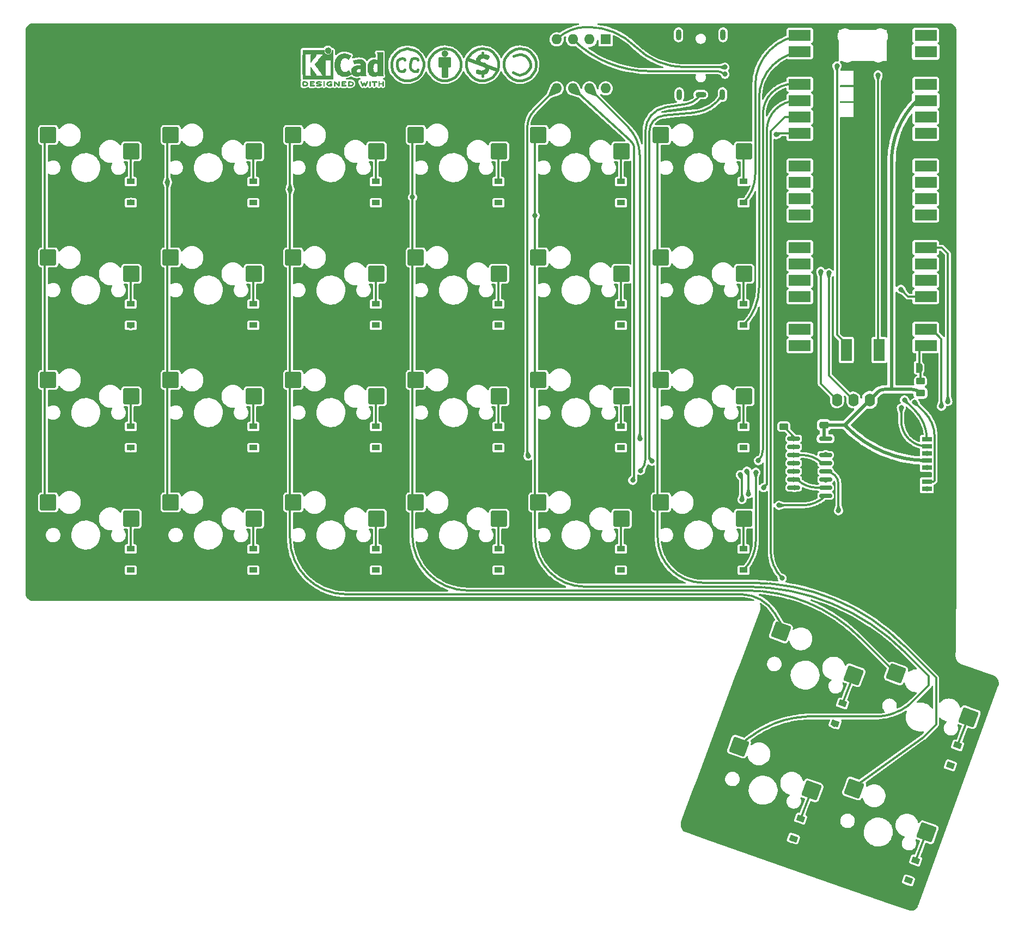
<source format=gtl>
%TF.GenerationSoftware,KiCad,Pcbnew,6.99.0-dfdedfa605*%
%TF.CreationDate,2022-05-26T14:34:28+01:00*%
%TF.ProjectId,keyboard-right,6b657962-6f61-4726-942d-72696768742e,dev-1*%
%TF.SameCoordinates,Original*%
%TF.FileFunction,Copper,L1,Top*%
%TF.FilePolarity,Positive*%
%FSLAX46Y46*%
G04 Gerber Fmt 4.6, Leading zero omitted, Abs format (unit mm)*
G04 Created by KiCad (PCBNEW 6.99.0-dfdedfa605) date 2022-05-26 14:34:28*
%MOMM*%
%LPD*%
G01*
G04 APERTURE LIST*
G04 Aperture macros list*
%AMRoundRect*
0 Rectangle with rounded corners*
0 $1 Rounding radius*
0 $2 $3 $4 $5 $6 $7 $8 $9 X,Y pos of 4 corners*
0 Add a 4 corners polygon primitive as box body*
4,1,4,$2,$3,$4,$5,$6,$7,$8,$9,$2,$3,0*
0 Add four circle primitives for the rounded corners*
1,1,$1+$1,$2,$3*
1,1,$1+$1,$4,$5*
1,1,$1+$1,$6,$7*
1,1,$1+$1,$8,$9*
0 Add four rect primitives between the rounded corners*
20,1,$1+$1,$2,$3,$4,$5,0*
20,1,$1+$1,$4,$5,$6,$7,0*
20,1,$1+$1,$6,$7,$8,$9,0*
20,1,$1+$1,$8,$9,$2,$3,0*%
%AMRotRect*
0 Rectangle, with rotation*
0 The origin of the aperture is its center*
0 $1 length*
0 $2 width*
0 $3 Rotation angle, in degrees counterclockwise*
0 Add horizontal line*
21,1,$1,$2,0,0,$3*%
%AMFreePoly0*
4,1,19,0.500000,-0.750000,0.000000,-0.750000,0.000000,-0.744911,-0.071157,-0.744911,-0.207708,-0.704816,-0.327430,-0.627875,-0.420627,-0.520320,-0.479746,-0.390866,-0.500000,-0.250000,-0.500000,0.250000,-0.479746,0.390866,-0.420627,0.520320,-0.327430,0.627875,-0.207708,0.704816,-0.071157,0.744911,0.000000,0.744911,0.000000,0.750000,0.500000,0.750000,0.500000,-0.750000,0.500000,-0.750000,
$1*%
%AMFreePoly1*
4,1,19,0.000000,0.744911,0.071157,0.744911,0.207708,0.704816,0.327430,0.627875,0.420627,0.520320,0.479746,0.390866,0.500000,0.250000,0.500000,-0.250000,0.479746,-0.390866,0.420627,-0.520320,0.327430,-0.627875,0.207708,-0.704816,0.071157,-0.744911,0.000000,-0.744911,0.000000,-0.750000,-0.500000,-0.750000,-0.500000,0.750000,0.000000,0.750000,0.000000,0.744911,0.000000,0.744911,
$1*%
G04 Aperture macros list end*
%TA.AperFunction,NonConductor*%
%ADD10C,0.200000*%
%TD*%
%TA.AperFunction,EtchedComponent*%
%ADD11C,0.381000*%
%TD*%
%TA.AperFunction,EtchedComponent*%
%ADD12C,0.010000*%
%TD*%
%TA.AperFunction,SMDPad,CuDef*%
%ADD13R,1.200000X0.900000*%
%TD*%
%TA.AperFunction,SMDPad,CuDef*%
%ADD14R,3.500000X1.700000*%
%TD*%
%TA.AperFunction,SMDPad,CuDef*%
%ADD15R,1.700000X3.500000*%
%TD*%
%TA.AperFunction,SMDPad,CuDef*%
%ADD16RotRect,0.900000X1.200000X70.000000*%
%TD*%
%TA.AperFunction,SMDPad,CuDef*%
%ADD17RoundRect,0.150000X-0.825000X-0.150000X0.825000X-0.150000X0.825000X0.150000X-0.825000X0.150000X0*%
%TD*%
%TA.AperFunction,SMDPad,CuDef*%
%ADD18RoundRect,0.250000X-0.450000X0.262500X-0.450000X-0.262500X0.450000X-0.262500X0.450000X0.262500X0*%
%TD*%
%TA.AperFunction,SMDPad,CuDef*%
%ADD19RoundRect,0.250000X0.475000X-0.250000X0.475000X0.250000X-0.475000X0.250000X-0.475000X-0.250000X0*%
%TD*%
%TA.AperFunction,SMDPad,CuDef*%
%ADD20R,1.500000X0.800000*%
%TD*%
%TA.AperFunction,SMDPad,CuDef*%
%ADD21R,2.000000X1.450000*%
%TD*%
%TA.AperFunction,ComponentPad*%
%ADD22O,1.700000X0.850000*%
%TD*%
%TA.AperFunction,ComponentPad*%
%ADD23O,0.850000X1.700000*%
%TD*%
%TA.AperFunction,SMDPad,CuDef*%
%ADD24FreePoly0,180.000000*%
%TD*%
%TA.AperFunction,SMDPad,CuDef*%
%ADD25FreePoly1,180.000000*%
%TD*%
%TA.AperFunction,SMDPad,CuDef*%
%ADD26RoundRect,0.250000X1.025000X1.000000X-1.025000X1.000000X-1.025000X-1.000000X1.025000X-1.000000X0*%
%TD*%
%TA.AperFunction,ComponentPad*%
%ADD27R,1.600000X1.600000*%
%TD*%
%TA.AperFunction,ComponentPad*%
%ADD28O,1.600000X1.600000*%
%TD*%
%TA.AperFunction,ComponentPad*%
%ADD29O,1.600000X2.000000*%
%TD*%
%TA.AperFunction,SMDPad,CuDef*%
%ADD30RoundRect,0.250000X1.305205X0.589122X-0.621165X1.290263X-1.305205X-0.589122X0.621165X-1.290263X0*%
%TD*%
%TA.AperFunction,ViaPad*%
%ADD31C,0.950000*%
%TD*%
%TA.AperFunction,ViaPad*%
%ADD32C,0.800000*%
%TD*%
%TA.AperFunction,Conductor*%
%ADD33C,0.500000*%
%TD*%
%TA.AperFunction,Conductor*%
%ADD34C,0.300000*%
%TD*%
G04 APERTURE END LIST*
D10*
X155700000Y-90300000D02*
G75*
G03*
X155700000Y-91000000I483400J-350000D01*
G01*
D11*
%TO.C,REF\u002A\u002A*%
X102250640Y-34294750D02*
X102250640Y-34894190D01*
X102250640Y-34894190D02*
X102448760Y-35694290D01*
X102349700Y-33794370D02*
X102250640Y-34294750D01*
X102448760Y-35694290D02*
X103050740Y-36395330D01*
X102550360Y-33395590D02*
X102349700Y-33794370D01*
X103050740Y-32793610D02*
X102550360Y-33395590D01*
X103050740Y-36395330D02*
X103551120Y-36794110D01*
X103551120Y-32394830D02*
X103050740Y-32793610D01*
X103551120Y-36794110D02*
X104249620Y-37093830D01*
X103650180Y-35793350D02*
X104150560Y-36095610D01*
X104048960Y-32194170D02*
X103551120Y-32394830D01*
X104150560Y-36095610D02*
X104650940Y-36194670D01*
X104249620Y-33093330D02*
X103749240Y-33293990D01*
X104249620Y-37093830D02*
X105049720Y-37093830D01*
X104650940Y-32095110D02*
X104048960Y-32194170D01*
X104650940Y-32994270D02*
X104249620Y-33093330D01*
X104650940Y-36194670D02*
X105148780Y-36095610D01*
X104750000Y-32095110D02*
X104650940Y-32095110D01*
X105049720Y-32994270D02*
X104650940Y-32994270D01*
X105049720Y-37093830D02*
X105649160Y-36895710D01*
X105148780Y-36095610D02*
X105649160Y-35894950D01*
X105349440Y-32194170D02*
X104750000Y-32095110D01*
X105649160Y-33293990D02*
X105049720Y-32994270D01*
X105649160Y-35894950D02*
X106050480Y-35493630D01*
X105649160Y-36895710D02*
X106251140Y-36593450D01*
X105750760Y-32293230D02*
X105349440Y-32194170D01*
X105948880Y-33593710D02*
X105649160Y-33293990D01*
X106050480Y-35493630D02*
X106350200Y-34993250D01*
X106251140Y-32595490D02*
X105750760Y-32293230D01*
X106251140Y-34094090D02*
X105948880Y-33593710D01*
X106251140Y-36593450D02*
X106748980Y-36095610D01*
X106350200Y-34594470D02*
X106251140Y-34094090D01*
X106350200Y-34993250D02*
X106350200Y-34594470D01*
X106748980Y-33093330D02*
X106251140Y-32595490D01*
X106748980Y-36095610D02*
X107150300Y-35394570D01*
X107051240Y-33593710D02*
X106748980Y-33093330D01*
X107150300Y-35394570D02*
X107249360Y-34795130D01*
X107249360Y-34195690D02*
X107051240Y-33593710D01*
X107249360Y-34795130D02*
X107249360Y-34195690D01*
G36*
X81404614Y-37200877D02*
G01*
X81428327Y-37215647D01*
X81454978Y-37237227D01*
X81454978Y-37558773D01*
X81454893Y-37652830D01*
X81454529Y-37726932D01*
X81453724Y-37783704D01*
X81452313Y-37825768D01*
X81450133Y-37855748D01*
X81447021Y-37876267D01*
X81442814Y-37889949D01*
X81437348Y-37899416D01*
X81433472Y-37904082D01*
X81402034Y-37924575D01*
X81366233Y-37923739D01*
X81334873Y-37906264D01*
X81308222Y-37884684D01*
X81308222Y-37237227D01*
X81334873Y-37215647D01*
X81360594Y-37199949D01*
X81381600Y-37194067D01*
X81404614Y-37200877D01*
G37*
D12*
X81404614Y-37200877D02*
X81428327Y-37215647D01*
X81454978Y-37237227D01*
X81454978Y-37558773D01*
X81454893Y-37652830D01*
X81454529Y-37726932D01*
X81453724Y-37783704D01*
X81452313Y-37825768D01*
X81450133Y-37855748D01*
X81447021Y-37876267D01*
X81442814Y-37889949D01*
X81437348Y-37899416D01*
X81433472Y-37904082D01*
X81402034Y-37924575D01*
X81366233Y-37923739D01*
X81334873Y-37906264D01*
X81308222Y-37884684D01*
X81308222Y-37237227D01*
X81334873Y-37215647D01*
X81360594Y-37199949D01*
X81381600Y-37194067D01*
X81404614Y-37200877D01*
G36*
X74292178Y-37216645D02*
G01*
X74298758Y-37224218D01*
X74303921Y-37233987D01*
X74307836Y-37248571D01*
X74310676Y-37270585D01*
X74312613Y-37302648D01*
X74313817Y-37347375D01*
X74314461Y-37407385D01*
X74314716Y-37485294D01*
X74314755Y-37560956D01*
X74314686Y-37654802D01*
X74314362Y-37728689D01*
X74313614Y-37785232D01*
X74312268Y-37827049D01*
X74310154Y-37856757D01*
X74307100Y-37876973D01*
X74302934Y-37890314D01*
X74297484Y-37899398D01*
X74292178Y-37905267D01*
X74259174Y-37924947D01*
X74224009Y-37923181D01*
X74192545Y-37901717D01*
X74185316Y-37893337D01*
X74179666Y-37883614D01*
X74175401Y-37869861D01*
X74172327Y-37849389D01*
X74170248Y-37819512D01*
X74168970Y-37777541D01*
X74168299Y-37720789D01*
X74168041Y-37646567D01*
X74168000Y-37562537D01*
X74168000Y-37249485D01*
X74195709Y-37221776D01*
X74229863Y-37198463D01*
X74262994Y-37197623D01*
X74292178Y-37216645D01*
G37*
X74292178Y-37216645D02*
X74298758Y-37224218D01*
X74303921Y-37233987D01*
X74307836Y-37248571D01*
X74310676Y-37270585D01*
X74312613Y-37302648D01*
X74313817Y-37347375D01*
X74314461Y-37407385D01*
X74314716Y-37485294D01*
X74314755Y-37560956D01*
X74314686Y-37654802D01*
X74314362Y-37728689D01*
X74313614Y-37785232D01*
X74312268Y-37827049D01*
X74310154Y-37856757D01*
X74307100Y-37876973D01*
X74302934Y-37890314D01*
X74297484Y-37899398D01*
X74292178Y-37905267D01*
X74259174Y-37924947D01*
X74224009Y-37923181D01*
X74192545Y-37901717D01*
X74185316Y-37893337D01*
X74179666Y-37883614D01*
X74175401Y-37869861D01*
X74172327Y-37849389D01*
X74170248Y-37819512D01*
X74168970Y-37777541D01*
X74168299Y-37720789D01*
X74168041Y-37646567D01*
X74168000Y-37562537D01*
X74168000Y-37249485D01*
X74195709Y-37221776D01*
X74229863Y-37198463D01*
X74262994Y-37197623D01*
X74292178Y-37216645D01*
G36*
X74942957Y-31951571D02*
G01*
X75039232Y-31975809D01*
X75125816Y-32018641D01*
X75200627Y-32078419D01*
X75261582Y-32153494D01*
X75306601Y-32242220D01*
X75332864Y-32338530D01*
X75338714Y-32435795D01*
X75323860Y-32529654D01*
X75290160Y-32617511D01*
X75239472Y-32696770D01*
X75173655Y-32764836D01*
X75094566Y-32819112D01*
X75004066Y-32857002D01*
X74952800Y-32869426D01*
X74908302Y-32876947D01*
X74874001Y-32879919D01*
X74841040Y-32878094D01*
X74800566Y-32871225D01*
X74767469Y-32864250D01*
X74674053Y-32832741D01*
X74590381Y-32781617D01*
X74518335Y-32712429D01*
X74459800Y-32626728D01*
X74445852Y-32599489D01*
X74429414Y-32563122D01*
X74419106Y-32532582D01*
X74413540Y-32500450D01*
X74411331Y-32459307D01*
X74411052Y-32413222D01*
X74415139Y-32328865D01*
X74428554Y-32259586D01*
X74453744Y-32198961D01*
X74493154Y-32140567D01*
X74531702Y-32096302D01*
X74603594Y-32030484D01*
X74678687Y-31985053D01*
X74761438Y-31957850D01*
X74839072Y-31947576D01*
X74942957Y-31951571D01*
G37*
X74942957Y-31951571D02*
X75039232Y-31975809D01*
X75125816Y-32018641D01*
X75200627Y-32078419D01*
X75261582Y-32153494D01*
X75306601Y-32242220D01*
X75332864Y-32338530D01*
X75338714Y-32435795D01*
X75323860Y-32529654D01*
X75290160Y-32617511D01*
X75239472Y-32696770D01*
X75173655Y-32764836D01*
X75094566Y-32819112D01*
X75004066Y-32857002D01*
X74952800Y-32869426D01*
X74908302Y-32876947D01*
X74874001Y-32879919D01*
X74841040Y-32878094D01*
X74800566Y-32871225D01*
X74767469Y-32864250D01*
X74674053Y-32832741D01*
X74590381Y-32781617D01*
X74518335Y-32712429D01*
X74459800Y-32626728D01*
X74445852Y-32599489D01*
X74429414Y-32563122D01*
X74419106Y-32532582D01*
X74413540Y-32500450D01*
X74411331Y-32459307D01*
X74411052Y-32413222D01*
X74415139Y-32328865D01*
X74428554Y-32259586D01*
X74453744Y-32198961D01*
X74493154Y-32140567D01*
X74531702Y-32096302D01*
X74603594Y-32030484D01*
X74678687Y-31985053D01*
X74761438Y-31957850D01*
X74839072Y-31947576D01*
X74942957Y-31951571D01*
G36*
X82179065Y-37194163D02*
G01*
X82257772Y-37194542D01*
X82318863Y-37195333D01*
X82364817Y-37196670D01*
X82398114Y-37198683D01*
X82421236Y-37201506D01*
X82436662Y-37205269D01*
X82446871Y-37210105D01*
X82451813Y-37213822D01*
X82477457Y-37246358D01*
X82480559Y-37280138D01*
X82464711Y-37310826D01*
X82454348Y-37323089D01*
X82443196Y-37331450D01*
X82427035Y-37336657D01*
X82401642Y-37339457D01*
X82362798Y-37340596D01*
X82306280Y-37340821D01*
X82295180Y-37340822D01*
X82149244Y-37340822D01*
X82149244Y-37611756D01*
X82149148Y-37697154D01*
X82148711Y-37762864D01*
X82147712Y-37811774D01*
X82145928Y-37846773D01*
X82143137Y-37870749D01*
X82139117Y-37886593D01*
X82133645Y-37897191D01*
X82126666Y-37905267D01*
X82093734Y-37925112D01*
X82059354Y-37923548D01*
X82028176Y-37900906D01*
X82025886Y-37898100D01*
X82018429Y-37887492D01*
X82012747Y-37875081D01*
X82008601Y-37857850D01*
X82005750Y-37832784D01*
X82003954Y-37796867D01*
X82002972Y-37747083D01*
X82002564Y-37680417D01*
X82002489Y-37604589D01*
X82002489Y-37340822D01*
X81863127Y-37340822D01*
X81803322Y-37340418D01*
X81761918Y-37338840D01*
X81734748Y-37335547D01*
X81717646Y-37329992D01*
X81706443Y-37321631D01*
X81705083Y-37320178D01*
X81688725Y-37286939D01*
X81690172Y-37249362D01*
X81708978Y-37216645D01*
X81716250Y-37210298D01*
X81725627Y-37205266D01*
X81739609Y-37201396D01*
X81760696Y-37198537D01*
X81791389Y-37196535D01*
X81834189Y-37195239D01*
X81891595Y-37194498D01*
X81966110Y-37194158D01*
X82060233Y-37194068D01*
X82080260Y-37194067D01*
X82179065Y-37194163D01*
G37*
X82179065Y-37194163D02*
X82257772Y-37194542D01*
X82318863Y-37195333D01*
X82364817Y-37196670D01*
X82398114Y-37198683D01*
X82421236Y-37201506D01*
X82436662Y-37205269D01*
X82446871Y-37210105D01*
X82451813Y-37213822D01*
X82477457Y-37246358D01*
X82480559Y-37280138D01*
X82464711Y-37310826D01*
X82454348Y-37323089D01*
X82443196Y-37331450D01*
X82427035Y-37336657D01*
X82401642Y-37339457D01*
X82362798Y-37340596D01*
X82306280Y-37340821D01*
X82295180Y-37340822D01*
X82149244Y-37340822D01*
X82149244Y-37611756D01*
X82149148Y-37697154D01*
X82148711Y-37762864D01*
X82147712Y-37811774D01*
X82145928Y-37846773D01*
X82143137Y-37870749D01*
X82139117Y-37886593D01*
X82133645Y-37897191D01*
X82126666Y-37905267D01*
X82093734Y-37925112D01*
X82059354Y-37923548D01*
X82028176Y-37900906D01*
X82025886Y-37898100D01*
X82018429Y-37887492D01*
X82012747Y-37875081D01*
X82008601Y-37857850D01*
X82005750Y-37832784D01*
X82003954Y-37796867D01*
X82002972Y-37747083D01*
X82002564Y-37680417D01*
X82002489Y-37604589D01*
X82002489Y-37340822D01*
X81863127Y-37340822D01*
X81803322Y-37340418D01*
X81761918Y-37338840D01*
X81734748Y-37335547D01*
X81717646Y-37329992D01*
X81706443Y-37321631D01*
X81705083Y-37320178D01*
X81688725Y-37286939D01*
X81690172Y-37249362D01*
X81708978Y-37216645D01*
X81716250Y-37210298D01*
X81725627Y-37205266D01*
X81739609Y-37201396D01*
X81760696Y-37198537D01*
X81791389Y-37196535D01*
X81834189Y-37195239D01*
X81891595Y-37194498D01*
X81966110Y-37194158D01*
X82060233Y-37194068D01*
X82080260Y-37194067D01*
X82179065Y-37194163D01*
G36*
X83444823Y-37199533D02*
G01*
X83476202Y-37221776D01*
X83503911Y-37249485D01*
X83503911Y-37558920D01*
X83503838Y-37650799D01*
X83503495Y-37722840D01*
X83502692Y-37777780D01*
X83501241Y-37818360D01*
X83498952Y-37847317D01*
X83495636Y-37867391D01*
X83491105Y-37881321D01*
X83485169Y-37891845D01*
X83480514Y-37898100D01*
X83449783Y-37922673D01*
X83414496Y-37925341D01*
X83382245Y-37910271D01*
X83371588Y-37901374D01*
X83364464Y-37889557D01*
X83360167Y-37870526D01*
X83357991Y-37839992D01*
X83357228Y-37793662D01*
X83357155Y-37757871D01*
X83357155Y-37623045D01*
X82860444Y-37623045D01*
X82860444Y-37745700D01*
X82859931Y-37801787D01*
X82857876Y-37840333D01*
X82853508Y-37866361D01*
X82846056Y-37884897D01*
X82837047Y-37898100D01*
X82806144Y-37922604D01*
X82771196Y-37925506D01*
X82737738Y-37908089D01*
X82728604Y-37898959D01*
X82722152Y-37886855D01*
X82717897Y-37868001D01*
X82715352Y-37838620D01*
X82714029Y-37794937D01*
X82713443Y-37733175D01*
X82713375Y-37719000D01*
X82712891Y-37602631D01*
X82712641Y-37506727D01*
X82712723Y-37429177D01*
X82713231Y-37367869D01*
X82714262Y-37320690D01*
X82715913Y-37285530D01*
X82718279Y-37260276D01*
X82721457Y-37242817D01*
X82725544Y-37231041D01*
X82730634Y-37222835D01*
X82736266Y-37216645D01*
X82768128Y-37196844D01*
X82801357Y-37199533D01*
X82832735Y-37221776D01*
X82845433Y-37236126D01*
X82853526Y-37251978D01*
X82858042Y-37274554D01*
X82860006Y-37309078D01*
X82860444Y-37360776D01*
X82860444Y-37476289D01*
X83357155Y-37476289D01*
X83357155Y-37357756D01*
X83357662Y-37303148D01*
X83359698Y-37266275D01*
X83364035Y-37242307D01*
X83371447Y-37226415D01*
X83379733Y-37216645D01*
X83411594Y-37196844D01*
X83444823Y-37199533D01*
G37*
X83444823Y-37199533D02*
X83476202Y-37221776D01*
X83503911Y-37249485D01*
X83503911Y-37558920D01*
X83503838Y-37650799D01*
X83503495Y-37722840D01*
X83502692Y-37777780D01*
X83501241Y-37818360D01*
X83498952Y-37847317D01*
X83495636Y-37867391D01*
X83491105Y-37881321D01*
X83485169Y-37891845D01*
X83480514Y-37898100D01*
X83449783Y-37922673D01*
X83414496Y-37925341D01*
X83382245Y-37910271D01*
X83371588Y-37901374D01*
X83364464Y-37889557D01*
X83360167Y-37870526D01*
X83357991Y-37839992D01*
X83357228Y-37793662D01*
X83357155Y-37757871D01*
X83357155Y-37623045D01*
X82860444Y-37623045D01*
X82860444Y-37745700D01*
X82859931Y-37801787D01*
X82857876Y-37840333D01*
X82853508Y-37866361D01*
X82846056Y-37884897D01*
X82837047Y-37898100D01*
X82806144Y-37922604D01*
X82771196Y-37925506D01*
X82737738Y-37908089D01*
X82728604Y-37898959D01*
X82722152Y-37886855D01*
X82717897Y-37868001D01*
X82715352Y-37838620D01*
X82714029Y-37794937D01*
X82713443Y-37733175D01*
X82713375Y-37719000D01*
X82712891Y-37602631D01*
X82712641Y-37506727D01*
X82712723Y-37429177D01*
X82713231Y-37367869D01*
X82714262Y-37320690D01*
X82715913Y-37285530D01*
X82718279Y-37260276D01*
X82721457Y-37242817D01*
X82725544Y-37231041D01*
X82730634Y-37222835D01*
X82736266Y-37216645D01*
X82768128Y-37196844D01*
X82801357Y-37199533D01*
X82832735Y-37221776D01*
X82845433Y-37236126D01*
X82853526Y-37251978D01*
X82858042Y-37274554D01*
X82860006Y-37309078D01*
X82860444Y-37360776D01*
X82860444Y-37476289D01*
X83357155Y-37476289D01*
X83357155Y-37357756D01*
X83357662Y-37303148D01*
X83359698Y-37266275D01*
X83364035Y-37242307D01*
X83371447Y-37226415D01*
X83379733Y-37216645D01*
X83411594Y-37196844D01*
X83444823Y-37199533D01*
G36*
X78029050Y-37699311D02*
G01*
X78028825Y-37620526D01*
X78028800Y-37558920D01*
X78028800Y-37249485D01*
X78056509Y-37221776D01*
X78068806Y-37210544D01*
X78082103Y-37202853D01*
X78100672Y-37198040D01*
X78128786Y-37195446D01*
X78170717Y-37194410D01*
X78230737Y-37194270D01*
X78234309Y-37194275D01*
X78363288Y-37198636D01*
X78472991Y-37211861D01*
X78565226Y-37234741D01*
X78641802Y-37268070D01*
X78704527Y-37312638D01*
X78755212Y-37369236D01*
X78795663Y-37438658D01*
X78796459Y-37440351D01*
X78820601Y-37502483D01*
X78829203Y-37557509D01*
X78822231Y-37612887D01*
X78799654Y-37676073D01*
X78795372Y-37685689D01*
X78766172Y-37741966D01*
X78733356Y-37785451D01*
X78691002Y-37822417D01*
X78633190Y-37859135D01*
X78629831Y-37861052D01*
X78579504Y-37885227D01*
X78522621Y-37903282D01*
X78455527Y-37915839D01*
X78374565Y-37923522D01*
X78276082Y-37926953D01*
X78241286Y-37927251D01*
X78075594Y-37927845D01*
X78052197Y-37898100D01*
X78045257Y-37888319D01*
X78039842Y-37876897D01*
X78035765Y-37861095D01*
X78032837Y-37838175D01*
X78030867Y-37805396D01*
X78030225Y-37781089D01*
X78186844Y-37781089D01*
X78280726Y-37781089D01*
X78335664Y-37779483D01*
X78392060Y-37775255D01*
X78438345Y-37769292D01*
X78441139Y-37768790D01*
X78523348Y-37746736D01*
X78587114Y-37713600D01*
X78634452Y-37667847D01*
X78667382Y-37607939D01*
X78673108Y-37592061D01*
X78678721Y-37567333D01*
X78676291Y-37542902D01*
X78664467Y-37510400D01*
X78657340Y-37494434D01*
X78634000Y-37452006D01*
X78605880Y-37422240D01*
X78574940Y-37401511D01*
X78512966Y-37374537D01*
X78433651Y-37354998D01*
X78341253Y-37343746D01*
X78274333Y-37341270D01*
X78186844Y-37340822D01*
X78186844Y-37781089D01*
X78030225Y-37781089D01*
X78029668Y-37760021D01*
X78029050Y-37699311D01*
G37*
X78029050Y-37699311D02*
X78028825Y-37620526D01*
X78028800Y-37558920D01*
X78028800Y-37249485D01*
X78056509Y-37221776D01*
X78068806Y-37210544D01*
X78082103Y-37202853D01*
X78100672Y-37198040D01*
X78128786Y-37195446D01*
X78170717Y-37194410D01*
X78230737Y-37194270D01*
X78234309Y-37194275D01*
X78363288Y-37198636D01*
X78472991Y-37211861D01*
X78565226Y-37234741D01*
X78641802Y-37268070D01*
X78704527Y-37312638D01*
X78755212Y-37369236D01*
X78795663Y-37438658D01*
X78796459Y-37440351D01*
X78820601Y-37502483D01*
X78829203Y-37557509D01*
X78822231Y-37612887D01*
X78799654Y-37676073D01*
X78795372Y-37685689D01*
X78766172Y-37741966D01*
X78733356Y-37785451D01*
X78691002Y-37822417D01*
X78633190Y-37859135D01*
X78629831Y-37861052D01*
X78579504Y-37885227D01*
X78522621Y-37903282D01*
X78455527Y-37915839D01*
X78374565Y-37923522D01*
X78276082Y-37926953D01*
X78241286Y-37927251D01*
X78075594Y-37927845D01*
X78052197Y-37898100D01*
X78045257Y-37888319D01*
X78039842Y-37876897D01*
X78035765Y-37861095D01*
X78032837Y-37838175D01*
X78030867Y-37805396D01*
X78030225Y-37781089D01*
X78186844Y-37781089D01*
X78280726Y-37781089D01*
X78335664Y-37779483D01*
X78392060Y-37775255D01*
X78438345Y-37769292D01*
X78441139Y-37768790D01*
X78523348Y-37746736D01*
X78587114Y-37713600D01*
X78634452Y-37667847D01*
X78667382Y-37607939D01*
X78673108Y-37592061D01*
X78678721Y-37567333D01*
X78676291Y-37542902D01*
X78664467Y-37510400D01*
X78657340Y-37494434D01*
X78634000Y-37452006D01*
X78605880Y-37422240D01*
X78574940Y-37401511D01*
X78512966Y-37374537D01*
X78433651Y-37354998D01*
X78341253Y-37343746D01*
X78274333Y-37341270D01*
X78186844Y-37340822D01*
X78186844Y-37781089D01*
X78030225Y-37781089D01*
X78029668Y-37760021D01*
X78029050Y-37699311D01*
G36*
X70945002Y-37270055D02*
G01*
X70953170Y-37236778D01*
X70966444Y-37214759D01*
X70986026Y-37201739D01*
X71013117Y-37195457D01*
X71048918Y-37193653D01*
X71094629Y-37194066D01*
X71134111Y-37194467D01*
X71249800Y-37197259D01*
X71346689Y-37205550D01*
X71428081Y-37220232D01*
X71497277Y-37242193D01*
X71557580Y-37272322D01*
X71612292Y-37311510D01*
X71631833Y-37328532D01*
X71664250Y-37368363D01*
X71693480Y-37422413D01*
X71716009Y-37482323D01*
X71728321Y-37539739D01*
X71729600Y-37560956D01*
X71721583Y-37619769D01*
X71700101Y-37684013D01*
X71669001Y-37744821D01*
X71632134Y-37793330D01*
X71626146Y-37799182D01*
X71575421Y-37840321D01*
X71519875Y-37872435D01*
X71456304Y-37896365D01*
X71381506Y-37912953D01*
X71292278Y-37923041D01*
X71185418Y-37927469D01*
X71136472Y-37927845D01*
X71074238Y-37927545D01*
X71030472Y-37926292D01*
X71001069Y-37923554D01*
X70981921Y-37918801D01*
X70968923Y-37911501D01*
X70961955Y-37905267D01*
X70955374Y-37897694D01*
X70950212Y-37887924D01*
X70946297Y-37873340D01*
X70943457Y-37851326D01*
X70941520Y-37819264D01*
X70940492Y-37781089D01*
X71086133Y-37781089D01*
X71179266Y-37781004D01*
X71235307Y-37779396D01*
X71294001Y-37775256D01*
X71342972Y-37769464D01*
X71344462Y-37769226D01*
X71423608Y-37750090D01*
X71484998Y-37720287D01*
X71531695Y-37677878D01*
X71561365Y-37631961D01*
X71579647Y-37581026D01*
X71578229Y-37533200D01*
X71557012Y-37481933D01*
X71515511Y-37428899D01*
X71458002Y-37389600D01*
X71383250Y-37363331D01*
X71333292Y-37354035D01*
X71276584Y-37347507D01*
X71216481Y-37342782D01*
X71165361Y-37340817D01*
X71162333Y-37340808D01*
X71086133Y-37340822D01*
X71086133Y-37781089D01*
X70940492Y-37781089D01*
X70940316Y-37774536D01*
X70939672Y-37714526D01*
X70939417Y-37636617D01*
X70939378Y-37560956D01*
X70939130Y-37460041D01*
X70939183Y-37379427D01*
X70940143Y-37340822D01*
X70940740Y-37316851D01*
X70945002Y-37270055D01*
G37*
X70945002Y-37270055D02*
X70953170Y-37236778D01*
X70966444Y-37214759D01*
X70986026Y-37201739D01*
X71013117Y-37195457D01*
X71048918Y-37193653D01*
X71094629Y-37194066D01*
X71134111Y-37194467D01*
X71249800Y-37197259D01*
X71346689Y-37205550D01*
X71428081Y-37220232D01*
X71497277Y-37242193D01*
X71557580Y-37272322D01*
X71612292Y-37311510D01*
X71631833Y-37328532D01*
X71664250Y-37368363D01*
X71693480Y-37422413D01*
X71716009Y-37482323D01*
X71728321Y-37539739D01*
X71729600Y-37560956D01*
X71721583Y-37619769D01*
X71700101Y-37684013D01*
X71669001Y-37744821D01*
X71632134Y-37793330D01*
X71626146Y-37799182D01*
X71575421Y-37840321D01*
X71519875Y-37872435D01*
X71456304Y-37896365D01*
X71381506Y-37912953D01*
X71292278Y-37923041D01*
X71185418Y-37927469D01*
X71136472Y-37927845D01*
X71074238Y-37927545D01*
X71030472Y-37926292D01*
X71001069Y-37923554D01*
X70981921Y-37918801D01*
X70968923Y-37911501D01*
X70961955Y-37905267D01*
X70955374Y-37897694D01*
X70950212Y-37887924D01*
X70946297Y-37873340D01*
X70943457Y-37851326D01*
X70941520Y-37819264D01*
X70940492Y-37781089D01*
X71086133Y-37781089D01*
X71179266Y-37781004D01*
X71235307Y-37779396D01*
X71294001Y-37775256D01*
X71342972Y-37769464D01*
X71344462Y-37769226D01*
X71423608Y-37750090D01*
X71484998Y-37720287D01*
X71531695Y-37677878D01*
X71561365Y-37631961D01*
X71579647Y-37581026D01*
X71578229Y-37533200D01*
X71557012Y-37481933D01*
X71515511Y-37428899D01*
X71458002Y-37389600D01*
X71383250Y-37363331D01*
X71333292Y-37354035D01*
X71276584Y-37347507D01*
X71216481Y-37342782D01*
X71165361Y-37340817D01*
X71162333Y-37340808D01*
X71086133Y-37340822D01*
X71086133Y-37781089D01*
X70940492Y-37781089D01*
X70940316Y-37774536D01*
X70939672Y-37714526D01*
X70939417Y-37636617D01*
X70939378Y-37560956D01*
X70939130Y-37460041D01*
X70939183Y-37379427D01*
X70940143Y-37340822D01*
X70940740Y-37316851D01*
X70945002Y-37270055D01*
G36*
X75915886Y-37198448D02*
G01*
X75939452Y-37212273D01*
X75970265Y-37234881D01*
X76009922Y-37267338D01*
X76060020Y-37310708D01*
X76122157Y-37366058D01*
X76197928Y-37434451D01*
X76284666Y-37513084D01*
X76465289Y-37676878D01*
X76470933Y-37457029D01*
X76472971Y-37381351D01*
X76474937Y-37324994D01*
X76477266Y-37284706D01*
X76480394Y-37257235D01*
X76484755Y-37239329D01*
X76490784Y-37227737D01*
X76498916Y-37219208D01*
X76503228Y-37215623D01*
X76537759Y-37196670D01*
X76570617Y-37199441D01*
X76596682Y-37215633D01*
X76623333Y-37237199D01*
X76626648Y-37552151D01*
X76627565Y-37644779D01*
X76628032Y-37717544D01*
X76627887Y-37773161D01*
X76626968Y-37814342D01*
X76625113Y-37843803D01*
X76622161Y-37864255D01*
X76617950Y-37878413D01*
X76612318Y-37888991D01*
X76606073Y-37897474D01*
X76592561Y-37913207D01*
X76579117Y-37923636D01*
X76563876Y-37927639D01*
X76544974Y-37924094D01*
X76520545Y-37911879D01*
X76488727Y-37889871D01*
X76447652Y-37856949D01*
X76395458Y-37811991D01*
X76330278Y-37753875D01*
X76256444Y-37687099D01*
X75991155Y-37446458D01*
X75985511Y-37665589D01*
X75983469Y-37741128D01*
X75981498Y-37797354D01*
X75979161Y-37837524D01*
X75976019Y-37864896D01*
X75971636Y-37882728D01*
X75965576Y-37894279D01*
X75957400Y-37902807D01*
X75953216Y-37906282D01*
X75916235Y-37925372D01*
X75881292Y-37922493D01*
X75850864Y-37898100D01*
X75843903Y-37888286D01*
X75838477Y-37876826D01*
X75834397Y-37860968D01*
X75831471Y-37837963D01*
X75829508Y-37805062D01*
X75828317Y-37759516D01*
X75827708Y-37698573D01*
X75827489Y-37619486D01*
X75827466Y-37560956D01*
X75827540Y-37469407D01*
X75827887Y-37397687D01*
X75828699Y-37343045D01*
X75830167Y-37302732D01*
X75832481Y-37273998D01*
X75835833Y-37254093D01*
X75840412Y-37240268D01*
X75846411Y-37229772D01*
X75850864Y-37223811D01*
X75862150Y-37209691D01*
X75872699Y-37199029D01*
X75884107Y-37192892D01*
X75897970Y-37192343D01*
X75915886Y-37198448D01*
G37*
X75915886Y-37198448D02*
X75939452Y-37212273D01*
X75970265Y-37234881D01*
X76009922Y-37267338D01*
X76060020Y-37310708D01*
X76122157Y-37366058D01*
X76197928Y-37434451D01*
X76284666Y-37513084D01*
X76465289Y-37676878D01*
X76470933Y-37457029D01*
X76472971Y-37381351D01*
X76474937Y-37324994D01*
X76477266Y-37284706D01*
X76480394Y-37257235D01*
X76484755Y-37239329D01*
X76490784Y-37227737D01*
X76498916Y-37219208D01*
X76503228Y-37215623D01*
X76537759Y-37196670D01*
X76570617Y-37199441D01*
X76596682Y-37215633D01*
X76623333Y-37237199D01*
X76626648Y-37552151D01*
X76627565Y-37644779D01*
X76628032Y-37717544D01*
X76627887Y-37773161D01*
X76626968Y-37814342D01*
X76625113Y-37843803D01*
X76622161Y-37864255D01*
X76617950Y-37878413D01*
X76612318Y-37888991D01*
X76606073Y-37897474D01*
X76592561Y-37913207D01*
X76579117Y-37923636D01*
X76563876Y-37927639D01*
X76544974Y-37924094D01*
X76520545Y-37911879D01*
X76488727Y-37889871D01*
X76447652Y-37856949D01*
X76395458Y-37811991D01*
X76330278Y-37753875D01*
X76256444Y-37687099D01*
X75991155Y-37446458D01*
X75985511Y-37665589D01*
X75983469Y-37741128D01*
X75981498Y-37797354D01*
X75979161Y-37837524D01*
X75976019Y-37864896D01*
X75971636Y-37882728D01*
X75965576Y-37894279D01*
X75957400Y-37902807D01*
X75953216Y-37906282D01*
X75916235Y-37925372D01*
X75881292Y-37922493D01*
X75850864Y-37898100D01*
X75843903Y-37888286D01*
X75838477Y-37876826D01*
X75834397Y-37860968D01*
X75831471Y-37837963D01*
X75829508Y-37805062D01*
X75828317Y-37759516D01*
X75827708Y-37698573D01*
X75827489Y-37619486D01*
X75827466Y-37560956D01*
X75827540Y-37469407D01*
X75827887Y-37397687D01*
X75828699Y-37343045D01*
X75830167Y-37302732D01*
X75832481Y-37273998D01*
X75835833Y-37254093D01*
X75840412Y-37240268D01*
X75846411Y-37229772D01*
X75850864Y-37223811D01*
X75862150Y-37209691D01*
X75872699Y-37199029D01*
X75884107Y-37192892D01*
X75897970Y-37192343D01*
X75915886Y-37198448D01*
G36*
X75265919Y-37199599D02*
G01*
X75334435Y-37211095D01*
X75387057Y-37228967D01*
X75421292Y-37252499D01*
X75430621Y-37265924D01*
X75440107Y-37297148D01*
X75433723Y-37325395D01*
X75413570Y-37352182D01*
X75382255Y-37364713D01*
X75336817Y-37363696D01*
X75301674Y-37356906D01*
X75223581Y-37343971D01*
X75143774Y-37342742D01*
X75054445Y-37353241D01*
X75029771Y-37357690D01*
X74946709Y-37381108D01*
X74881727Y-37415945D01*
X74835539Y-37461604D01*
X74808855Y-37517494D01*
X74803337Y-37546388D01*
X74806949Y-37605012D01*
X74830271Y-37656879D01*
X74871176Y-37700978D01*
X74927541Y-37736299D01*
X74997240Y-37761829D01*
X75078148Y-37776559D01*
X75168140Y-37779478D01*
X75265090Y-37769575D01*
X75270564Y-37768641D01*
X75309125Y-37761459D01*
X75330506Y-37754521D01*
X75339773Y-37744227D01*
X75341994Y-37726976D01*
X75342044Y-37717841D01*
X75342044Y-37679489D01*
X75273569Y-37679489D01*
X75213100Y-37675347D01*
X75171835Y-37662147D01*
X75147825Y-37638730D01*
X75139123Y-37603936D01*
X75139017Y-37599394D01*
X75144108Y-37569654D01*
X75161567Y-37548419D01*
X75194061Y-37534366D01*
X75244257Y-37526173D01*
X75292877Y-37523161D01*
X75363544Y-37521433D01*
X75414802Y-37524070D01*
X75449761Y-37533800D01*
X75471530Y-37553353D01*
X75483220Y-37585456D01*
X75487940Y-37632838D01*
X75488800Y-37695071D01*
X75487391Y-37764535D01*
X75483152Y-37811786D01*
X75476064Y-37837012D01*
X75474689Y-37838988D01*
X75435772Y-37870508D01*
X75378714Y-37895470D01*
X75307131Y-37913340D01*
X75224642Y-37923586D01*
X75134861Y-37925673D01*
X75041408Y-37919068D01*
X74986444Y-37910956D01*
X74900234Y-37886554D01*
X74820108Y-37846662D01*
X74753023Y-37794887D01*
X74742827Y-37784539D01*
X74709698Y-37741035D01*
X74679806Y-37687118D01*
X74656643Y-37630592D01*
X74643702Y-37579259D01*
X74642142Y-37559544D01*
X74648782Y-37518419D01*
X74666432Y-37467252D01*
X74691703Y-37413394D01*
X74721211Y-37364195D01*
X74747281Y-37331334D01*
X74808235Y-37282452D01*
X74887031Y-37243545D01*
X74980843Y-37215494D01*
X75086850Y-37199179D01*
X75184000Y-37195192D01*
X75265919Y-37199599D01*
G37*
X75265919Y-37199599D02*
X75334435Y-37211095D01*
X75387057Y-37228967D01*
X75421292Y-37252499D01*
X75430621Y-37265924D01*
X75440107Y-37297148D01*
X75433723Y-37325395D01*
X75413570Y-37352182D01*
X75382255Y-37364713D01*
X75336817Y-37363696D01*
X75301674Y-37356906D01*
X75223581Y-37343971D01*
X75143774Y-37342742D01*
X75054445Y-37353241D01*
X75029771Y-37357690D01*
X74946709Y-37381108D01*
X74881727Y-37415945D01*
X74835539Y-37461604D01*
X74808855Y-37517494D01*
X74803337Y-37546388D01*
X74806949Y-37605012D01*
X74830271Y-37656879D01*
X74871176Y-37700978D01*
X74927541Y-37736299D01*
X74997240Y-37761829D01*
X75078148Y-37776559D01*
X75168140Y-37779478D01*
X75265090Y-37769575D01*
X75270564Y-37768641D01*
X75309125Y-37761459D01*
X75330506Y-37754521D01*
X75339773Y-37744227D01*
X75341994Y-37726976D01*
X75342044Y-37717841D01*
X75342044Y-37679489D01*
X75273569Y-37679489D01*
X75213100Y-37675347D01*
X75171835Y-37662147D01*
X75147825Y-37638730D01*
X75139123Y-37603936D01*
X75139017Y-37599394D01*
X75144108Y-37569654D01*
X75161567Y-37548419D01*
X75194061Y-37534366D01*
X75244257Y-37526173D01*
X75292877Y-37523161D01*
X75363544Y-37521433D01*
X75414802Y-37524070D01*
X75449761Y-37533800D01*
X75471530Y-37553353D01*
X75483220Y-37585456D01*
X75487940Y-37632838D01*
X75488800Y-37695071D01*
X75487391Y-37764535D01*
X75483152Y-37811786D01*
X75476064Y-37837012D01*
X75474689Y-37838988D01*
X75435772Y-37870508D01*
X75378714Y-37895470D01*
X75307131Y-37913340D01*
X75224642Y-37923586D01*
X75134861Y-37925673D01*
X75041408Y-37919068D01*
X74986444Y-37910956D01*
X74900234Y-37886554D01*
X74820108Y-37846662D01*
X74753023Y-37794887D01*
X74742827Y-37784539D01*
X74709698Y-37741035D01*
X74679806Y-37687118D01*
X74656643Y-37630592D01*
X74643702Y-37579259D01*
X74642142Y-37559544D01*
X74648782Y-37518419D01*
X74666432Y-37467252D01*
X74691703Y-37413394D01*
X74721211Y-37364195D01*
X74747281Y-37331334D01*
X74808235Y-37282452D01*
X74887031Y-37243545D01*
X74980843Y-37215494D01*
X75086850Y-37199179D01*
X75184000Y-37195192D01*
X75265919Y-37199599D01*
G36*
X77446343Y-37194260D02*
G01*
X77522701Y-37195174D01*
X77581217Y-37197311D01*
X77624255Y-37201175D01*
X77654183Y-37207267D01*
X77673368Y-37216090D01*
X77684176Y-37228146D01*
X77688973Y-37243939D01*
X77690127Y-37263970D01*
X77690133Y-37266335D01*
X77689131Y-37288992D01*
X77684396Y-37306503D01*
X77673333Y-37319574D01*
X77653348Y-37328913D01*
X77621846Y-37335227D01*
X77576232Y-37339222D01*
X77513913Y-37341606D01*
X77432293Y-37343086D01*
X77407277Y-37343414D01*
X77165200Y-37346467D01*
X77161814Y-37411378D01*
X77158429Y-37476289D01*
X77326576Y-37476289D01*
X77392266Y-37476531D01*
X77439172Y-37477556D01*
X77471083Y-37479811D01*
X77491791Y-37483742D01*
X77505084Y-37489798D01*
X77514755Y-37498424D01*
X77514817Y-37498493D01*
X77532356Y-37532112D01*
X77531722Y-37568448D01*
X77513314Y-37599423D01*
X77509671Y-37602607D01*
X77496741Y-37610812D01*
X77479024Y-37616521D01*
X77452570Y-37620162D01*
X77413432Y-37622167D01*
X77357662Y-37622964D01*
X77321994Y-37623045D01*
X77159555Y-37623045D01*
X77159555Y-37781089D01*
X77406161Y-37781089D01*
X77487580Y-37781231D01*
X77549410Y-37781814D01*
X77594637Y-37783068D01*
X77626248Y-37785227D01*
X77647231Y-37788523D01*
X77660573Y-37793189D01*
X77669261Y-37799457D01*
X77671450Y-37801733D01*
X77687614Y-37833280D01*
X77688797Y-37869168D01*
X77675536Y-37900285D01*
X77665043Y-37910271D01*
X77654129Y-37915769D01*
X77637217Y-37920022D01*
X77611633Y-37923180D01*
X77574701Y-37925392D01*
X77523746Y-37926806D01*
X77456094Y-37927572D01*
X77369069Y-37927838D01*
X77349394Y-37927845D01*
X77260911Y-37927787D01*
X77192227Y-37927467D01*
X77140564Y-37926667D01*
X77103145Y-37925167D01*
X77077190Y-37922749D01*
X77059922Y-37919194D01*
X77048562Y-37914282D01*
X77040332Y-37907795D01*
X77035817Y-37903138D01*
X77029021Y-37894889D01*
X77023712Y-37884669D01*
X77019706Y-37869800D01*
X77016821Y-37847602D01*
X77014874Y-37815393D01*
X77013681Y-37770496D01*
X77013061Y-37710228D01*
X77012829Y-37631911D01*
X77012800Y-37565994D01*
X77012871Y-37473628D01*
X77013208Y-37401117D01*
X77013998Y-37345737D01*
X77015426Y-37304765D01*
X77017679Y-37275478D01*
X77020943Y-37255153D01*
X77025404Y-37241066D01*
X77031248Y-37230495D01*
X77036197Y-37223811D01*
X77059594Y-37194067D01*
X77349774Y-37194067D01*
X77446343Y-37194260D01*
G37*
X77446343Y-37194260D02*
X77522701Y-37195174D01*
X77581217Y-37197311D01*
X77624255Y-37201175D01*
X77654183Y-37207267D01*
X77673368Y-37216090D01*
X77684176Y-37228146D01*
X77688973Y-37243939D01*
X77690127Y-37263970D01*
X77690133Y-37266335D01*
X77689131Y-37288992D01*
X77684396Y-37306503D01*
X77673333Y-37319574D01*
X77653348Y-37328913D01*
X77621846Y-37335227D01*
X77576232Y-37339222D01*
X77513913Y-37341606D01*
X77432293Y-37343086D01*
X77407277Y-37343414D01*
X77165200Y-37346467D01*
X77161814Y-37411378D01*
X77158429Y-37476289D01*
X77326576Y-37476289D01*
X77392266Y-37476531D01*
X77439172Y-37477556D01*
X77471083Y-37479811D01*
X77491791Y-37483742D01*
X77505084Y-37489798D01*
X77514755Y-37498424D01*
X77514817Y-37498493D01*
X77532356Y-37532112D01*
X77531722Y-37568448D01*
X77513314Y-37599423D01*
X77509671Y-37602607D01*
X77496741Y-37610812D01*
X77479024Y-37616521D01*
X77452570Y-37620162D01*
X77413432Y-37622167D01*
X77357662Y-37622964D01*
X77321994Y-37623045D01*
X77159555Y-37623045D01*
X77159555Y-37781089D01*
X77406161Y-37781089D01*
X77487580Y-37781231D01*
X77549410Y-37781814D01*
X77594637Y-37783068D01*
X77626248Y-37785227D01*
X77647231Y-37788523D01*
X77660573Y-37793189D01*
X77669261Y-37799457D01*
X77671450Y-37801733D01*
X77687614Y-37833280D01*
X77688797Y-37869168D01*
X77675536Y-37900285D01*
X77665043Y-37910271D01*
X77654129Y-37915769D01*
X77637217Y-37920022D01*
X77611633Y-37923180D01*
X77574701Y-37925392D01*
X77523746Y-37926806D01*
X77456094Y-37927572D01*
X77369069Y-37927838D01*
X77349394Y-37927845D01*
X77260911Y-37927787D01*
X77192227Y-37927467D01*
X77140564Y-37926667D01*
X77103145Y-37925167D01*
X77077190Y-37922749D01*
X77059922Y-37919194D01*
X77048562Y-37914282D01*
X77040332Y-37907795D01*
X77035817Y-37903138D01*
X77029021Y-37894889D01*
X77023712Y-37884669D01*
X77019706Y-37869800D01*
X77016821Y-37847602D01*
X77014874Y-37815393D01*
X77013681Y-37770496D01*
X77013061Y-37710228D01*
X77012829Y-37631911D01*
X77012800Y-37565994D01*
X77012871Y-37473628D01*
X77013208Y-37401117D01*
X77013998Y-37345737D01*
X77015426Y-37304765D01*
X77017679Y-37275478D01*
X77020943Y-37255153D01*
X77025404Y-37241066D01*
X77031248Y-37230495D01*
X77036197Y-37223811D01*
X77059594Y-37194067D01*
X77349774Y-37194067D01*
X77446343Y-37194260D01*
G36*
X72503206Y-37194146D02*
G01*
X72572614Y-37194518D01*
X72625003Y-37195385D01*
X72663153Y-37196946D01*
X72689841Y-37199403D01*
X72707847Y-37202957D01*
X72719951Y-37207810D01*
X72728931Y-37214161D01*
X72732182Y-37217084D01*
X72751957Y-37248142D01*
X72755518Y-37283828D01*
X72742509Y-37315510D01*
X72736494Y-37321913D01*
X72726765Y-37328121D01*
X72711099Y-37332910D01*
X72686592Y-37336514D01*
X72650339Y-37339164D01*
X72599435Y-37341095D01*
X72530974Y-37342539D01*
X72468383Y-37343418D01*
X72220666Y-37346467D01*
X72217281Y-37411378D01*
X72213895Y-37476289D01*
X72382042Y-37476289D01*
X72455041Y-37476919D01*
X72508483Y-37479553D01*
X72545372Y-37485309D01*
X72568712Y-37495304D01*
X72581506Y-37510656D01*
X72586758Y-37532482D01*
X72587555Y-37552738D01*
X72585077Y-37577592D01*
X72575723Y-37595906D01*
X72556617Y-37608637D01*
X72524882Y-37616741D01*
X72477641Y-37621176D01*
X72412017Y-37622899D01*
X72376199Y-37623045D01*
X72215022Y-37623045D01*
X72215022Y-37781089D01*
X72463378Y-37781089D01*
X72544787Y-37781202D01*
X72606658Y-37781712D01*
X72652032Y-37782870D01*
X72683946Y-37784930D01*
X72705441Y-37788146D01*
X72719557Y-37792772D01*
X72729332Y-37799059D01*
X72734311Y-37803667D01*
X72751390Y-37830560D01*
X72756889Y-37854467D01*
X72749037Y-37883667D01*
X72734311Y-37905267D01*
X72726454Y-37912066D01*
X72716312Y-37917346D01*
X72701156Y-37921298D01*
X72678259Y-37924113D01*
X72644891Y-37925982D01*
X72598325Y-37927098D01*
X72535833Y-37927651D01*
X72454686Y-37927833D01*
X72412578Y-37927845D01*
X72322402Y-37927765D01*
X72252076Y-37927398D01*
X72198871Y-37926552D01*
X72160060Y-37925036D01*
X72132913Y-37922659D01*
X72114702Y-37919229D01*
X72102700Y-37914554D01*
X72094178Y-37908444D01*
X72090844Y-37905267D01*
X72084245Y-37897670D01*
X72079073Y-37887870D01*
X72075154Y-37873239D01*
X72072316Y-37851152D01*
X72070385Y-37818982D01*
X72069188Y-37774103D01*
X72068552Y-37713889D01*
X72068303Y-37635713D01*
X72068266Y-37562923D01*
X72068300Y-37469707D01*
X72068535Y-37396431D01*
X72069170Y-37340458D01*
X72070406Y-37299151D01*
X72072444Y-37269872D01*
X72075483Y-37249984D01*
X72079723Y-37236850D01*
X72085365Y-37227832D01*
X72092609Y-37220293D01*
X72094394Y-37218612D01*
X72103055Y-37211172D01*
X72113118Y-37205409D01*
X72127375Y-37201112D01*
X72148617Y-37198064D01*
X72179636Y-37196051D01*
X72223223Y-37194860D01*
X72282169Y-37194275D01*
X72359266Y-37194083D01*
X72413999Y-37194067D01*
X72503206Y-37194146D01*
G37*
X72503206Y-37194146D02*
X72572614Y-37194518D01*
X72625003Y-37195385D01*
X72663153Y-37196946D01*
X72689841Y-37199403D01*
X72707847Y-37202957D01*
X72719951Y-37207810D01*
X72728931Y-37214161D01*
X72732182Y-37217084D01*
X72751957Y-37248142D01*
X72755518Y-37283828D01*
X72742509Y-37315510D01*
X72736494Y-37321913D01*
X72726765Y-37328121D01*
X72711099Y-37332910D01*
X72686592Y-37336514D01*
X72650339Y-37339164D01*
X72599435Y-37341095D01*
X72530974Y-37342539D01*
X72468383Y-37343418D01*
X72220666Y-37346467D01*
X72217281Y-37411378D01*
X72213895Y-37476289D01*
X72382042Y-37476289D01*
X72455041Y-37476919D01*
X72508483Y-37479553D01*
X72545372Y-37485309D01*
X72568712Y-37495304D01*
X72581506Y-37510656D01*
X72586758Y-37532482D01*
X72587555Y-37552738D01*
X72585077Y-37577592D01*
X72575723Y-37595906D01*
X72556617Y-37608637D01*
X72524882Y-37616741D01*
X72477641Y-37621176D01*
X72412017Y-37622899D01*
X72376199Y-37623045D01*
X72215022Y-37623045D01*
X72215022Y-37781089D01*
X72463378Y-37781089D01*
X72544787Y-37781202D01*
X72606658Y-37781712D01*
X72652032Y-37782870D01*
X72683946Y-37784930D01*
X72705441Y-37788146D01*
X72719557Y-37792772D01*
X72729332Y-37799059D01*
X72734311Y-37803667D01*
X72751390Y-37830560D01*
X72756889Y-37854467D01*
X72749037Y-37883667D01*
X72734311Y-37905267D01*
X72726454Y-37912066D01*
X72716312Y-37917346D01*
X72701156Y-37921298D01*
X72678259Y-37924113D01*
X72644891Y-37925982D01*
X72598325Y-37927098D01*
X72535833Y-37927651D01*
X72454686Y-37927833D01*
X72412578Y-37927845D01*
X72322402Y-37927765D01*
X72252076Y-37927398D01*
X72198871Y-37926552D01*
X72160060Y-37925036D01*
X72132913Y-37922659D01*
X72114702Y-37919229D01*
X72102700Y-37914554D01*
X72094178Y-37908444D01*
X72090844Y-37905267D01*
X72084245Y-37897670D01*
X72079073Y-37887870D01*
X72075154Y-37873239D01*
X72072316Y-37851152D01*
X72070385Y-37818982D01*
X72069188Y-37774103D01*
X72068552Y-37713889D01*
X72068303Y-37635713D01*
X72068266Y-37562923D01*
X72068300Y-37469707D01*
X72068535Y-37396431D01*
X72069170Y-37340458D01*
X72070406Y-37299151D01*
X72072444Y-37269872D01*
X72075483Y-37249984D01*
X72079723Y-37236850D01*
X72085365Y-37227832D01*
X72092609Y-37220293D01*
X72094394Y-37218612D01*
X72103055Y-37211172D01*
X72113118Y-37205409D01*
X72127375Y-37201112D01*
X72148617Y-37198064D01*
X72179636Y-37196051D01*
X72223223Y-37194860D01*
X72282169Y-37194275D01*
X72359266Y-37194083D01*
X72413999Y-37194067D01*
X72503206Y-37194146D01*
G36*
X80960665Y-37196034D02*
G01*
X80980255Y-37203035D01*
X80981010Y-37203377D01*
X81007613Y-37223678D01*
X81022270Y-37244561D01*
X81025138Y-37254352D01*
X81024996Y-37267361D01*
X81020961Y-37285895D01*
X81012146Y-37312257D01*
X80997669Y-37348752D01*
X80976645Y-37397687D01*
X80948188Y-37461365D01*
X80911415Y-37542093D01*
X80891175Y-37586216D01*
X80854625Y-37664985D01*
X80820315Y-37737423D01*
X80789552Y-37800880D01*
X80763648Y-37852708D01*
X80743910Y-37890259D01*
X80731650Y-37910884D01*
X80729224Y-37913733D01*
X80698183Y-37926302D01*
X80663121Y-37924619D01*
X80635000Y-37909332D01*
X80633854Y-37908089D01*
X80622668Y-37891154D01*
X80603904Y-37858170D01*
X80579875Y-37813380D01*
X80552897Y-37761032D01*
X80543201Y-37741742D01*
X80470014Y-37595150D01*
X80390240Y-37754393D01*
X80361767Y-37809415D01*
X80335350Y-37857132D01*
X80313148Y-37893893D01*
X80297319Y-37916044D01*
X80291954Y-37920741D01*
X80250257Y-37927102D01*
X80215849Y-37913733D01*
X80205728Y-37899446D01*
X80188214Y-37867692D01*
X80164735Y-37821597D01*
X80136720Y-37764285D01*
X80105599Y-37698880D01*
X80072799Y-37628507D01*
X80039750Y-37556291D01*
X80007881Y-37485355D01*
X79978619Y-37418825D01*
X79953395Y-37359826D01*
X79933636Y-37311481D01*
X79920772Y-37276915D01*
X79916231Y-37259253D01*
X79916277Y-37258613D01*
X79927326Y-37236388D01*
X79949410Y-37213753D01*
X79950710Y-37212768D01*
X79977853Y-37197425D01*
X80002958Y-37197574D01*
X80012368Y-37200466D01*
X80023834Y-37206718D01*
X80036010Y-37219014D01*
X80050357Y-37239908D01*
X80068336Y-37271949D01*
X80091407Y-37317688D01*
X80121030Y-37379677D01*
X80147745Y-37436898D01*
X80178480Y-37503226D01*
X80206021Y-37562874D01*
X80228938Y-37612725D01*
X80245798Y-37649664D01*
X80255173Y-37670573D01*
X80256540Y-37673845D01*
X80262689Y-37668497D01*
X80276822Y-37646109D01*
X80297057Y-37609946D01*
X80321515Y-37563277D01*
X80331248Y-37544022D01*
X80364217Y-37479004D01*
X80389643Y-37431654D01*
X80409612Y-37399219D01*
X80426210Y-37378946D01*
X80441524Y-37368082D01*
X80457640Y-37363875D01*
X80468143Y-37363400D01*
X80486670Y-37365042D01*
X80502904Y-37371831D01*
X80519035Y-37386566D01*
X80537251Y-37412044D01*
X80559739Y-37451061D01*
X80588689Y-37506414D01*
X80604662Y-37537903D01*
X80630570Y-37588087D01*
X80653167Y-37629704D01*
X80670458Y-37659242D01*
X80680450Y-37673189D01*
X80681809Y-37673770D01*
X80688261Y-37662793D01*
X80702708Y-37634290D01*
X80723703Y-37591244D01*
X80749797Y-37536638D01*
X80779546Y-37473454D01*
X80794180Y-37442071D01*
X80832250Y-37361078D01*
X80862905Y-37298756D01*
X80887737Y-37253071D01*
X80908337Y-37221989D01*
X80926298Y-37203478D01*
X80943210Y-37195504D01*
X80960665Y-37196034D01*
G37*
X80960665Y-37196034D02*
X80980255Y-37203035D01*
X80981010Y-37203377D01*
X81007613Y-37223678D01*
X81022270Y-37244561D01*
X81025138Y-37254352D01*
X81024996Y-37267361D01*
X81020961Y-37285895D01*
X81012146Y-37312257D01*
X80997669Y-37348752D01*
X80976645Y-37397687D01*
X80948188Y-37461365D01*
X80911415Y-37542093D01*
X80891175Y-37586216D01*
X80854625Y-37664985D01*
X80820315Y-37737423D01*
X80789552Y-37800880D01*
X80763648Y-37852708D01*
X80743910Y-37890259D01*
X80731650Y-37910884D01*
X80729224Y-37913733D01*
X80698183Y-37926302D01*
X80663121Y-37924619D01*
X80635000Y-37909332D01*
X80633854Y-37908089D01*
X80622668Y-37891154D01*
X80603904Y-37858170D01*
X80579875Y-37813380D01*
X80552897Y-37761032D01*
X80543201Y-37741742D01*
X80470014Y-37595150D01*
X80390240Y-37754393D01*
X80361767Y-37809415D01*
X80335350Y-37857132D01*
X80313148Y-37893893D01*
X80297319Y-37916044D01*
X80291954Y-37920741D01*
X80250257Y-37927102D01*
X80215849Y-37913733D01*
X80205728Y-37899446D01*
X80188214Y-37867692D01*
X80164735Y-37821597D01*
X80136720Y-37764285D01*
X80105599Y-37698880D01*
X80072799Y-37628507D01*
X80039750Y-37556291D01*
X80007881Y-37485355D01*
X79978619Y-37418825D01*
X79953395Y-37359826D01*
X79933636Y-37311481D01*
X79920772Y-37276915D01*
X79916231Y-37259253D01*
X79916277Y-37258613D01*
X79927326Y-37236388D01*
X79949410Y-37213753D01*
X79950710Y-37212768D01*
X79977853Y-37197425D01*
X80002958Y-37197574D01*
X80012368Y-37200466D01*
X80023834Y-37206718D01*
X80036010Y-37219014D01*
X80050357Y-37239908D01*
X80068336Y-37271949D01*
X80091407Y-37317688D01*
X80121030Y-37379677D01*
X80147745Y-37436898D01*
X80178480Y-37503226D01*
X80206021Y-37562874D01*
X80228938Y-37612725D01*
X80245798Y-37649664D01*
X80255173Y-37670573D01*
X80256540Y-37673845D01*
X80262689Y-37668497D01*
X80276822Y-37646109D01*
X80297057Y-37609946D01*
X80321515Y-37563277D01*
X80331248Y-37544022D01*
X80364217Y-37479004D01*
X80389643Y-37431654D01*
X80409612Y-37399219D01*
X80426210Y-37378946D01*
X80441524Y-37368082D01*
X80457640Y-37363875D01*
X80468143Y-37363400D01*
X80486670Y-37365042D01*
X80502904Y-37371831D01*
X80519035Y-37386566D01*
X80537251Y-37412044D01*
X80559739Y-37451061D01*
X80588689Y-37506414D01*
X80604662Y-37537903D01*
X80630570Y-37588087D01*
X80653167Y-37629704D01*
X80670458Y-37659242D01*
X80680450Y-37673189D01*
X80681809Y-37673770D01*
X80688261Y-37662793D01*
X80702708Y-37634290D01*
X80723703Y-37591244D01*
X80749797Y-37536638D01*
X80779546Y-37473454D01*
X80794180Y-37442071D01*
X80832250Y-37361078D01*
X80862905Y-37298756D01*
X80887737Y-37253071D01*
X80908337Y-37221989D01*
X80926298Y-37203478D01*
X80943210Y-37195504D01*
X80960665Y-37196034D01*
G36*
X73524297Y-37195351D02*
G01*
X73599112Y-37200581D01*
X73668694Y-37208750D01*
X73728998Y-37219550D01*
X73775980Y-37232673D01*
X73805594Y-37247813D01*
X73810140Y-37252269D01*
X73825946Y-37286850D01*
X73821153Y-37322351D01*
X73796636Y-37352725D01*
X73795466Y-37353596D01*
X73781046Y-37362954D01*
X73765992Y-37367876D01*
X73744995Y-37368473D01*
X73712743Y-37364861D01*
X73663927Y-37357154D01*
X73660000Y-37356505D01*
X73587261Y-37347569D01*
X73508783Y-37343161D01*
X73430073Y-37343119D01*
X73356639Y-37347279D01*
X73293989Y-37355479D01*
X73247630Y-37367557D01*
X73244584Y-37368771D01*
X73210952Y-37387615D01*
X73199136Y-37406685D01*
X73208386Y-37425439D01*
X73237953Y-37443337D01*
X73287089Y-37459837D01*
X73355043Y-37474396D01*
X73400355Y-37481406D01*
X73494544Y-37494889D01*
X73569456Y-37507214D01*
X73628283Y-37519449D01*
X73674215Y-37532661D01*
X73710445Y-37547917D01*
X73740162Y-37566285D01*
X73766558Y-37588831D01*
X73787770Y-37610971D01*
X73812935Y-37641819D01*
X73825319Y-37668345D01*
X73829192Y-37701026D01*
X73829333Y-37712995D01*
X73826424Y-37752712D01*
X73814798Y-37782259D01*
X73794677Y-37808486D01*
X73753784Y-37848576D01*
X73708183Y-37879149D01*
X73654487Y-37901203D01*
X73589308Y-37915735D01*
X73509256Y-37923741D01*
X73410943Y-37926218D01*
X73394711Y-37926177D01*
X73329151Y-37924818D01*
X73264134Y-37921730D01*
X73206748Y-37917356D01*
X73164078Y-37912140D01*
X73160628Y-37911541D01*
X73118204Y-37901491D01*
X73082220Y-37888796D01*
X73061850Y-37877190D01*
X73042893Y-37846572D01*
X73041573Y-37810918D01*
X73057915Y-37779144D01*
X73061571Y-37775551D01*
X73076685Y-37764876D01*
X73095585Y-37760276D01*
X73124838Y-37761059D01*
X73160349Y-37765127D01*
X73200030Y-37768762D01*
X73255655Y-37771828D01*
X73320594Y-37774053D01*
X73388215Y-37775164D01*
X73406000Y-37775237D01*
X73473872Y-37774964D01*
X73523546Y-37773646D01*
X73559390Y-37770827D01*
X73585776Y-37766050D01*
X73607074Y-37758857D01*
X73619874Y-37752867D01*
X73648000Y-37736233D01*
X73665932Y-37721168D01*
X73668553Y-37716897D01*
X73663024Y-37699263D01*
X73636740Y-37682192D01*
X73591522Y-37666458D01*
X73529192Y-37652838D01*
X73510829Y-37649804D01*
X73414910Y-37634738D01*
X73338359Y-37622146D01*
X73278220Y-37611111D01*
X73231540Y-37600720D01*
X73195363Y-37590056D01*
X73166735Y-37578205D01*
X73142702Y-37564251D01*
X73120308Y-37547281D01*
X73096598Y-37526378D01*
X73088620Y-37519049D01*
X73060647Y-37491699D01*
X73045840Y-37470029D01*
X73040048Y-37445232D01*
X73039111Y-37413983D01*
X73049425Y-37352705D01*
X73080248Y-37300640D01*
X73131405Y-37257958D01*
X73202717Y-37224825D01*
X73253600Y-37209964D01*
X73308900Y-37200366D01*
X73375147Y-37194936D01*
X73448294Y-37193367D01*
X73524297Y-37195351D01*
G37*
X73524297Y-37195351D02*
X73599112Y-37200581D01*
X73668694Y-37208750D01*
X73728998Y-37219550D01*
X73775980Y-37232673D01*
X73805594Y-37247813D01*
X73810140Y-37252269D01*
X73825946Y-37286850D01*
X73821153Y-37322351D01*
X73796636Y-37352725D01*
X73795466Y-37353596D01*
X73781046Y-37362954D01*
X73765992Y-37367876D01*
X73744995Y-37368473D01*
X73712743Y-37364861D01*
X73663927Y-37357154D01*
X73660000Y-37356505D01*
X73587261Y-37347569D01*
X73508783Y-37343161D01*
X73430073Y-37343119D01*
X73356639Y-37347279D01*
X73293989Y-37355479D01*
X73247630Y-37367557D01*
X73244584Y-37368771D01*
X73210952Y-37387615D01*
X73199136Y-37406685D01*
X73208386Y-37425439D01*
X73237953Y-37443337D01*
X73287089Y-37459837D01*
X73355043Y-37474396D01*
X73400355Y-37481406D01*
X73494544Y-37494889D01*
X73569456Y-37507214D01*
X73628283Y-37519449D01*
X73674215Y-37532661D01*
X73710445Y-37547917D01*
X73740162Y-37566285D01*
X73766558Y-37588831D01*
X73787770Y-37610971D01*
X73812935Y-37641819D01*
X73825319Y-37668345D01*
X73829192Y-37701026D01*
X73829333Y-37712995D01*
X73826424Y-37752712D01*
X73814798Y-37782259D01*
X73794677Y-37808486D01*
X73753784Y-37848576D01*
X73708183Y-37879149D01*
X73654487Y-37901203D01*
X73589308Y-37915735D01*
X73509256Y-37923741D01*
X73410943Y-37926218D01*
X73394711Y-37926177D01*
X73329151Y-37924818D01*
X73264134Y-37921730D01*
X73206748Y-37917356D01*
X73164078Y-37912140D01*
X73160628Y-37911541D01*
X73118204Y-37901491D01*
X73082220Y-37888796D01*
X73061850Y-37877190D01*
X73042893Y-37846572D01*
X73041573Y-37810918D01*
X73057915Y-37779144D01*
X73061571Y-37775551D01*
X73076685Y-37764876D01*
X73095585Y-37760276D01*
X73124838Y-37761059D01*
X73160349Y-37765127D01*
X73200030Y-37768762D01*
X73255655Y-37771828D01*
X73320594Y-37774053D01*
X73388215Y-37775164D01*
X73406000Y-37775237D01*
X73473872Y-37774964D01*
X73523546Y-37773646D01*
X73559390Y-37770827D01*
X73585776Y-37766050D01*
X73607074Y-37758857D01*
X73619874Y-37752867D01*
X73648000Y-37736233D01*
X73665932Y-37721168D01*
X73668553Y-37716897D01*
X73663024Y-37699263D01*
X73636740Y-37682192D01*
X73591522Y-37666458D01*
X73529192Y-37652838D01*
X73510829Y-37649804D01*
X73414910Y-37634738D01*
X73338359Y-37622146D01*
X73278220Y-37611111D01*
X73231540Y-37600720D01*
X73195363Y-37590056D01*
X73166735Y-37578205D01*
X73142702Y-37564251D01*
X73120308Y-37547281D01*
X73096598Y-37526378D01*
X73088620Y-37519049D01*
X73060647Y-37491699D01*
X73045840Y-37470029D01*
X73040048Y-37445232D01*
X73039111Y-37413983D01*
X73049425Y-37352705D01*
X73080248Y-37300640D01*
X73131405Y-37257958D01*
X73202717Y-37224825D01*
X73253600Y-37209964D01*
X73308900Y-37200366D01*
X73375147Y-37194936D01*
X73448294Y-37193367D01*
X73524297Y-37195351D01*
G36*
X77544429Y-32874071D02*
G01*
X77704570Y-32895245D01*
X77868510Y-32935385D01*
X78038313Y-32994889D01*
X78216043Y-33074154D01*
X78227310Y-33079699D01*
X78285005Y-33107725D01*
X78336552Y-33131802D01*
X78378191Y-33150249D01*
X78406162Y-33161386D01*
X78415733Y-33163933D01*
X78434950Y-33168941D01*
X78439561Y-33173147D01*
X78434458Y-33183580D01*
X78418418Y-33209868D01*
X78393288Y-33249257D01*
X78360914Y-33298991D01*
X78323143Y-33356315D01*
X78281822Y-33418476D01*
X78238798Y-33482718D01*
X78195917Y-33546285D01*
X78155026Y-33606425D01*
X78117971Y-33660380D01*
X78086600Y-33705397D01*
X78062759Y-33738721D01*
X78048294Y-33757597D01*
X78046309Y-33759787D01*
X78036191Y-33755138D01*
X78013850Y-33737962D01*
X77983280Y-33711440D01*
X77967536Y-33696964D01*
X77871047Y-33621682D01*
X77764336Y-33566241D01*
X77648832Y-33531141D01*
X77525962Y-33516880D01*
X77456561Y-33518051D01*
X77335423Y-33535212D01*
X77226205Y-33571094D01*
X77128582Y-33625959D01*
X77042228Y-33700070D01*
X76966815Y-33793688D01*
X76902018Y-33907076D01*
X76864601Y-33993667D01*
X76820748Y-34129366D01*
X76788428Y-34276850D01*
X76767557Y-34432314D01*
X76758051Y-34591956D01*
X76759827Y-34751973D01*
X76772803Y-34908561D01*
X76796894Y-35057918D01*
X76832018Y-35196240D01*
X76878092Y-35319724D01*
X76894373Y-35353978D01*
X76962620Y-35468064D01*
X77043079Y-35564557D01*
X77134570Y-35642670D01*
X77235911Y-35701617D01*
X77345920Y-35740612D01*
X77463415Y-35758868D01*
X77504883Y-35760211D01*
X77626441Y-35749290D01*
X77746878Y-35716474D01*
X77864666Y-35662439D01*
X77978277Y-35587865D01*
X78069685Y-35509539D01*
X78116215Y-35465008D01*
X78297483Y-35762271D01*
X78342580Y-35836433D01*
X78383819Y-35904646D01*
X78419735Y-35964459D01*
X78448866Y-36013420D01*
X78469750Y-36049079D01*
X78480924Y-36068984D01*
X78482375Y-36072079D01*
X78474146Y-36081718D01*
X78448567Y-36098999D01*
X78408873Y-36122283D01*
X78358297Y-36149934D01*
X78300074Y-36180315D01*
X78237437Y-36211790D01*
X78173621Y-36242722D01*
X78111860Y-36271473D01*
X78055388Y-36296408D01*
X78007438Y-36315889D01*
X77983986Y-36324318D01*
X77850221Y-36362133D01*
X77712327Y-36387136D01*
X77564622Y-36400140D01*
X77437833Y-36402468D01*
X77369878Y-36401373D01*
X77304277Y-36399275D01*
X77246847Y-36396434D01*
X77203403Y-36393106D01*
X77189298Y-36391422D01*
X77050284Y-36362587D01*
X76908757Y-36317468D01*
X76771275Y-36258750D01*
X76644394Y-36189120D01*
X76566889Y-36136441D01*
X76439481Y-36028239D01*
X76321178Y-35901671D01*
X76214172Y-35759866D01*
X76120652Y-35605951D01*
X76042810Y-35443053D01*
X75998956Y-35325756D01*
X75948708Y-35142128D01*
X75915209Y-34947581D01*
X75898449Y-34746325D01*
X75898416Y-34542568D01*
X75915101Y-34340521D01*
X75948493Y-34144392D01*
X75998580Y-33958391D01*
X76002397Y-33946803D01*
X76065281Y-33784750D01*
X76142028Y-33636832D01*
X76235242Y-33498865D01*
X76347527Y-33366661D01*
X76391392Y-33321399D01*
X76527534Y-33197457D01*
X76667491Y-33094915D01*
X76813411Y-33012656D01*
X76967442Y-32949564D01*
X77131732Y-32904523D01*
X77227289Y-32887033D01*
X77386023Y-32871466D01*
X77544429Y-32874071D01*
G37*
X77544429Y-32874071D02*
X77704570Y-32895245D01*
X77868510Y-32935385D01*
X78038313Y-32994889D01*
X78216043Y-33074154D01*
X78227310Y-33079699D01*
X78285005Y-33107725D01*
X78336552Y-33131802D01*
X78378191Y-33150249D01*
X78406162Y-33161386D01*
X78415733Y-33163933D01*
X78434950Y-33168941D01*
X78439561Y-33173147D01*
X78434458Y-33183580D01*
X78418418Y-33209868D01*
X78393288Y-33249257D01*
X78360914Y-33298991D01*
X78323143Y-33356315D01*
X78281822Y-33418476D01*
X78238798Y-33482718D01*
X78195917Y-33546285D01*
X78155026Y-33606425D01*
X78117971Y-33660380D01*
X78086600Y-33705397D01*
X78062759Y-33738721D01*
X78048294Y-33757597D01*
X78046309Y-33759787D01*
X78036191Y-33755138D01*
X78013850Y-33737962D01*
X77983280Y-33711440D01*
X77967536Y-33696964D01*
X77871047Y-33621682D01*
X77764336Y-33566241D01*
X77648832Y-33531141D01*
X77525962Y-33516880D01*
X77456561Y-33518051D01*
X77335423Y-33535212D01*
X77226205Y-33571094D01*
X77128582Y-33625959D01*
X77042228Y-33700070D01*
X76966815Y-33793688D01*
X76902018Y-33907076D01*
X76864601Y-33993667D01*
X76820748Y-34129366D01*
X76788428Y-34276850D01*
X76767557Y-34432314D01*
X76758051Y-34591956D01*
X76759827Y-34751973D01*
X76772803Y-34908561D01*
X76796894Y-35057918D01*
X76832018Y-35196240D01*
X76878092Y-35319724D01*
X76894373Y-35353978D01*
X76962620Y-35468064D01*
X77043079Y-35564557D01*
X77134570Y-35642670D01*
X77235911Y-35701617D01*
X77345920Y-35740612D01*
X77463415Y-35758868D01*
X77504883Y-35760211D01*
X77626441Y-35749290D01*
X77746878Y-35716474D01*
X77864666Y-35662439D01*
X77978277Y-35587865D01*
X78069685Y-35509539D01*
X78116215Y-35465008D01*
X78297483Y-35762271D01*
X78342580Y-35836433D01*
X78383819Y-35904646D01*
X78419735Y-35964459D01*
X78448866Y-36013420D01*
X78469750Y-36049079D01*
X78480924Y-36068984D01*
X78482375Y-36072079D01*
X78474146Y-36081718D01*
X78448567Y-36098999D01*
X78408873Y-36122283D01*
X78358297Y-36149934D01*
X78300074Y-36180315D01*
X78237437Y-36211790D01*
X78173621Y-36242722D01*
X78111860Y-36271473D01*
X78055388Y-36296408D01*
X78007438Y-36315889D01*
X77983986Y-36324318D01*
X77850221Y-36362133D01*
X77712327Y-36387136D01*
X77564622Y-36400140D01*
X77437833Y-36402468D01*
X77369878Y-36401373D01*
X77304277Y-36399275D01*
X77246847Y-36396434D01*
X77203403Y-36393106D01*
X77189298Y-36391422D01*
X77050284Y-36362587D01*
X76908757Y-36317468D01*
X76771275Y-36258750D01*
X76644394Y-36189120D01*
X76566889Y-36136441D01*
X76439481Y-36028239D01*
X76321178Y-35901671D01*
X76214172Y-35759866D01*
X76120652Y-35605951D01*
X76042810Y-35443053D01*
X75998956Y-35325756D01*
X75948708Y-35142128D01*
X75915209Y-34947581D01*
X75898449Y-34746325D01*
X75898416Y-34542568D01*
X75915101Y-34340521D01*
X75948493Y-34144392D01*
X75998580Y-33958391D01*
X76002397Y-33946803D01*
X76065281Y-33784750D01*
X76142028Y-33636832D01*
X76235242Y-33498865D01*
X76347527Y-33366661D01*
X76391392Y-33321399D01*
X76527534Y-33197457D01*
X76667491Y-33094915D01*
X76813411Y-33012656D01*
X76967442Y-32949564D01*
X77131732Y-32904523D01*
X77227289Y-32887033D01*
X77386023Y-32871466D01*
X77544429Y-32874071D01*
G36*
X81059802Y-34759059D02*
G01*
X81095786Y-34580332D01*
X81145759Y-34418845D01*
X81209668Y-34274726D01*
X81287462Y-34148106D01*
X81379089Y-34039115D01*
X81484497Y-33947883D01*
X81529662Y-33916932D01*
X81630611Y-33860785D01*
X81733901Y-33821174D01*
X81843989Y-33797014D01*
X81965330Y-33787219D01*
X82057836Y-33788265D01*
X82187490Y-33799231D01*
X82300084Y-33821046D01*
X82398875Y-33854714D01*
X82487121Y-33901236D01*
X82535986Y-33935448D01*
X82565353Y-33957362D01*
X82587043Y-33972333D01*
X82595253Y-33976733D01*
X82596868Y-33965904D01*
X82598159Y-33935251D01*
X82599138Y-33887526D01*
X82599817Y-33825479D01*
X82600210Y-33751862D01*
X82600330Y-33669427D01*
X82600188Y-33580925D01*
X82599797Y-33489107D01*
X82599171Y-33396724D01*
X82598320Y-33306528D01*
X82597260Y-33221271D01*
X82596001Y-33143703D01*
X82594556Y-33076576D01*
X82592938Y-33022641D01*
X82591161Y-32984650D01*
X82590669Y-32977667D01*
X82583092Y-32907251D01*
X82571531Y-32852102D01*
X82553792Y-32804981D01*
X82527682Y-32758647D01*
X82521415Y-32749067D01*
X82496983Y-32712378D01*
X83402311Y-32712378D01*
X83402507Y-34397245D01*
X83402526Y-34631662D01*
X83402552Y-34844603D01*
X83402625Y-35037168D01*
X83402782Y-35210459D01*
X83403064Y-35365576D01*
X83403509Y-35503620D01*
X83404156Y-35625692D01*
X83405045Y-35732894D01*
X83406213Y-35826326D01*
X83407701Y-35907090D01*
X83409546Y-35976286D01*
X83411789Y-36035015D01*
X83414469Y-36084379D01*
X83417623Y-36125478D01*
X83421292Y-36159413D01*
X83425513Y-36187286D01*
X83430327Y-36210198D01*
X83435773Y-36229249D01*
X83441888Y-36245540D01*
X83448712Y-36260173D01*
X83456285Y-36274249D01*
X83464645Y-36288868D01*
X83469839Y-36297974D01*
X83504104Y-36358689D01*
X82645955Y-36358689D01*
X82645955Y-36262733D01*
X82645224Y-36219370D01*
X82643272Y-36186205D01*
X82640463Y-36168424D01*
X82639221Y-36166778D01*
X82627799Y-36173662D01*
X82605084Y-36191505D01*
X82582385Y-36210879D01*
X82527800Y-36251614D01*
X82458321Y-36292617D01*
X82381270Y-36330123D01*
X82303965Y-36360364D01*
X82273113Y-36370012D01*
X82204616Y-36384578D01*
X82121764Y-36394539D01*
X82032371Y-36399583D01*
X81944248Y-36399396D01*
X81865207Y-36393666D01*
X81827511Y-36387858D01*
X81689414Y-36349797D01*
X81562113Y-36292073D01*
X81446292Y-36215211D01*
X81342637Y-36119739D01*
X81251833Y-36006179D01*
X81185031Y-35895381D01*
X81130164Y-35778625D01*
X81088163Y-35659276D01*
X81058167Y-35533283D01*
X81039311Y-35396594D01*
X81030732Y-35245158D01*
X81030006Y-35167711D01*
X81032100Y-35110934D01*
X81861217Y-35110934D01*
X81861424Y-35204002D01*
X81864337Y-35291692D01*
X81870000Y-35368772D01*
X81878455Y-35430009D01*
X81881038Y-35442350D01*
X81912840Y-35549633D01*
X81954498Y-35636658D01*
X82006363Y-35703642D01*
X82068781Y-35750805D01*
X82142100Y-35778365D01*
X82226669Y-35786541D01*
X82322835Y-35775551D01*
X82386311Y-35759829D01*
X82435454Y-35741639D01*
X82489583Y-35715791D01*
X82530244Y-35692089D01*
X82600800Y-35645721D01*
X82600800Y-34495530D01*
X82533392Y-34451962D01*
X82454867Y-34411040D01*
X82370681Y-34384389D01*
X82285557Y-34372465D01*
X82204216Y-34375722D01*
X82131380Y-34394615D01*
X82099426Y-34410184D01*
X82041501Y-34453181D01*
X81992544Y-34509953D01*
X81951390Y-34582575D01*
X81916874Y-34673121D01*
X81887833Y-34783666D01*
X81886552Y-34789533D01*
X81876381Y-34851788D01*
X81868739Y-34929594D01*
X81863670Y-35017720D01*
X81861217Y-35110934D01*
X81032100Y-35110934D01*
X81037857Y-34954895D01*
X81059802Y-34759059D01*
G37*
X81059802Y-34759059D02*
X81095786Y-34580332D01*
X81145759Y-34418845D01*
X81209668Y-34274726D01*
X81287462Y-34148106D01*
X81379089Y-34039115D01*
X81484497Y-33947883D01*
X81529662Y-33916932D01*
X81630611Y-33860785D01*
X81733901Y-33821174D01*
X81843989Y-33797014D01*
X81965330Y-33787219D01*
X82057836Y-33788265D01*
X82187490Y-33799231D01*
X82300084Y-33821046D01*
X82398875Y-33854714D01*
X82487121Y-33901236D01*
X82535986Y-33935448D01*
X82565353Y-33957362D01*
X82587043Y-33972333D01*
X82595253Y-33976733D01*
X82596868Y-33965904D01*
X82598159Y-33935251D01*
X82599138Y-33887526D01*
X82599817Y-33825479D01*
X82600210Y-33751862D01*
X82600330Y-33669427D01*
X82600188Y-33580925D01*
X82599797Y-33489107D01*
X82599171Y-33396724D01*
X82598320Y-33306528D01*
X82597260Y-33221271D01*
X82596001Y-33143703D01*
X82594556Y-33076576D01*
X82592938Y-33022641D01*
X82591161Y-32984650D01*
X82590669Y-32977667D01*
X82583092Y-32907251D01*
X82571531Y-32852102D01*
X82553792Y-32804981D01*
X82527682Y-32758647D01*
X82521415Y-32749067D01*
X82496983Y-32712378D01*
X83402311Y-32712378D01*
X83402507Y-34397245D01*
X83402526Y-34631662D01*
X83402552Y-34844603D01*
X83402625Y-35037168D01*
X83402782Y-35210459D01*
X83403064Y-35365576D01*
X83403509Y-35503620D01*
X83404156Y-35625692D01*
X83405045Y-35732894D01*
X83406213Y-35826326D01*
X83407701Y-35907090D01*
X83409546Y-35976286D01*
X83411789Y-36035015D01*
X83414469Y-36084379D01*
X83417623Y-36125478D01*
X83421292Y-36159413D01*
X83425513Y-36187286D01*
X83430327Y-36210198D01*
X83435773Y-36229249D01*
X83441888Y-36245540D01*
X83448712Y-36260173D01*
X83456285Y-36274249D01*
X83464645Y-36288868D01*
X83469839Y-36297974D01*
X83504104Y-36358689D01*
X82645955Y-36358689D01*
X82645955Y-36262733D01*
X82645224Y-36219370D01*
X82643272Y-36186205D01*
X82640463Y-36168424D01*
X82639221Y-36166778D01*
X82627799Y-36173662D01*
X82605084Y-36191505D01*
X82582385Y-36210879D01*
X82527800Y-36251614D01*
X82458321Y-36292617D01*
X82381270Y-36330123D01*
X82303965Y-36360364D01*
X82273113Y-36370012D01*
X82204616Y-36384578D01*
X82121764Y-36394539D01*
X82032371Y-36399583D01*
X81944248Y-36399396D01*
X81865207Y-36393666D01*
X81827511Y-36387858D01*
X81689414Y-36349797D01*
X81562113Y-36292073D01*
X81446292Y-36215211D01*
X81342637Y-36119739D01*
X81251833Y-36006179D01*
X81185031Y-35895381D01*
X81130164Y-35778625D01*
X81088163Y-35659276D01*
X81058167Y-35533283D01*
X81039311Y-35396594D01*
X81030732Y-35245158D01*
X81030006Y-35167711D01*
X81032100Y-35110934D01*
X81861217Y-35110934D01*
X81861424Y-35204002D01*
X81864337Y-35291692D01*
X81870000Y-35368772D01*
X81878455Y-35430009D01*
X81881038Y-35442350D01*
X81912840Y-35549633D01*
X81954498Y-35636658D01*
X82006363Y-35703642D01*
X82068781Y-35750805D01*
X82142100Y-35778365D01*
X82226669Y-35786541D01*
X82322835Y-35775551D01*
X82386311Y-35759829D01*
X82435454Y-35741639D01*
X82489583Y-35715791D01*
X82530244Y-35692089D01*
X82600800Y-35645721D01*
X82600800Y-34495530D01*
X82533392Y-34451962D01*
X82454867Y-34411040D01*
X82370681Y-34384389D01*
X82285557Y-34372465D01*
X82204216Y-34375722D01*
X82131380Y-34394615D01*
X82099426Y-34410184D01*
X82041501Y-34453181D01*
X81992544Y-34509953D01*
X81951390Y-34582575D01*
X81916874Y-34673121D01*
X81887833Y-34783666D01*
X81886552Y-34789533D01*
X81876381Y-34851788D01*
X81868739Y-34929594D01*
X81863670Y-35017720D01*
X81861217Y-35110934D01*
X81032100Y-35110934D01*
X81037857Y-34954895D01*
X81059802Y-34759059D01*
G36*
X78498522Y-35395812D02*
G01*
X78514768Y-35324590D01*
X78540405Y-35253864D01*
X78564401Y-35201493D01*
X78623020Y-35106196D01*
X78701117Y-35018170D01*
X78796315Y-34939017D01*
X78906238Y-34870340D01*
X79028510Y-34813741D01*
X79160755Y-34770821D01*
X79225422Y-34755882D01*
X79361604Y-34733777D01*
X79510049Y-34719194D01*
X79661505Y-34712813D01*
X79788064Y-34714445D01*
X79949950Y-34721224D01*
X79942530Y-34662245D01*
X79923238Y-34563092D01*
X79892104Y-34482372D01*
X79848269Y-34419466D01*
X79790871Y-34373756D01*
X79719048Y-34344622D01*
X79631941Y-34331447D01*
X79528686Y-34333611D01*
X79490711Y-34337612D01*
X79349520Y-34362780D01*
X79212707Y-34403814D01*
X79118178Y-34441815D01*
X79073018Y-34461190D01*
X79034585Y-34476760D01*
X79008234Y-34486405D01*
X79000546Y-34488452D01*
X78990802Y-34479374D01*
X78974083Y-34450405D01*
X78950232Y-34401217D01*
X78919093Y-34331484D01*
X78880507Y-34240879D01*
X78873910Y-34225089D01*
X78843853Y-34152772D01*
X78816874Y-34087425D01*
X78794136Y-34031906D01*
X78776806Y-33989072D01*
X78766048Y-33961781D01*
X78762941Y-33952942D01*
X78772940Y-33948187D01*
X78799217Y-33942910D01*
X78827489Y-33939231D01*
X78857646Y-33934474D01*
X78905433Y-33925028D01*
X78966612Y-33911820D01*
X79036946Y-33895776D01*
X79112194Y-33877820D01*
X79140755Y-33870797D01*
X79245816Y-33845209D01*
X79333480Y-33825147D01*
X79408068Y-33809969D01*
X79473903Y-33799035D01*
X79535307Y-33791704D01*
X79596602Y-33787335D01*
X79662110Y-33785287D01*
X79720128Y-33784889D01*
X79889574Y-33791552D01*
X80041492Y-33811567D01*
X80176756Y-33845202D01*
X80296239Y-33892725D01*
X80400815Y-33954405D01*
X80478424Y-34017965D01*
X80547265Y-34092099D01*
X80601006Y-34171871D01*
X80643910Y-34264091D01*
X80659384Y-34307161D01*
X80672244Y-34346142D01*
X80683446Y-34382289D01*
X80693120Y-34417434D01*
X80701396Y-34453410D01*
X80708403Y-34492050D01*
X80714272Y-34535185D01*
X80719131Y-34584649D01*
X80723110Y-34642273D01*
X80726340Y-34709891D01*
X80728949Y-34789334D01*
X80731067Y-34882436D01*
X80732824Y-34991027D01*
X80734349Y-35116942D01*
X80735772Y-35262012D01*
X80737025Y-35404778D01*
X80738351Y-35560968D01*
X80739556Y-35696239D01*
X80740766Y-35812246D01*
X80742106Y-35910645D01*
X80743700Y-35993093D01*
X80745675Y-36061246D01*
X80748156Y-36116760D01*
X80751269Y-36161292D01*
X80755138Y-36196498D01*
X80759889Y-36224034D01*
X80765648Y-36245556D01*
X80772539Y-36262722D01*
X80780689Y-36277186D01*
X80790223Y-36290606D01*
X80801266Y-36304638D01*
X80805566Y-36310071D01*
X80821386Y-36332910D01*
X80828422Y-36348463D01*
X80828444Y-36348922D01*
X80817567Y-36351121D01*
X80786582Y-36353147D01*
X80737957Y-36354942D01*
X80674163Y-36356451D01*
X80597669Y-36357616D01*
X80510944Y-36358380D01*
X80416457Y-36358686D01*
X80405550Y-36358689D01*
X79982657Y-36358689D01*
X79979395Y-36262622D01*
X79976133Y-36166556D01*
X79914044Y-36217543D01*
X79816714Y-36285057D01*
X79706813Y-36339749D01*
X79620349Y-36369978D01*
X79551278Y-36384666D01*
X79467925Y-36394659D01*
X79378159Y-36399646D01*
X79289845Y-36399313D01*
X79210851Y-36393351D01*
X79174622Y-36387638D01*
X79034603Y-36349776D01*
X78908178Y-36294932D01*
X78796260Y-36223924D01*
X78699762Y-36137568D01*
X78619600Y-36036679D01*
X78556687Y-35922076D01*
X78512312Y-35795984D01*
X78499978Y-35739401D01*
X78492368Y-35677202D01*
X78488739Y-35602363D01*
X78488245Y-35568467D01*
X78488310Y-35565282D01*
X79248248Y-35565282D01*
X79257541Y-35640333D01*
X79285728Y-35704160D01*
X79334197Y-35759798D01*
X79339254Y-35764211D01*
X79387548Y-35799037D01*
X79439257Y-35821620D01*
X79499989Y-35833540D01*
X79575352Y-35836383D01*
X79593459Y-35835978D01*
X79647278Y-35833325D01*
X79687308Y-35827909D01*
X79722324Y-35817745D01*
X79761103Y-35800850D01*
X79771745Y-35795672D01*
X79832396Y-35759844D01*
X79879215Y-35717212D01*
X79891952Y-35701973D01*
X79936622Y-35645462D01*
X79936622Y-35449586D01*
X79936086Y-35370939D01*
X79934396Y-35312988D01*
X79931428Y-35273875D01*
X79927057Y-35251741D01*
X79922972Y-35245274D01*
X79907047Y-35242111D01*
X79873264Y-35239488D01*
X79826340Y-35237655D01*
X79770993Y-35236857D01*
X79762106Y-35236842D01*
X79641330Y-35242096D01*
X79538660Y-35258263D01*
X79452106Y-35285961D01*
X79379681Y-35325808D01*
X79324751Y-35372758D01*
X79280204Y-35430645D01*
X79255480Y-35493693D01*
X79248248Y-35565282D01*
X78488310Y-35565282D01*
X78490178Y-35474712D01*
X78498522Y-35395812D01*
G37*
X78498522Y-35395812D02*
X78514768Y-35324590D01*
X78540405Y-35253864D01*
X78564401Y-35201493D01*
X78623020Y-35106196D01*
X78701117Y-35018170D01*
X78796315Y-34939017D01*
X78906238Y-34870340D01*
X79028510Y-34813741D01*
X79160755Y-34770821D01*
X79225422Y-34755882D01*
X79361604Y-34733777D01*
X79510049Y-34719194D01*
X79661505Y-34712813D01*
X79788064Y-34714445D01*
X79949950Y-34721224D01*
X79942530Y-34662245D01*
X79923238Y-34563092D01*
X79892104Y-34482372D01*
X79848269Y-34419466D01*
X79790871Y-34373756D01*
X79719048Y-34344622D01*
X79631941Y-34331447D01*
X79528686Y-34333611D01*
X79490711Y-34337612D01*
X79349520Y-34362780D01*
X79212707Y-34403814D01*
X79118178Y-34441815D01*
X79073018Y-34461190D01*
X79034585Y-34476760D01*
X79008234Y-34486405D01*
X79000546Y-34488452D01*
X78990802Y-34479374D01*
X78974083Y-34450405D01*
X78950232Y-34401217D01*
X78919093Y-34331484D01*
X78880507Y-34240879D01*
X78873910Y-34225089D01*
X78843853Y-34152772D01*
X78816874Y-34087425D01*
X78794136Y-34031906D01*
X78776806Y-33989072D01*
X78766048Y-33961781D01*
X78762941Y-33952942D01*
X78772940Y-33948187D01*
X78799217Y-33942910D01*
X78827489Y-33939231D01*
X78857646Y-33934474D01*
X78905433Y-33925028D01*
X78966612Y-33911820D01*
X79036946Y-33895776D01*
X79112194Y-33877820D01*
X79140755Y-33870797D01*
X79245816Y-33845209D01*
X79333480Y-33825147D01*
X79408068Y-33809969D01*
X79473903Y-33799035D01*
X79535307Y-33791704D01*
X79596602Y-33787335D01*
X79662110Y-33785287D01*
X79720128Y-33784889D01*
X79889574Y-33791552D01*
X80041492Y-33811567D01*
X80176756Y-33845202D01*
X80296239Y-33892725D01*
X80400815Y-33954405D01*
X80478424Y-34017965D01*
X80547265Y-34092099D01*
X80601006Y-34171871D01*
X80643910Y-34264091D01*
X80659384Y-34307161D01*
X80672244Y-34346142D01*
X80683446Y-34382289D01*
X80693120Y-34417434D01*
X80701396Y-34453410D01*
X80708403Y-34492050D01*
X80714272Y-34535185D01*
X80719131Y-34584649D01*
X80723110Y-34642273D01*
X80726340Y-34709891D01*
X80728949Y-34789334D01*
X80731067Y-34882436D01*
X80732824Y-34991027D01*
X80734349Y-35116942D01*
X80735772Y-35262012D01*
X80737025Y-35404778D01*
X80738351Y-35560968D01*
X80739556Y-35696239D01*
X80740766Y-35812246D01*
X80742106Y-35910645D01*
X80743700Y-35993093D01*
X80745675Y-36061246D01*
X80748156Y-36116760D01*
X80751269Y-36161292D01*
X80755138Y-36196498D01*
X80759889Y-36224034D01*
X80765648Y-36245556D01*
X80772539Y-36262722D01*
X80780689Y-36277186D01*
X80790223Y-36290606D01*
X80801266Y-36304638D01*
X80805566Y-36310071D01*
X80821386Y-36332910D01*
X80828422Y-36348463D01*
X80828444Y-36348922D01*
X80817567Y-36351121D01*
X80786582Y-36353147D01*
X80737957Y-36354942D01*
X80674163Y-36356451D01*
X80597669Y-36357616D01*
X80510944Y-36358380D01*
X80416457Y-36358686D01*
X80405550Y-36358689D01*
X79982657Y-36358689D01*
X79979395Y-36262622D01*
X79976133Y-36166556D01*
X79914044Y-36217543D01*
X79816714Y-36285057D01*
X79706813Y-36339749D01*
X79620349Y-36369978D01*
X79551278Y-36384666D01*
X79467925Y-36394659D01*
X79378159Y-36399646D01*
X79289845Y-36399313D01*
X79210851Y-36393351D01*
X79174622Y-36387638D01*
X79034603Y-36349776D01*
X78908178Y-36294932D01*
X78796260Y-36223924D01*
X78699762Y-36137568D01*
X78619600Y-36036679D01*
X78556687Y-35922076D01*
X78512312Y-35795984D01*
X78499978Y-35739401D01*
X78492368Y-35677202D01*
X78488739Y-35602363D01*
X78488245Y-35568467D01*
X78488310Y-35565282D01*
X79248248Y-35565282D01*
X79257541Y-35640333D01*
X79285728Y-35704160D01*
X79334197Y-35759798D01*
X79339254Y-35764211D01*
X79387548Y-35799037D01*
X79439257Y-35821620D01*
X79499989Y-35833540D01*
X79575352Y-35836383D01*
X79593459Y-35835978D01*
X79647278Y-35833325D01*
X79687308Y-35827909D01*
X79722324Y-35817745D01*
X79761103Y-35800850D01*
X79771745Y-35795672D01*
X79832396Y-35759844D01*
X79879215Y-35717212D01*
X79891952Y-35701973D01*
X79936622Y-35645462D01*
X79936622Y-35449586D01*
X79936086Y-35370939D01*
X79934396Y-35312988D01*
X79931428Y-35273875D01*
X79927057Y-35251741D01*
X79922972Y-35245274D01*
X79907047Y-35242111D01*
X79873264Y-35239488D01*
X79826340Y-35237655D01*
X79770993Y-35236857D01*
X79762106Y-35236842D01*
X79641330Y-35242096D01*
X79538660Y-35258263D01*
X79452106Y-35285961D01*
X79379681Y-35325808D01*
X79324751Y-35372758D01*
X79280204Y-35430645D01*
X79255480Y-35493693D01*
X79248248Y-35565282D01*
X78488310Y-35565282D01*
X78490178Y-35474712D01*
X78498522Y-35395812D01*
G36*
X74269600Y-32414054D02*
G01*
X74280465Y-32527993D01*
X74312082Y-32635616D01*
X74362985Y-32734615D01*
X74431707Y-32822684D01*
X74516781Y-32897516D01*
X74613768Y-32955384D01*
X74720036Y-32995005D01*
X74827050Y-33013573D01*
X74932700Y-33012434D01*
X75034875Y-32992930D01*
X75131466Y-32956406D01*
X75220362Y-32904205D01*
X75299454Y-32837673D01*
X75366631Y-32758152D01*
X75419783Y-32666987D01*
X75456801Y-32565523D01*
X75475573Y-32455102D01*
X75477511Y-32405206D01*
X75477511Y-32317267D01*
X75529440Y-32317267D01*
X75565747Y-32320111D01*
X75592645Y-32331911D01*
X75619751Y-32355649D01*
X75658133Y-32394031D01*
X75658133Y-34585602D01*
X75658124Y-34847739D01*
X75658092Y-35088241D01*
X75658028Y-35308048D01*
X75657924Y-35508101D01*
X75657773Y-35689344D01*
X75657566Y-35852716D01*
X75657294Y-35999160D01*
X75656950Y-36129617D01*
X75656526Y-36245029D01*
X75656013Y-36346338D01*
X75655403Y-36434484D01*
X75654688Y-36510410D01*
X75653860Y-36575057D01*
X75652911Y-36629367D01*
X75651833Y-36674280D01*
X75650617Y-36710740D01*
X75649255Y-36739687D01*
X75647739Y-36762063D01*
X75646062Y-36778809D01*
X75644214Y-36790868D01*
X75642187Y-36799180D01*
X75639975Y-36804687D01*
X75638892Y-36806537D01*
X75634729Y-36813549D01*
X75631195Y-36819996D01*
X75627365Y-36825900D01*
X75622318Y-36831286D01*
X75615129Y-36836178D01*
X75604877Y-36840598D01*
X75590636Y-36844572D01*
X75571486Y-36848121D01*
X75546501Y-36851270D01*
X75514760Y-36854042D01*
X75475338Y-36856461D01*
X75427314Y-36858551D01*
X75369763Y-36860335D01*
X75301763Y-36861837D01*
X75222390Y-36863080D01*
X75130721Y-36864089D01*
X75025834Y-36864885D01*
X74906804Y-36865494D01*
X74772710Y-36865939D01*
X74622627Y-36866243D01*
X74455633Y-36866430D01*
X74270804Y-36866524D01*
X74067217Y-36866548D01*
X73843950Y-36866525D01*
X73600078Y-36866480D01*
X73334679Y-36866437D01*
X73296296Y-36866432D01*
X73029318Y-36866389D01*
X72783998Y-36866318D01*
X72559417Y-36866213D01*
X72354655Y-36866066D01*
X72168794Y-36865869D01*
X72000912Y-36865616D01*
X71850092Y-36865300D01*
X71715413Y-36864913D01*
X71595956Y-36864447D01*
X71490801Y-36863897D01*
X71399029Y-36863253D01*
X71319721Y-36862511D01*
X71251957Y-36861661D01*
X71194818Y-36860697D01*
X71147383Y-36859611D01*
X71108734Y-36858397D01*
X71077951Y-36857047D01*
X71054115Y-36855555D01*
X71036306Y-36853911D01*
X71023605Y-36852111D01*
X71015092Y-36850145D01*
X71010734Y-36848477D01*
X71002272Y-36844906D01*
X70994503Y-36842270D01*
X70987398Y-36839634D01*
X70980927Y-36836062D01*
X70975061Y-36830621D01*
X70969771Y-36822375D01*
X70965026Y-36810390D01*
X70960798Y-36793731D01*
X70957057Y-36771463D01*
X70953773Y-36742652D01*
X70950917Y-36706363D01*
X70948460Y-36661661D01*
X70946371Y-36607611D01*
X70944622Y-36543279D01*
X70943183Y-36467730D01*
X70942024Y-36380030D01*
X70941117Y-36279243D01*
X70940431Y-36164434D01*
X70939937Y-36034670D01*
X70939605Y-35889015D01*
X70939407Y-35726535D01*
X70939313Y-35546295D01*
X70939292Y-35347360D01*
X70939315Y-35128796D01*
X70939354Y-34889668D01*
X70939378Y-34629040D01*
X70939378Y-34586889D01*
X70939364Y-34323992D01*
X70939339Y-34082732D01*
X70939329Y-33862165D01*
X70939358Y-33661352D01*
X70939452Y-33479349D01*
X70939638Y-33315216D01*
X70939941Y-33168011D01*
X70940386Y-33036792D01*
X70940966Y-32926867D01*
X71243803Y-32926867D01*
X71283593Y-32984711D01*
X71294764Y-33000479D01*
X71304834Y-33014441D01*
X71313862Y-33027784D01*
X71321903Y-33041693D01*
X71329014Y-33057356D01*
X71335253Y-33075958D01*
X71340675Y-33098686D01*
X71345338Y-33126727D01*
X71349299Y-33161267D01*
X71352615Y-33203492D01*
X71355341Y-33254589D01*
X71357536Y-33315744D01*
X71359255Y-33388144D01*
X71360556Y-33472975D01*
X71361495Y-33571422D01*
X71362130Y-33684674D01*
X71362516Y-33813916D01*
X71362712Y-33960334D01*
X71362773Y-34125116D01*
X71362757Y-34309447D01*
X71362720Y-34514513D01*
X71362711Y-34637133D01*
X71362735Y-34854082D01*
X71362769Y-35049642D01*
X71362757Y-35224999D01*
X71362642Y-35381341D01*
X71362370Y-35519857D01*
X71361882Y-35641734D01*
X71361124Y-35748160D01*
X71360038Y-35840322D01*
X71358569Y-35919409D01*
X71356660Y-35986608D01*
X71354256Y-36043107D01*
X71351299Y-36090093D01*
X71347734Y-36128755D01*
X71343505Y-36160280D01*
X71338554Y-36185855D01*
X71332827Y-36206670D01*
X71326267Y-36223911D01*
X71318817Y-36238765D01*
X71310421Y-36252422D01*
X71301024Y-36266069D01*
X71290568Y-36280893D01*
X71284477Y-36289783D01*
X71245704Y-36347400D01*
X71777268Y-36347400D01*
X71900517Y-36347365D01*
X72003013Y-36347215D01*
X72086580Y-36346878D01*
X72153044Y-36346286D01*
X72204229Y-36345367D01*
X72241959Y-36344051D01*
X72268060Y-36342269D01*
X72284356Y-36339951D01*
X72292672Y-36337026D01*
X72294832Y-36333424D01*
X72292661Y-36329075D01*
X72291465Y-36327645D01*
X72266315Y-36290573D01*
X72240417Y-36237772D01*
X72216808Y-36175770D01*
X72208539Y-36149357D01*
X72203922Y-36131416D01*
X72200021Y-36110355D01*
X72196752Y-36084089D01*
X72194034Y-36050532D01*
X72191785Y-36007599D01*
X72189923Y-35953204D01*
X72188364Y-35885262D01*
X72187028Y-35801688D01*
X72185831Y-35700395D01*
X72184692Y-35579300D01*
X72184315Y-35534600D01*
X72183298Y-35409449D01*
X72182540Y-35305082D01*
X72182097Y-35219707D01*
X72182030Y-35151533D01*
X72182395Y-35098765D01*
X72183252Y-35059614D01*
X72184659Y-35032285D01*
X72186675Y-35014986D01*
X72189357Y-35005926D01*
X72192764Y-35003312D01*
X72196956Y-35005351D01*
X72201429Y-35009667D01*
X72211784Y-35022602D01*
X72233842Y-35051676D01*
X72266043Y-35094759D01*
X72306826Y-35149718D01*
X72354630Y-35214423D01*
X72407895Y-35286742D01*
X72465060Y-35364544D01*
X72524563Y-35445698D01*
X72584845Y-35528072D01*
X72644345Y-35609536D01*
X72701502Y-35687957D01*
X72754755Y-35761204D01*
X72802543Y-35827147D01*
X72843307Y-35883654D01*
X72875484Y-35928593D01*
X72897515Y-35959834D01*
X72902083Y-35966466D01*
X72925004Y-36003369D01*
X72951812Y-36051359D01*
X72977211Y-36100897D01*
X72980432Y-36107577D01*
X73002110Y-36155772D01*
X73014696Y-36193334D01*
X73020426Y-36229160D01*
X73021544Y-36271200D01*
X73020910Y-36347400D01*
X74175349Y-36347400D01*
X74084185Y-36253669D01*
X74037388Y-36203775D01*
X73987101Y-36147295D01*
X73941056Y-36093026D01*
X73920631Y-36067673D01*
X73890193Y-36028128D01*
X73850138Y-35974916D01*
X73801639Y-35909667D01*
X73745865Y-35834011D01*
X73683989Y-35749577D01*
X73617181Y-35657994D01*
X73546613Y-35560892D01*
X73473455Y-35459901D01*
X73398879Y-35356650D01*
X73324056Y-35252768D01*
X73250157Y-35149885D01*
X73178354Y-35049631D01*
X73109816Y-34953636D01*
X73045716Y-34863527D01*
X72987225Y-34780936D01*
X72935514Y-34707492D01*
X72891753Y-34644824D01*
X72857115Y-34594561D01*
X72832770Y-34558334D01*
X72819889Y-34537771D01*
X72818131Y-34533668D01*
X72826090Y-34522342D01*
X72846885Y-34495162D01*
X72879153Y-34453829D01*
X72921530Y-34400044D01*
X72972653Y-34335506D01*
X73031159Y-34261918D01*
X73095686Y-34180978D01*
X73164869Y-34094388D01*
X73237347Y-34003848D01*
X73311754Y-33911060D01*
X73371483Y-33836702D01*
X74382489Y-33836702D01*
X74388398Y-33849659D01*
X74402728Y-33871908D01*
X74403775Y-33873391D01*
X74422562Y-33903544D01*
X74442209Y-33940375D01*
X74446108Y-33948511D01*
X74449644Y-33956940D01*
X74452770Y-33967059D01*
X74455514Y-33980260D01*
X74457908Y-33997938D01*
X74459981Y-34021484D01*
X74461765Y-34052293D01*
X74463288Y-34091757D01*
X74464581Y-34141269D01*
X74465674Y-34202223D01*
X74466597Y-34276011D01*
X74467381Y-34364028D01*
X74468055Y-34467665D01*
X74468650Y-34588316D01*
X74469195Y-34727374D01*
X74469721Y-34886232D01*
X74470255Y-35065089D01*
X74470794Y-35250207D01*
X74471228Y-35414145D01*
X74471491Y-35558303D01*
X74471516Y-35684079D01*
X74471235Y-35792871D01*
X74470581Y-35886077D01*
X74469486Y-35965097D01*
X74467882Y-36031328D01*
X74465703Y-36086170D01*
X74462881Y-36131021D01*
X74459349Y-36167278D01*
X74455039Y-36196341D01*
X74449883Y-36219609D01*
X74443815Y-36238479D01*
X74436767Y-36254351D01*
X74428671Y-36268622D01*
X74419460Y-36282691D01*
X74410960Y-36295158D01*
X74393824Y-36321452D01*
X74383678Y-36339037D01*
X74382489Y-36342257D01*
X74393396Y-36343334D01*
X74424589Y-36344335D01*
X74473777Y-36345235D01*
X74538667Y-36346010D01*
X74616970Y-36346637D01*
X74706393Y-36347091D01*
X74804644Y-36347349D01*
X74873555Y-36347400D01*
X74978548Y-36347180D01*
X75075390Y-36346548D01*
X75161893Y-36345549D01*
X75235868Y-36344227D01*
X75295126Y-36342626D01*
X75337480Y-36340791D01*
X75360740Y-36338765D01*
X75364622Y-36337493D01*
X75356924Y-36322591D01*
X75348926Y-36314560D01*
X75335754Y-36297434D01*
X75318515Y-36267183D01*
X75306593Y-36242622D01*
X75279955Y-36183711D01*
X75276880Y-35006845D01*
X75273805Y-33829978D01*
X74828147Y-33829978D01*
X74730330Y-33830142D01*
X74639936Y-33830611D01*
X74559370Y-33831347D01*
X74491038Y-33832316D01*
X74437344Y-33833480D01*
X74400695Y-33834803D01*
X74383496Y-33836249D01*
X74382489Y-33836702D01*
X73371483Y-33836702D01*
X73386730Y-33817722D01*
X73460910Y-33725537D01*
X73532931Y-33636204D01*
X73601431Y-33551424D01*
X73665045Y-33472898D01*
X73722412Y-33402326D01*
X73772167Y-33341409D01*
X73812948Y-33291847D01*
X73830112Y-33271178D01*
X73916404Y-33170516D01*
X73993003Y-33087259D01*
X74061817Y-33019438D01*
X74124752Y-32965089D01*
X74134133Y-32957722D01*
X74173644Y-32927117D01*
X73041884Y-32926867D01*
X73047173Y-32974844D01*
X73043870Y-33032188D01*
X73022339Y-33100463D01*
X72982365Y-33180212D01*
X72937057Y-33252495D01*
X72920839Y-33275140D01*
X72892786Y-33312696D01*
X72854570Y-33363021D01*
X72807863Y-33423973D01*
X72754339Y-33493411D01*
X72695669Y-33569194D01*
X72633525Y-33649180D01*
X72569579Y-33731228D01*
X72505505Y-33813196D01*
X72442973Y-33892943D01*
X72383657Y-33968327D01*
X72329229Y-34037207D01*
X72281361Y-34097442D01*
X72241725Y-34146889D01*
X72211994Y-34183408D01*
X72193839Y-34204858D01*
X72190780Y-34208156D01*
X72187921Y-34200149D01*
X72185707Y-34169855D01*
X72184143Y-34117556D01*
X72183233Y-34043531D01*
X72182980Y-33948063D01*
X72183387Y-33831434D01*
X72184296Y-33711445D01*
X72185618Y-33579333D01*
X72187143Y-33467594D01*
X72189119Y-33374025D01*
X72191794Y-33296419D01*
X72195418Y-33232574D01*
X72200239Y-33180283D01*
X72206506Y-33137344D01*
X72214468Y-33101551D01*
X72224373Y-33070700D01*
X72236469Y-33042586D01*
X72251007Y-33015005D01*
X72265689Y-32989966D01*
X72303686Y-32926867D01*
X71243803Y-32926867D01*
X70940966Y-32926867D01*
X70940999Y-32920617D01*
X70941805Y-32818544D01*
X70942830Y-32729633D01*
X70944100Y-32652941D01*
X70945640Y-32587527D01*
X70947476Y-32532449D01*
X70949633Y-32486765D01*
X70952137Y-32449534D01*
X70955013Y-32419813D01*
X70958287Y-32396662D01*
X70961985Y-32379139D01*
X70966131Y-32366301D01*
X70970753Y-32357208D01*
X70975874Y-32350918D01*
X70981522Y-32346488D01*
X70987721Y-32342978D01*
X70994496Y-32339445D01*
X71000492Y-32335876D01*
X71005725Y-32333300D01*
X71013901Y-32330972D01*
X71026114Y-32328878D01*
X71043459Y-32327007D01*
X71067031Y-32325347D01*
X71097923Y-32323884D01*
X71137232Y-32322608D01*
X71186050Y-32321504D01*
X71245473Y-32320561D01*
X71316596Y-32319767D01*
X71400512Y-32319109D01*
X71498317Y-32318575D01*
X71611106Y-32318153D01*
X71739971Y-32317829D01*
X71886009Y-32317592D01*
X72050314Y-32317430D01*
X72233980Y-32317330D01*
X72438103Y-32317280D01*
X72649247Y-32317267D01*
X74269600Y-32317267D01*
X74269600Y-32414054D01*
G37*
X74269600Y-32414054D02*
X74280465Y-32527993D01*
X74312082Y-32635616D01*
X74362985Y-32734615D01*
X74431707Y-32822684D01*
X74516781Y-32897516D01*
X74613768Y-32955384D01*
X74720036Y-32995005D01*
X74827050Y-33013573D01*
X74932700Y-33012434D01*
X75034875Y-32992930D01*
X75131466Y-32956406D01*
X75220362Y-32904205D01*
X75299454Y-32837673D01*
X75366631Y-32758152D01*
X75419783Y-32666987D01*
X75456801Y-32565523D01*
X75475573Y-32455102D01*
X75477511Y-32405206D01*
X75477511Y-32317267D01*
X75529440Y-32317267D01*
X75565747Y-32320111D01*
X75592645Y-32331911D01*
X75619751Y-32355649D01*
X75658133Y-32394031D01*
X75658133Y-34585602D01*
X75658124Y-34847739D01*
X75658092Y-35088241D01*
X75658028Y-35308048D01*
X75657924Y-35508101D01*
X75657773Y-35689344D01*
X75657566Y-35852716D01*
X75657294Y-35999160D01*
X75656950Y-36129617D01*
X75656526Y-36245029D01*
X75656013Y-36346338D01*
X75655403Y-36434484D01*
X75654688Y-36510410D01*
X75653860Y-36575057D01*
X75652911Y-36629367D01*
X75651833Y-36674280D01*
X75650617Y-36710740D01*
X75649255Y-36739687D01*
X75647739Y-36762063D01*
X75646062Y-36778809D01*
X75644214Y-36790868D01*
X75642187Y-36799180D01*
X75639975Y-36804687D01*
X75638892Y-36806537D01*
X75634729Y-36813549D01*
X75631195Y-36819996D01*
X75627365Y-36825900D01*
X75622318Y-36831286D01*
X75615129Y-36836178D01*
X75604877Y-36840598D01*
X75590636Y-36844572D01*
X75571486Y-36848121D01*
X75546501Y-36851270D01*
X75514760Y-36854042D01*
X75475338Y-36856461D01*
X75427314Y-36858551D01*
X75369763Y-36860335D01*
X75301763Y-36861837D01*
X75222390Y-36863080D01*
X75130721Y-36864089D01*
X75025834Y-36864885D01*
X74906804Y-36865494D01*
X74772710Y-36865939D01*
X74622627Y-36866243D01*
X74455633Y-36866430D01*
X74270804Y-36866524D01*
X74067217Y-36866548D01*
X73843950Y-36866525D01*
X73600078Y-36866480D01*
X73334679Y-36866437D01*
X73296296Y-36866432D01*
X73029318Y-36866389D01*
X72783998Y-36866318D01*
X72559417Y-36866213D01*
X72354655Y-36866066D01*
X72168794Y-36865869D01*
X72000912Y-36865616D01*
X71850092Y-36865300D01*
X71715413Y-36864913D01*
X71595956Y-36864447D01*
X71490801Y-36863897D01*
X71399029Y-36863253D01*
X71319721Y-36862511D01*
X71251957Y-36861661D01*
X71194818Y-36860697D01*
X71147383Y-36859611D01*
X71108734Y-36858397D01*
X71077951Y-36857047D01*
X71054115Y-36855555D01*
X71036306Y-36853911D01*
X71023605Y-36852111D01*
X71015092Y-36850145D01*
X71010734Y-36848477D01*
X71002272Y-36844906D01*
X70994503Y-36842270D01*
X70987398Y-36839634D01*
X70980927Y-36836062D01*
X70975061Y-36830621D01*
X70969771Y-36822375D01*
X70965026Y-36810390D01*
X70960798Y-36793731D01*
X70957057Y-36771463D01*
X70953773Y-36742652D01*
X70950917Y-36706363D01*
X70948460Y-36661661D01*
X70946371Y-36607611D01*
X70944622Y-36543279D01*
X70943183Y-36467730D01*
X70942024Y-36380030D01*
X70941117Y-36279243D01*
X70940431Y-36164434D01*
X70939937Y-36034670D01*
X70939605Y-35889015D01*
X70939407Y-35726535D01*
X70939313Y-35546295D01*
X70939292Y-35347360D01*
X70939315Y-35128796D01*
X70939354Y-34889668D01*
X70939378Y-34629040D01*
X70939378Y-34586889D01*
X70939364Y-34323992D01*
X70939339Y-34082732D01*
X70939329Y-33862165D01*
X70939358Y-33661352D01*
X70939452Y-33479349D01*
X70939638Y-33315216D01*
X70939941Y-33168011D01*
X70940386Y-33036792D01*
X70940966Y-32926867D01*
X71243803Y-32926867D01*
X71283593Y-32984711D01*
X71294764Y-33000479D01*
X71304834Y-33014441D01*
X71313862Y-33027784D01*
X71321903Y-33041693D01*
X71329014Y-33057356D01*
X71335253Y-33075958D01*
X71340675Y-33098686D01*
X71345338Y-33126727D01*
X71349299Y-33161267D01*
X71352615Y-33203492D01*
X71355341Y-33254589D01*
X71357536Y-33315744D01*
X71359255Y-33388144D01*
X71360556Y-33472975D01*
X71361495Y-33571422D01*
X71362130Y-33684674D01*
X71362516Y-33813916D01*
X71362712Y-33960334D01*
X71362773Y-34125116D01*
X71362757Y-34309447D01*
X71362720Y-34514513D01*
X71362711Y-34637133D01*
X71362735Y-34854082D01*
X71362769Y-35049642D01*
X71362757Y-35224999D01*
X71362642Y-35381341D01*
X71362370Y-35519857D01*
X71361882Y-35641734D01*
X71361124Y-35748160D01*
X71360038Y-35840322D01*
X71358569Y-35919409D01*
X71356660Y-35986608D01*
X71354256Y-36043107D01*
X71351299Y-36090093D01*
X71347734Y-36128755D01*
X71343505Y-36160280D01*
X71338554Y-36185855D01*
X71332827Y-36206670D01*
X71326267Y-36223911D01*
X71318817Y-36238765D01*
X71310421Y-36252422D01*
X71301024Y-36266069D01*
X71290568Y-36280893D01*
X71284477Y-36289783D01*
X71245704Y-36347400D01*
X71777268Y-36347400D01*
X71900517Y-36347365D01*
X72003013Y-36347215D01*
X72086580Y-36346878D01*
X72153044Y-36346286D01*
X72204229Y-36345367D01*
X72241959Y-36344051D01*
X72268060Y-36342269D01*
X72284356Y-36339951D01*
X72292672Y-36337026D01*
X72294832Y-36333424D01*
X72292661Y-36329075D01*
X72291465Y-36327645D01*
X72266315Y-36290573D01*
X72240417Y-36237772D01*
X72216808Y-36175770D01*
X72208539Y-36149357D01*
X72203922Y-36131416D01*
X72200021Y-36110355D01*
X72196752Y-36084089D01*
X72194034Y-36050532D01*
X72191785Y-36007599D01*
X72189923Y-35953204D01*
X72188364Y-35885262D01*
X72187028Y-35801688D01*
X72185831Y-35700395D01*
X72184692Y-35579300D01*
X72184315Y-35534600D01*
X72183298Y-35409449D01*
X72182540Y-35305082D01*
X72182097Y-35219707D01*
X72182030Y-35151533D01*
X72182395Y-35098765D01*
X72183252Y-35059614D01*
X72184659Y-35032285D01*
X72186675Y-35014986D01*
X72189357Y-35005926D01*
X72192764Y-35003312D01*
X72196956Y-35005351D01*
X72201429Y-35009667D01*
X72211784Y-35022602D01*
X72233842Y-35051676D01*
X72266043Y-35094759D01*
X72306826Y-35149718D01*
X72354630Y-35214423D01*
X72407895Y-35286742D01*
X72465060Y-35364544D01*
X72524563Y-35445698D01*
X72584845Y-35528072D01*
X72644345Y-35609536D01*
X72701502Y-35687957D01*
X72754755Y-35761204D01*
X72802543Y-35827147D01*
X72843307Y-35883654D01*
X72875484Y-35928593D01*
X72897515Y-35959834D01*
X72902083Y-35966466D01*
X72925004Y-36003369D01*
X72951812Y-36051359D01*
X72977211Y-36100897D01*
X72980432Y-36107577D01*
X73002110Y-36155772D01*
X73014696Y-36193334D01*
X73020426Y-36229160D01*
X73021544Y-36271200D01*
X73020910Y-36347400D01*
X74175349Y-36347400D01*
X74084185Y-36253669D01*
X74037388Y-36203775D01*
X73987101Y-36147295D01*
X73941056Y-36093026D01*
X73920631Y-36067673D01*
X73890193Y-36028128D01*
X73850138Y-35974916D01*
X73801639Y-35909667D01*
X73745865Y-35834011D01*
X73683989Y-35749577D01*
X73617181Y-35657994D01*
X73546613Y-35560892D01*
X73473455Y-35459901D01*
X73398879Y-35356650D01*
X73324056Y-35252768D01*
X73250157Y-35149885D01*
X73178354Y-35049631D01*
X73109816Y-34953636D01*
X73045716Y-34863527D01*
X72987225Y-34780936D01*
X72935514Y-34707492D01*
X72891753Y-34644824D01*
X72857115Y-34594561D01*
X72832770Y-34558334D01*
X72819889Y-34537771D01*
X72818131Y-34533668D01*
X72826090Y-34522342D01*
X72846885Y-34495162D01*
X72879153Y-34453829D01*
X72921530Y-34400044D01*
X72972653Y-34335506D01*
X73031159Y-34261918D01*
X73095686Y-34180978D01*
X73164869Y-34094388D01*
X73237347Y-34003848D01*
X73311754Y-33911060D01*
X73371483Y-33836702D01*
X74382489Y-33836702D01*
X74388398Y-33849659D01*
X74402728Y-33871908D01*
X74403775Y-33873391D01*
X74422562Y-33903544D01*
X74442209Y-33940375D01*
X74446108Y-33948511D01*
X74449644Y-33956940D01*
X74452770Y-33967059D01*
X74455514Y-33980260D01*
X74457908Y-33997938D01*
X74459981Y-34021484D01*
X74461765Y-34052293D01*
X74463288Y-34091757D01*
X74464581Y-34141269D01*
X74465674Y-34202223D01*
X74466597Y-34276011D01*
X74467381Y-34364028D01*
X74468055Y-34467665D01*
X74468650Y-34588316D01*
X74469195Y-34727374D01*
X74469721Y-34886232D01*
X74470255Y-35065089D01*
X74470794Y-35250207D01*
X74471228Y-35414145D01*
X74471491Y-35558303D01*
X74471516Y-35684079D01*
X74471235Y-35792871D01*
X74470581Y-35886077D01*
X74469486Y-35965097D01*
X74467882Y-36031328D01*
X74465703Y-36086170D01*
X74462881Y-36131021D01*
X74459349Y-36167278D01*
X74455039Y-36196341D01*
X74449883Y-36219609D01*
X74443815Y-36238479D01*
X74436767Y-36254351D01*
X74428671Y-36268622D01*
X74419460Y-36282691D01*
X74410960Y-36295158D01*
X74393824Y-36321452D01*
X74383678Y-36339037D01*
X74382489Y-36342257D01*
X74393396Y-36343334D01*
X74424589Y-36344335D01*
X74473777Y-36345235D01*
X74538667Y-36346010D01*
X74616970Y-36346637D01*
X74706393Y-36347091D01*
X74804644Y-36347349D01*
X74873555Y-36347400D01*
X74978548Y-36347180D01*
X75075390Y-36346548D01*
X75161893Y-36345549D01*
X75235868Y-36344227D01*
X75295126Y-36342626D01*
X75337480Y-36340791D01*
X75360740Y-36338765D01*
X75364622Y-36337493D01*
X75356924Y-36322591D01*
X75348926Y-36314560D01*
X75335754Y-36297434D01*
X75318515Y-36267183D01*
X75306593Y-36242622D01*
X75279955Y-36183711D01*
X75276880Y-35006845D01*
X75273805Y-33829978D01*
X74828147Y-33829978D01*
X74730330Y-33830142D01*
X74639936Y-33830611D01*
X74559370Y-33831347D01*
X74491038Y-33832316D01*
X74437344Y-33833480D01*
X74400695Y-33834803D01*
X74383496Y-33836249D01*
X74382489Y-33836702D01*
X73371483Y-33836702D01*
X73386730Y-33817722D01*
X73460910Y-33725537D01*
X73532931Y-33636204D01*
X73601431Y-33551424D01*
X73665045Y-33472898D01*
X73722412Y-33402326D01*
X73772167Y-33341409D01*
X73812948Y-33291847D01*
X73830112Y-33271178D01*
X73916404Y-33170516D01*
X73993003Y-33087259D01*
X74061817Y-33019438D01*
X74124752Y-32965089D01*
X74134133Y-32957722D01*
X74173644Y-32927117D01*
X73041884Y-32926867D01*
X73047173Y-32974844D01*
X73043870Y-33032188D01*
X73022339Y-33100463D01*
X72982365Y-33180212D01*
X72937057Y-33252495D01*
X72920839Y-33275140D01*
X72892786Y-33312696D01*
X72854570Y-33363021D01*
X72807863Y-33423973D01*
X72754339Y-33493411D01*
X72695669Y-33569194D01*
X72633525Y-33649180D01*
X72569579Y-33731228D01*
X72505505Y-33813196D01*
X72442973Y-33892943D01*
X72383657Y-33968327D01*
X72329229Y-34037207D01*
X72281361Y-34097442D01*
X72241725Y-34146889D01*
X72211994Y-34183408D01*
X72193839Y-34204858D01*
X72190780Y-34208156D01*
X72187921Y-34200149D01*
X72185707Y-34169855D01*
X72184143Y-34117556D01*
X72183233Y-34043531D01*
X72182980Y-33948063D01*
X72183387Y-33831434D01*
X72184296Y-33711445D01*
X72185618Y-33579333D01*
X72187143Y-33467594D01*
X72189119Y-33374025D01*
X72191794Y-33296419D01*
X72195418Y-33232574D01*
X72200239Y-33180283D01*
X72206506Y-33137344D01*
X72214468Y-33101551D01*
X72224373Y-33070700D01*
X72236469Y-33042586D01*
X72251007Y-33015005D01*
X72265689Y-32989966D01*
X72303686Y-32926867D01*
X71243803Y-32926867D01*
X70940966Y-32926867D01*
X70940999Y-32920617D01*
X70941805Y-32818544D01*
X70942830Y-32729633D01*
X70944100Y-32652941D01*
X70945640Y-32587527D01*
X70947476Y-32532449D01*
X70949633Y-32486765D01*
X70952137Y-32449534D01*
X70955013Y-32419813D01*
X70958287Y-32396662D01*
X70961985Y-32379139D01*
X70966131Y-32366301D01*
X70970753Y-32357208D01*
X70975874Y-32350918D01*
X70981522Y-32346488D01*
X70987721Y-32342978D01*
X70994496Y-32339445D01*
X71000492Y-32335876D01*
X71005725Y-32333300D01*
X71013901Y-32330972D01*
X71026114Y-32328878D01*
X71043459Y-32327007D01*
X71067031Y-32325347D01*
X71097923Y-32323884D01*
X71137232Y-32322608D01*
X71186050Y-32321504D01*
X71245473Y-32320561D01*
X71316596Y-32319767D01*
X71400512Y-32319109D01*
X71498317Y-32318575D01*
X71611106Y-32318153D01*
X71739971Y-32317829D01*
X71886009Y-32317592D01*
X72050314Y-32317430D01*
X72233980Y-32317330D01*
X72438103Y-32317280D01*
X72649247Y-32317267D01*
X74269600Y-32317267D01*
X74269600Y-32414054D01*
D11*
X96408640Y-34294750D02*
X96408640Y-34894190D01*
X96408640Y-34894190D02*
X96606760Y-35694290D01*
X96507700Y-33794370D02*
X96408640Y-34294750D01*
X96507700Y-33794370D02*
X101107640Y-35493630D01*
X96606760Y-33695310D02*
X101308300Y-35394570D01*
X96606760Y-35694290D02*
X97208740Y-36395330D01*
X96708360Y-33395590D02*
X96507700Y-33794370D01*
X97208740Y-32793610D02*
X96708360Y-33395590D01*
X97208740Y-36395330D02*
X97709120Y-36794110D01*
X97709120Y-32394830D02*
X97208740Y-32793610D01*
X97709120Y-36794110D02*
X98407620Y-37093830D01*
X98107900Y-33695310D02*
X98107900Y-33995030D01*
X98107900Y-33995030D02*
X98206960Y-34294750D01*
X98107900Y-35595230D02*
X98107900Y-35793350D01*
X98107900Y-35793350D02*
X98407620Y-35894950D01*
X98206960Y-32194170D02*
X97709120Y-32394830D01*
X98206960Y-33494650D02*
X98107900Y-33695310D01*
X98206960Y-34294750D02*
X98407620Y-34495410D01*
X98206960Y-35595230D02*
X98107900Y-35595230D01*
X98308560Y-33893430D02*
X98407620Y-33695310D01*
X98407620Y-33293990D02*
X98206960Y-33494650D01*
X98407620Y-33695310D02*
X98608280Y-33494650D01*
X98407620Y-34195690D02*
X98308560Y-33893430D01*
X98407620Y-34495410D02*
X99207720Y-34795130D01*
X98407620Y-35894950D02*
X99108660Y-35894950D01*
X98407620Y-37093830D02*
X99207720Y-37093830D01*
X98608280Y-33194930D02*
X98407620Y-33293990D01*
X98608280Y-33494650D02*
X99007060Y-33395590D01*
X98608280Y-34393810D02*
X98407620Y-34195690D01*
X98707340Y-35694290D02*
X98206960Y-35595230D01*
X98808940Y-32095110D02*
X98206960Y-32194170D01*
X98908000Y-32095110D02*
X98808940Y-32095110D01*
X98908000Y-33093330D02*
X98908000Y-32793610D01*
X98908000Y-35894950D02*
X98908000Y-36395330D01*
X98908000Y-36395330D02*
X98908000Y-36293730D01*
X99007060Y-33395590D02*
X99306780Y-33494650D01*
X99108660Y-35894950D02*
X99408380Y-35793350D01*
X99207720Y-34495410D02*
X98608280Y-34393810D01*
X99207720Y-34795130D02*
X99507440Y-34993250D01*
X99207720Y-35595230D02*
X98707340Y-35694290D01*
X99207720Y-37093830D02*
X99807160Y-36895710D01*
X99306780Y-33194930D02*
X98608280Y-33194930D01*
X99306780Y-33494650D02*
X99609040Y-33593710D01*
X99408380Y-35793350D02*
X99609040Y-35595230D01*
X99507440Y-32194170D02*
X98908000Y-32095110D01*
X99507440Y-34993250D02*
X99507440Y-35394570D01*
X99507440Y-35394570D02*
X99207720Y-35595230D01*
X99609040Y-33593710D02*
X99807160Y-33395590D01*
X99609040Y-34795130D02*
X99207720Y-34495410D01*
X99609040Y-35595230D02*
X99708100Y-35394570D01*
X99708100Y-33293990D02*
X99306780Y-33194930D01*
X99708100Y-35094850D02*
X99609040Y-34795130D01*
X99708100Y-35394570D02*
X99708100Y-35094850D01*
X99807160Y-33395590D02*
X99708100Y-33293990D01*
X99807160Y-36895710D02*
X100409140Y-36593450D01*
X99908760Y-32293230D02*
X99507440Y-32194170D01*
X100409140Y-32595490D02*
X99908760Y-32293230D01*
X100409140Y-36593450D02*
X100906980Y-36095610D01*
X100906980Y-33093330D02*
X100409140Y-32595490D01*
X100906980Y-36095610D02*
X101308300Y-35394570D01*
X101209240Y-33593710D02*
X100906980Y-33093330D01*
X101308300Y-35394570D02*
X101407360Y-34795130D01*
X101407360Y-34195690D02*
X101209240Y-33593710D01*
X101407360Y-34795130D02*
X101407360Y-34195690D01*
X84747640Y-34321750D02*
X84747640Y-34921190D01*
X84747640Y-34921190D02*
X84945760Y-35721290D01*
X84846700Y-33821370D02*
X84747640Y-34321750D01*
X84945760Y-35721290D02*
X85547740Y-36422330D01*
X85047360Y-33422590D02*
X84846700Y-33821370D01*
X85547740Y-32820610D02*
X85047360Y-33422590D01*
X85547740Y-36422330D02*
X86048120Y-36821110D01*
X85646800Y-34321750D02*
X85646800Y-34720530D01*
X85646800Y-34720530D02*
X85745860Y-35220910D01*
X85745860Y-33920430D02*
X85646800Y-34321750D01*
X85745860Y-35220910D02*
X85946520Y-35520630D01*
X85946520Y-35520630D02*
X86246240Y-35622230D01*
X86048120Y-32421830D02*
X85547740Y-32820610D01*
X86048120Y-33722310D02*
X85745860Y-33920430D01*
X86048120Y-36821110D02*
X86746620Y-37120830D01*
X86246240Y-35622230D02*
X86647560Y-35622230D01*
X86446900Y-33620710D02*
X86048120Y-33722310D01*
X86545960Y-32221170D02*
X86048120Y-32421830D01*
X86647560Y-35622230D02*
X86848220Y-35421570D01*
X86746620Y-33722310D02*
X86446900Y-33620710D01*
X86746620Y-37120830D02*
X87546720Y-37120830D01*
X86848220Y-33821370D02*
X86746620Y-33722310D01*
X87147940Y-32122110D02*
X86545960Y-32221170D01*
X87247000Y-32122110D02*
X87147940Y-32122110D01*
X87546720Y-37120830D02*
X88146160Y-36922710D01*
X87645780Y-34621470D02*
X87645780Y-35020250D01*
X87645780Y-35020250D02*
X87846440Y-35421570D01*
X87747380Y-34121090D02*
X87645780Y-34621470D01*
X87846440Y-32221170D02*
X87247000Y-32122110D01*
X87846440Y-35421570D02*
X88247760Y-35622230D01*
X87948040Y-33722310D02*
X87747380Y-34121090D01*
X88146160Y-36922710D02*
X88748140Y-36620450D01*
X88247760Y-32320230D02*
X87846440Y-32221170D01*
X88247760Y-33620710D02*
X87948040Y-33722310D01*
X88247760Y-35622230D02*
X88445880Y-35622230D01*
X88445880Y-35622230D02*
X88748140Y-35622230D01*
X88547480Y-33620710D02*
X88247760Y-33620710D01*
X88748140Y-32622490D02*
X88247760Y-32320230D01*
X88748140Y-33722310D02*
X88547480Y-33620710D01*
X88748140Y-35622230D02*
X88847200Y-35421570D01*
X88748140Y-36620450D02*
X89245980Y-36122610D01*
X88847200Y-33821370D02*
X88748140Y-33722310D01*
X89245980Y-33120330D02*
X88748140Y-32622490D01*
X89245980Y-36122610D02*
X89647300Y-35421570D01*
X89548240Y-33620710D02*
X89245980Y-33120330D01*
X89647300Y-35421570D02*
X89746360Y-34822130D01*
X89746360Y-34222690D02*
X89548240Y-33620710D01*
X89746360Y-34822130D02*
X89746360Y-34222690D01*
X90566640Y-34294750D02*
X90566640Y-34894190D01*
X90566640Y-34894190D02*
X90764760Y-35694290D01*
X90665700Y-33794370D02*
X90566640Y-34294750D01*
X90764760Y-35694290D02*
X91366740Y-36395330D01*
X90866360Y-33395590D02*
X90665700Y-33794370D01*
X91366740Y-32793610D02*
X90866360Y-33395590D01*
X91366740Y-36395330D02*
X91867120Y-36794110D01*
X91867120Y-32394830D02*
X91366740Y-32793610D01*
X91867120Y-36794110D02*
X92565620Y-37093830D01*
X92265900Y-33593710D02*
X93767040Y-33593710D01*
X92265900Y-34495410D02*
X93566380Y-34495410D01*
X92265900Y-34795130D02*
X92265900Y-33593710D01*
X92364960Y-32194170D02*
X91867120Y-32394830D01*
X92364960Y-33893430D02*
X93665440Y-33893430D01*
X92565620Y-37093830D02*
X93365720Y-37093830D01*
X92766280Y-34894190D02*
X92766280Y-36395330D01*
X92766280Y-36395330D02*
X93266660Y-36395330D01*
X92966940Y-32095110D02*
X92364960Y-32194170D01*
X93066000Y-32095110D02*
X92966940Y-32095110D01*
X93066000Y-32694550D02*
X93066000Y-33093330D01*
X93066000Y-34894190D02*
X93066000Y-36194670D01*
X93165060Y-36395330D02*
X93365720Y-36395330D01*
X93365720Y-36395330D02*
X93365720Y-34795130D01*
X93365720Y-37093830D02*
X93965160Y-36895710D01*
X93566380Y-34195690D02*
X92364960Y-34195690D01*
X93665440Y-32194170D02*
X93066000Y-32095110D01*
X93767040Y-33593710D02*
X93767040Y-34795130D01*
X93767040Y-34795130D02*
X92265900Y-34795130D01*
X93965160Y-36895710D02*
X94567140Y-36593450D01*
X94066760Y-32293230D02*
X93665440Y-32194170D01*
X94567140Y-32595490D02*
X94066760Y-32293230D01*
X94567140Y-36593450D02*
X95064980Y-36095610D01*
X95064980Y-33093330D02*
X94567140Y-32595490D01*
X95064980Y-36095610D02*
X95466300Y-35394570D01*
X95367240Y-33593710D02*
X95064980Y-33093330D01*
X95466300Y-35394570D02*
X95565360Y-34795130D01*
X95565360Y-34195690D02*
X95367240Y-33593710D01*
X95565360Y-34795130D02*
X95565360Y-34195690D01*
X93381666Y-32895210D02*
G75*
G03*
X93381666Y-32895210I-315666J0D01*
G01*
%TD*%
D13*
%TO.P,D10,1,K*%
%TO.N,/keyboard_common/ROW1*%
X82325899Y-75133199D03*
%TO.P,D10,2,A*%
%TO.N,Net-(D10-A)*%
X82325899Y-71833199D03*
%TD*%
%TO.P,D2,1,K*%
%TO.N,/keyboard_common/ROW1*%
X44225899Y-75133199D03*
%TO.P,D2,2,A*%
%TO.N,Net-(D2-A)*%
X44225899Y-71833199D03*
%TD*%
D14*
%TO.P,U2,1,GPIO0*%
%TO.N,/keyboard_common/ROW0*%
X148223399Y-30048199D03*
%TO.P,U2,2,GPIO1*%
%TO.N,/keyboard_common/ROW1*%
X148223399Y-32588199D03*
%TO.P,U2,3,GND*%
%TO.N,GND*%
X148223399Y-35128199D03*
%TO.P,U2,4,GPIO2*%
%TO.N,Net-(U2-GPIO2)*%
X148223399Y-37668199D03*
%TO.P,U2,5,GPIO3*%
%TO.N,Net-(U2-GPIO3)*%
X148223399Y-40208199D03*
%TO.P,U2,6,GPIO4*%
%TO.N,/keyboard_common/ROW4*%
X148223399Y-42748199D03*
%TO.P,U2,7,GPIO5*%
%TO.N,/keyboard_common/COL0*%
X148223399Y-45288199D03*
%TO.P,U2,8,GND*%
%TO.N,GND*%
X148223399Y-47828199D03*
%TO.P,U2,9,GPIO6*%
%TO.N,/keyboard_common/COL1*%
X148223399Y-50368199D03*
%TO.P,U2,10,GPIO7*%
%TO.N,/keyboard_common/COL2*%
X148223399Y-52908199D03*
%TO.P,U2,11,GPIO8*%
%TO.N,/keyboard_common/COL3*%
X148223399Y-55448199D03*
%TO.P,U2,12,GPIO9*%
%TO.N,/keyboard_common/COL4*%
X148223399Y-57988199D03*
%TO.P,U2,13,GND*%
%TO.N,GND*%
X148223399Y-60528199D03*
%TO.P,U2,14,GPIO10*%
%TO.N,/keyboard_common/COL5*%
X148223399Y-63068199D03*
%TO.P,U2,15,GPIO11*%
%TO.N,/keyboard_common/SD0*%
X148223399Y-65608199D03*
%TO.P,U2,16,GPIO12*%
%TO.N,/keyboard_common/SD1*%
X148223399Y-68148199D03*
%TO.P,U2,17,GPIO13*%
%TO.N,/keyboard_common/SD2*%
X148223399Y-70688199D03*
%TO.P,U2,18,GND*%
%TO.N,GND*%
X148223399Y-73228199D03*
%TO.P,U2,19,GPIO14*%
%TO.N,/keyboard_common/SD3*%
X148223399Y-75768199D03*
%TO.P,U2,20,GPIO15*%
%TO.N,unconnected-(U2-GPIO15)*%
X148223399Y-78308199D03*
%TO.P,U2,21,GPIO16*%
%TO.N,Net-(JP1-A)*%
X167803399Y-78308199D03*
%TO.P,U2,22,GPIO17*%
%TO.N,/keyboard_common/SDCMD*%
X167803399Y-75768199D03*
%TO.P,U2,23,GND*%
%TO.N,GND*%
X167803399Y-73228199D03*
%TO.P,U2,24,GPIO18*%
%TO.N,/keyboard_common/SDA*%
X167803399Y-70688199D03*
%TO.P,U2,25,GPIO19*%
%TO.N,/keyboard_common/SCL*%
X167803399Y-68148199D03*
%TO.P,U2,26,GPIO20*%
%TO.N,unconnected-(U2-GPIO20)*%
X167803399Y-65608199D03*
%TO.P,U2,27,GPIO21*%
%TO.N,/keyboard_common/SDCLK*%
X167803399Y-63068199D03*
%TO.P,U2,28,GND*%
%TO.N,GND*%
X167803399Y-60528199D03*
%TO.P,U2,29,GPIO22*%
%TO.N,unconnected-(U2-GPIO22)*%
X167803399Y-57988199D03*
%TO.P,U2,30,RUN*%
%TO.N,unconnected-(U2-RUN)*%
X167803399Y-55448199D03*
%TO.P,U2,31,GPIO26_ADC0*%
%TO.N,unconnected-(U2-GPIO26_ADC0)*%
X167803399Y-52908199D03*
%TO.P,U2,32,GPIO27_ADC1*%
%TO.N,unconnected-(U2-GPIO27_ADC1)*%
X167803399Y-50368199D03*
%TO.P,U2,33,AGND*%
%TO.N,GND*%
X167803399Y-47828199D03*
%TO.P,U2,34,GPIO28_ADC2*%
%TO.N,unconnected-(U2-GPIO28_ADC2)*%
X167803399Y-45288199D03*
%TO.P,U2,35,ADC_VREF*%
%TO.N,unconnected-(U2-ADC_VREF)*%
X167803399Y-42748199D03*
%TO.P,U2,36,3V3*%
%TO.N,+3V3*%
X167803399Y-40208199D03*
%TO.P,U2,37,3V3_EN*%
%TO.N,unconnected-(U2-3V3_EN)*%
X167803399Y-37668199D03*
%TO.P,U2,38,GND*%
%TO.N,GND*%
X167803399Y-35128199D03*
%TO.P,U2,39,VSYS*%
%TO.N,+5V*%
X167803399Y-32588199D03*
%TO.P,U2,40,VBUS*%
%TO.N,unconnected-(U2-VBUS)*%
X167803399Y-30048199D03*
D15*
%TO.P,U2,41,SWCLK*%
%TO.N,Net-(U2-SWCLK)*%
X155473399Y-78978199D03*
%TO.P,U2,42,GND*%
%TO.N,GND*%
X158013399Y-78978199D03*
%TO.P,U2,43,SWDIO*%
%TO.N,Net-(U2-SWDIO)*%
X160553399Y-78978199D03*
%TD*%
D13*
%TO.P,D22,1,K*%
%TO.N,/keyboard_common/ROW3*%
X120425899Y-113233199D03*
%TO.P,D22,2,A*%
%TO.N,Net-(D22-A)*%
X120425899Y-109933199D03*
%TD*%
D16*
%TO.P,D28,1,K*%
%TO.N,/keyboard_common/ROW4*%
X165126975Y-161495102D03*
%TO.P,D28,2,A*%
%TO.N,Net-(D28-A)*%
X166255641Y-158394116D03*
%TD*%
%TO.P,D18,1,K*%
%TO.N,/keyboard_common/ROW4*%
X171642456Y-143593957D03*
%TO.P,D18,2,A*%
%TO.N,Net-(D18-A)*%
X172771122Y-140492971D03*
%TD*%
D13*
%TO.P,D9,1,K*%
%TO.N,/keyboard_common/ROW0*%
X82325899Y-56083199D03*
%TO.P,D9,2,A*%
%TO.N,Net-(D9-A)*%
X82325899Y-52783199D03*
%TD*%
%TO.P,D19,1,K*%
%TO.N,/keyboard_common/ROW0*%
X120425899Y-56083199D03*
%TO.P,D19,2,A*%
%TO.N,Net-(D19-A)*%
X120425899Y-52783199D03*
%TD*%
%TO.P,D5,1,K*%
%TO.N,/keyboard_common/ROW0*%
X63275899Y-56083199D03*
%TO.P,D5,2,A*%
%TO.N,Net-(D5-A)*%
X63275899Y-52783199D03*
%TD*%
%TO.P,D21,1,K*%
%TO.N,/keyboard_common/ROW2*%
X120425899Y-94183199D03*
%TO.P,D21,2,A*%
%TO.N,Net-(D21-A)*%
X120425899Y-90883199D03*
%TD*%
%TO.P,D27,1,K*%
%TO.N,/keyboard_common/ROW3*%
X139475899Y-113233199D03*
%TO.P,D27,2,A*%
%TO.N,Net-(D27-A)*%
X139475899Y-109933199D03*
%TD*%
%TO.P,D25,1,K*%
%TO.N,/keyboard_common/ROW1*%
X139475899Y-75133199D03*
%TO.P,D25,2,A*%
%TO.N,Net-(D25-A)*%
X139475899Y-71833199D03*
%TD*%
%TO.P,D8,1,K*%
%TO.N,/keyboard_common/ROW3*%
X63275899Y-113233199D03*
%TO.P,D8,2,A*%
%TO.N,Net-(D8-A)*%
X63275899Y-109933199D03*
%TD*%
%TO.P,D4,1,K*%
%TO.N,/keyboard_common/ROW3*%
X44225899Y-113233199D03*
%TO.P,D4,2,A*%
%TO.N,Net-(D4-A)*%
X44225899Y-109933199D03*
%TD*%
D16*
%TO.P,D23,1,K*%
%TO.N,/keyboard_common/ROW4*%
X147225830Y-154979618D03*
%TO.P,D23,2,A*%
%TO.N,Net-(D23-A)*%
X148354496Y-151878632D03*
%TD*%
D13*
%TO.P,D20,1,K*%
%TO.N,/keyboard_common/ROW1*%
X120425899Y-75133199D03*
%TO.P,D20,2,A*%
%TO.N,Net-(D20-A)*%
X120425899Y-71833199D03*
%TD*%
D17*
%TO.P,U1,1,S*%
%TO.N,Net-(U1E-S)*%
X147283400Y-92786200D03*
%TO.P,U1,2*%
%TO.N,/keyboard_common/ROW2*%
X147283400Y-94056200D03*
%TO.P,U1,3*%
%TO.N,/keyboard_common/SWCLK*%
X147283400Y-95326200D03*
%TO.P,U1,4*%
%TO.N,Net-(U2-GPIO2)*%
X147283400Y-96596200D03*
%TO.P,U1,5*%
%TO.N,/keyboard_common/ROW3*%
X147283400Y-97866200D03*
%TO.P,U1,6*%
%TO.N,/keyboard_common/SWDIO*%
X147283400Y-99136200D03*
%TO.P,U1,7*%
%TO.N,Net-(U2-GPIO3)*%
X147283400Y-100406200D03*
%TO.P,U1,8,GND*%
%TO.N,GND*%
X147283400Y-101676200D03*
%TO.P,U1,9*%
%TO.N,/keyboard_common/R2*%
X152233400Y-101676200D03*
%TO.P,U1,10*%
%TO.N,/keyboard_common/SWDIO*%
X152233400Y-100406200D03*
%TO.P,U1,11*%
%TO.N,/keyboard_common/SDA*%
X152233400Y-99136200D03*
%TO.P,U1,12*%
%TO.N,/keyboard_common/R1*%
X152233400Y-97866200D03*
%TO.P,U1,13*%
%TO.N,/keyboard_common/SWCLK*%
X152233400Y-96596200D03*
%TO.P,U1,14*%
%TO.N,/keyboard_common/SCL*%
X152233400Y-95326200D03*
%TO.P,U1,15,~{OE}*%
%TO.N,GND*%
X152233400Y-94056200D03*
%TO.P,U1,16,VCC*%
%TO.N,+3V3*%
X152233400Y-92786200D03*
%TD*%
D16*
%TO.P,D13,1,K*%
%TO.N,/keyboard_common/ROW4*%
X153741314Y-137078474D03*
%TO.P,D13,2,A*%
%TO.N,Net-(D13-A)*%
X154869980Y-133977488D03*
%TD*%
D18*
%TO.P,R2,1*%
%TO.N,GND*%
X145750000Y-89087500D03*
%TO.P,R2,2*%
%TO.N,Net-(U1E-S)*%
X145750000Y-90912500D03*
%TD*%
D19*
%TO.P,C1,1*%
%TO.N,+3V3*%
X152000000Y-90650000D03*
%TO.P,C1,2*%
%TO.N,GND*%
X152000000Y-88750000D03*
%TD*%
D13*
%TO.P,D26,1,K*%
%TO.N,/keyboard_common/ROW2*%
X139475899Y-94183199D03*
%TO.P,D26,2,A*%
%TO.N,Net-(D26-A)*%
X139475899Y-90883199D03*
%TD*%
D20*
%TO.P,J1,1,DAT2*%
%TO.N,/keyboard_common/SD2*%
X167986399Y-92888199D03*
%TO.P,J1,2,DAT3/CD*%
%TO.N,/keyboard_common/SD3*%
X167986399Y-93988199D03*
%TO.P,J1,3,CMD*%
%TO.N,/keyboard_common/SDCMD*%
X167986399Y-95088199D03*
%TO.P,J1,4,VDD*%
%TO.N,+3V3*%
X167986399Y-96188199D03*
%TO.P,J1,5,CLK*%
%TO.N,/keyboard_common/SDCLK*%
X167986399Y-97288199D03*
%TO.P,J1,6,VSS*%
%TO.N,GND*%
X167986399Y-98388199D03*
%TO.P,J1,7,DAT0*%
%TO.N,/keyboard_common/SD0*%
X167986399Y-99488199D03*
%TO.P,J1,8,DAT1*%
%TO.N,/keyboard_common/SD1*%
X167986399Y-100588199D03*
D21*
%TO.P,J1,9,SHIELD*%
%TO.N,GND*%
X170586399Y-89213199D03*
X162286399Y-89213199D03*
X170586399Y-102963199D03*
X162286399Y-102963199D03*
%TD*%
D13*
%TO.P,D14,1,K*%
%TO.N,/keyboard_common/ROW0*%
X101375899Y-56083199D03*
%TO.P,D14,2,A*%
%TO.N,Net-(D14-A)*%
X101375899Y-52783199D03*
%TD*%
%TO.P,D6,1,K*%
%TO.N,/keyboard_common/ROW1*%
X63275899Y-75133199D03*
%TO.P,D6,2,A*%
%TO.N,Net-(D6-A)*%
X63275899Y-71833199D03*
%TD*%
%TO.P,D11,1,K*%
%TO.N,/keyboard_common/ROW2*%
X82325899Y-94183199D03*
%TO.P,D11,2,A*%
%TO.N,Net-(D11-A)*%
X82325899Y-90883199D03*
%TD*%
D22*
%TO.P,J2,R1*%
%TO.N,/keyboard_common/R1*%
X132841999Y-39265999D03*
D23*
%TO.P,J2,R2*%
%TO.N,/keyboard_common/R2*%
X136191999Y-39265999D03*
%TO.P,J2,S*%
%TO.N,+5V*%
X129491999Y-39265999D03*
%TO.P,J2,S1*%
%TO.N,N/C*%
X129391999Y-29965999D03*
%TO.P,J2,S2*%
X136291999Y-29965999D03*
%TO.P,J2,T*%
%TO.N,GND*%
X134691999Y-39265999D03*
X130991999Y-39265999D03*
%TD*%
D13*
%TO.P,D16,1,K*%
%TO.N,/keyboard_common/ROW2*%
X101375899Y-94183199D03*
%TO.P,D16,2,A*%
%TO.N,Net-(D16-A)*%
X101375899Y-90883199D03*
%TD*%
%TO.P,D3,1,K*%
%TO.N,/keyboard_common/ROW2*%
X44225899Y-94183199D03*
%TO.P,D3,2,A*%
%TO.N,Net-(D3-A)*%
X44225899Y-90883199D03*
%TD*%
D24*
%TO.P,JP1,1,A*%
%TO.N,Net-(JP1-A)*%
X166800000Y-81750000D03*
D25*
%TO.P,JP1,2,B*%
%TO.N,GND*%
X165500000Y-81750000D03*
%TD*%
D13*
%TO.P,D15,1,K*%
%TO.N,/keyboard_common/ROW1*%
X101375899Y-75133199D03*
%TO.P,D15,2,A*%
%TO.N,Net-(D15-A)*%
X101375899Y-71833199D03*
%TD*%
%TO.P,D24,1,K*%
%TO.N,/keyboard_common/ROW0*%
X139475899Y-56083199D03*
%TO.P,D24,2,A*%
%TO.N,Net-(D24-A)*%
X139475899Y-52783199D03*
%TD*%
%TO.P,D17,1,K*%
%TO.N,/keyboard_common/ROW3*%
X101375899Y-113233199D03*
%TO.P,D17,2,A*%
%TO.N,Net-(D17-A)*%
X101375899Y-109933199D03*
%TD*%
D18*
%TO.P,R1,1*%
%TO.N,Net-(JP1-A)*%
X167000000Y-83837500D03*
%TO.P,R1,2*%
%TO.N,+3V3*%
X167000000Y-85662500D03*
%TD*%
D13*
%TO.P,D1,1,K*%
%TO.N,/keyboard_common/ROW0*%
X44225899Y-56083199D03*
%TO.P,D1,2,A*%
%TO.N,Net-(D1-A)*%
X44225899Y-52783199D03*
%TD*%
%TO.P,D12,1,K*%
%TO.N,/keyboard_common/ROW3*%
X82325899Y-113233199D03*
%TO.P,D12,2,A*%
%TO.N,Net-(D12-A)*%
X82325899Y-109933199D03*
%TD*%
%TO.P,D7,1,K*%
%TO.N,/keyboard_common/ROW2*%
X63275899Y-94183199D03*
%TO.P,D7,2,A*%
%TO.N,Net-(D7-A)*%
X63275899Y-90883199D03*
%TD*%
D26*
%TO.P,SW1,1,1*%
%TO.N,Net-(D1-A)*%
X44325900Y-48083200D03*
%TO.P,SW1,2,2*%
%TO.N,/keyboard_common/COL0*%
X31398900Y-45543200D03*
%TD*%
%TO.P,SW20,1,1*%
%TO.N,Net-(D20-A)*%
X120525900Y-67133200D03*
%TO.P,SW20,2,2*%
%TO.N,/keyboard_common/COL4*%
X107598900Y-64593200D03*
%TD*%
%TO.P,SW10,1,1*%
%TO.N,Net-(D10-A)*%
X82425900Y-67133200D03*
%TO.P,SW10,2,2*%
%TO.N,/keyboard_common/COL2*%
X69498900Y-64593200D03*
%TD*%
%TO.P,SW25,1,1*%
%TO.N,Net-(D25-A)*%
X139575900Y-67133200D03*
%TO.P,SW25,2,2*%
%TO.N,/keyboard_common/COL5*%
X126648900Y-64593200D03*
%TD*%
%TO.P,SW17,1,1*%
%TO.N,Net-(D17-A)*%
X101475900Y-105233200D03*
%TO.P,SW17,2,2*%
%TO.N,/keyboard_common/COL3*%
X88548900Y-102693200D03*
%TD*%
D27*
%TO.P,SW29,1*%
%TO.N,unconnected-(SW29-Pad1)*%
X118049999Y-30673199D03*
D28*
%TO.P,SW29,2*%
%TO.N,+3V3*%
X115509999Y-30673199D03*
%TO.P,SW29,3*%
%TO.N,Net-(U2-SWDIO)*%
X112969999Y-30673199D03*
%TO.P,SW29,4*%
%TO.N,Net-(U2-SWCLK)*%
X110429999Y-30673199D03*
%TO.P,SW29,5*%
%TO.N,/keyboard_common/SWCLK*%
X110429999Y-38293199D03*
%TO.P,SW29,6*%
%TO.N,/keyboard_common/SWDIO*%
X112969999Y-38293199D03*
%TO.P,SW29,7*%
%TO.N,Net-(U1E-S)*%
X115509999Y-38293199D03*
%TO.P,SW29,8*%
%TO.N,unconnected-(SW29-Pad8)*%
X118049999Y-38293199D03*
%TD*%
D26*
%TO.P,SW26,1,1*%
%TO.N,Net-(D26-A)*%
X139575900Y-86183200D03*
%TO.P,SW26,2,2*%
%TO.N,/keyboard_common/COL5*%
X126648900Y-83643200D03*
%TD*%
D29*
%TO.P,Brd1,1,GND*%
%TO.N,GND*%
X161633399Y-86758199D03*
%TO.P,Brd1,2,VCC*%
%TO.N,+3V3*%
X159093399Y-86758199D03*
%TO.P,Brd1,3,SCL*%
%TO.N,/keyboard_common/SCL*%
X156553399Y-86758199D03*
%TO.P,Brd1,4,SDA*%
%TO.N,/keyboard_common/SDA*%
X154013399Y-86758199D03*
%TD*%
D26*
%TO.P,SW15,1,1*%
%TO.N,Net-(D15-A)*%
X101475900Y-67133200D03*
%TO.P,SW15,2,2*%
%TO.N,/keyboard_common/COL3*%
X88548900Y-64593200D03*
%TD*%
%TO.P,SW24,1,1*%
%TO.N,Net-(D24-A)*%
X139575900Y-48083200D03*
%TO.P,SW24,2,2*%
%TO.N,/keyboard_common/COL5*%
X126648900Y-45543200D03*
%TD*%
D30*
%TO.P,SW18,1,1*%
%TO.N,Net-(D18-A)*%
X174472588Y-136110618D03*
%TO.P,SW18,2,2*%
%TO.N,/keyboard_common/COL3*%
X163193913Y-129302505D03*
%TD*%
D26*
%TO.P,SW6,1,1*%
%TO.N,Net-(D6-A)*%
X63375900Y-67133200D03*
%TO.P,SW6,2,2*%
%TO.N,/keyboard_common/COL1*%
X50448900Y-64593200D03*
%TD*%
%TO.P,SW21,1,1*%
%TO.N,Net-(D21-A)*%
X120525900Y-86183200D03*
%TO.P,SW21,2,2*%
%TO.N,/keyboard_common/COL4*%
X107598900Y-83643200D03*
%TD*%
%TO.P,SW4,1,1*%
%TO.N,Net-(D4-A)*%
X44325900Y-105233200D03*
%TO.P,SW4,2,2*%
%TO.N,/keyboard_common/COL0*%
X31398900Y-102693200D03*
%TD*%
D30*
%TO.P,SW23,1,1*%
%TO.N,Net-(D23-A)*%
X150055960Y-147496279D03*
%TO.P,SW23,2,2*%
%TO.N,/keyboard_common/COL4*%
X138777285Y-140688166D03*
%TD*%
D26*
%TO.P,SW11,1,1*%
%TO.N,Net-(D11-A)*%
X82425900Y-86183200D03*
%TO.P,SW11,2,2*%
%TO.N,/keyboard_common/COL2*%
X69498900Y-83643200D03*
%TD*%
%TO.P,SW19,1,1*%
%TO.N,Net-(D19-A)*%
X120525900Y-48083200D03*
%TO.P,SW19,2,2*%
%TO.N,/keyboard_common/COL4*%
X107598900Y-45543200D03*
%TD*%
%TO.P,SW5,1,1*%
%TO.N,Net-(D5-A)*%
X63375900Y-48083200D03*
%TO.P,SW5,2,2*%
%TO.N,/keyboard_common/COL1*%
X50448900Y-45543200D03*
%TD*%
%TO.P,SW27,1,1*%
%TO.N,Net-(D27-A)*%
X139575900Y-105233200D03*
%TO.P,SW27,2,2*%
%TO.N,/keyboard_common/COL5*%
X126648900Y-102693200D03*
%TD*%
%TO.P,SW16,1,1*%
%TO.N,Net-(D16-A)*%
X101475900Y-86183200D03*
%TO.P,SW16,2,2*%
%TO.N,/keyboard_common/COL3*%
X88548900Y-83643200D03*
%TD*%
%TO.P,SW8,1,1*%
%TO.N,Net-(D8-A)*%
X63375900Y-105233200D03*
%TO.P,SW8,2,2*%
%TO.N,/keyboard_common/COL1*%
X50448900Y-102693200D03*
%TD*%
D30*
%TO.P,SW13,1,1*%
%TO.N,Net-(D13-A)*%
X156571444Y-129595135D03*
%TO.P,SW13,2,2*%
%TO.N,/keyboard_common/COL2*%
X145292769Y-122787022D03*
%TD*%
D26*
%TO.P,SW3,1,1*%
%TO.N,Net-(D3-A)*%
X44325900Y-86183200D03*
%TO.P,SW3,2,2*%
%TO.N,/keyboard_common/COL0*%
X31398900Y-83643200D03*
%TD*%
D30*
%TO.P,SW28,1,1*%
%TO.N,Net-(D28-A)*%
X167957105Y-154011763D03*
%TO.P,SW28,2,2*%
%TO.N,/keyboard_common/COL5*%
X156678430Y-147203650D03*
%TD*%
D26*
%TO.P,SW7,1,1*%
%TO.N,Net-(D7-A)*%
X63375900Y-86183200D03*
%TO.P,SW7,2,2*%
%TO.N,/keyboard_common/COL1*%
X50448900Y-83643200D03*
%TD*%
%TO.P,SW14,1,1*%
%TO.N,Net-(D14-A)*%
X101475900Y-48083200D03*
%TO.P,SW14,2,2*%
%TO.N,/keyboard_common/COL3*%
X88548900Y-45543200D03*
%TD*%
%TO.P,SW9,1,1*%
%TO.N,Net-(D9-A)*%
X82425900Y-48083200D03*
%TO.P,SW9,2,2*%
%TO.N,/keyboard_common/COL2*%
X69498900Y-45543200D03*
%TD*%
%TO.P,SW2,1,1*%
%TO.N,Net-(D2-A)*%
X44325900Y-67133200D03*
%TO.P,SW2,2,2*%
%TO.N,/keyboard_common/COL0*%
X31398900Y-64593200D03*
%TD*%
%TO.P,SW22,1,1*%
%TO.N,Net-(D22-A)*%
X120525900Y-105233200D03*
%TO.P,SW22,2,2*%
%TO.N,/keyboard_common/COL4*%
X107598900Y-102693200D03*
%TD*%
%TO.P,SW12,1,1*%
%TO.N,Net-(D12-A)*%
X82425900Y-105233200D03*
%TO.P,SW12,2,2*%
%TO.N,/keyboard_common/COL2*%
X69498900Y-102693200D03*
%TD*%
D31*
%TO.N,+3V3*%
X167000000Y-40250000D03*
D32*
%TO.N,GND*%
X150100000Y-96600000D03*
X168300000Y-132900000D03*
X145100000Y-39400000D03*
X149400000Y-73500000D03*
X165500000Y-81750000D03*
X122400000Y-33900000D03*
X165700000Y-91200000D03*
X157500000Y-83500000D03*
X159900000Y-124000000D03*
X155300000Y-75900000D03*
%TO.N,/keyboard_common/ROW0*%
X120425900Y-56083200D03*
X82325900Y-56083200D03*
X101375900Y-56083200D03*
X44250000Y-56000000D03*
X139475900Y-56083200D03*
X63275900Y-56083200D03*
%TO.N,/keyboard_common/ROW1*%
X82325900Y-75133200D03*
X120425900Y-75133200D03*
X139475900Y-75133200D03*
X44250000Y-75250000D03*
X101375900Y-75133200D03*
X63275900Y-75133200D03*
%TO.N,/keyboard_common/ROW2*%
X63275900Y-94183200D03*
X44200000Y-94200000D03*
X147283400Y-94056200D03*
X82325900Y-94183200D03*
X101375900Y-94183200D03*
X139475900Y-94183200D03*
X120425900Y-94183200D03*
%TO.N,/keyboard_common/ROW3*%
X63275900Y-113233200D03*
X82325900Y-113233200D03*
X120425900Y-113233200D03*
X101375900Y-113233200D03*
X147283400Y-97866200D03*
X141400000Y-98000000D03*
X139475900Y-113233200D03*
X44200000Y-113200000D03*
%TO.N,/keyboard_common/ROW4*%
X171642457Y-143593958D03*
X147000000Y-155000000D03*
X145500000Y-114500000D03*
X165126976Y-161495103D03*
X153600000Y-137200000D03*
%TO.N,/keyboard_common/SD2*%
X149123400Y-70688200D03*
X164500000Y-86750000D03*
%TO.N,/keyboard_common/SD3*%
X149123400Y-75768200D03*
X164000000Y-88000000D03*
%TO.N,/keyboard_common/SDCMD*%
X167986400Y-95088200D03*
X170250000Y-87750000D03*
%TO.N,/keyboard_common/SDCLK*%
X171250000Y-87000000D03*
X167986400Y-97288200D03*
%TO.N,/keyboard_common/SD0*%
X166100688Y-87149312D03*
X149123400Y-65608200D03*
%TO.N,/keyboard_common/SD1*%
X167986400Y-100588200D03*
X149250000Y-68000000D03*
%TO.N,/keyboard_common/SCL*%
X152750000Y-67000000D03*
X152250000Y-95250000D03*
X166750000Y-68000000D03*
%TO.N,/keyboard_common/SDA*%
X152250000Y-99250000D03*
X151483288Y-66766712D03*
X163931446Y-69551852D03*
D31*
%TO.N,+5V*%
X166903400Y-32588200D03*
D32*
%TO.N,Net-(U1E-S)*%
X123349500Y-92750000D03*
X147283400Y-92786200D03*
%TO.N,/keyboard_common/COL0*%
X144548000Y-45500000D03*
X31398900Y-45543200D03*
%TO.N,/keyboard_common/COL1*%
X49936379Y-52936379D03*
X149000000Y-50500000D03*
%TO.N,/keyboard_common/COL2*%
X149000000Y-53000000D03*
X68986379Y-53986379D03*
%TO.N,/keyboard_common/COL3*%
X149250000Y-55500000D03*
X88036379Y-55233700D03*
%TO.N,/keyboard_common/COL4*%
X149123400Y-57988200D03*
X107086379Y-58086379D03*
%TO.N,/keyboard_common/COL5*%
X126500000Y-64250000D03*
X149000000Y-63000000D03*
%TO.N,Net-(U2-SWDIO)*%
X136600000Y-36099503D03*
X160400000Y-36200000D03*
%TO.N,Net-(U2-SWCLK)*%
X136600000Y-35000000D03*
X154000000Y-34800000D03*
%TO.N,/keyboard_common/SWCLK*%
X147283400Y-95326200D03*
X106000000Y-95500000D03*
%TO.N,/keyboard_common/SWDIO*%
X122250000Y-99250000D03*
X147283400Y-99136200D03*
%TO.N,Net-(U2-GPIO2)*%
X141800000Y-96200000D03*
X147283400Y-96596200D03*
%TO.N,Net-(U2-GPIO3)*%
X142600000Y-100400000D03*
X147400000Y-100400000D03*
%TO.N,/keyboard_common/R1*%
X139000000Y-98400500D03*
X123500000Y-97750000D03*
X154250000Y-104000000D03*
X139250000Y-102250000D03*
%TO.N,/keyboard_common/R2*%
X140250000Y-101400500D03*
X145000000Y-103150500D03*
X125250000Y-96300989D03*
X140013017Y-97834120D03*
%TD*%
D33*
%TO.N,+3V3*%
X159093400Y-86758200D02*
X160294298Y-85557302D01*
X167000000Y-40250000D02*
X166402578Y-40250000D01*
X155201600Y-90650000D02*
X159093400Y-86758200D01*
X152000000Y-92552800D02*
X152233400Y-92786200D01*
X166958200Y-40208200D02*
X167000000Y-40250000D01*
X162491320Y-49692590D02*
X162491320Y-85108680D01*
X152000000Y-90650000D02*
X155201600Y-90650000D01*
X161377368Y-85108680D02*
X162491320Y-85108680D01*
X152000000Y-90650000D02*
X152000000Y-92552800D01*
X162491320Y-85108680D02*
X165662962Y-85108680D01*
X166903400Y-40208200D02*
X166958200Y-40208200D01*
X155201600Y-90650000D02*
X155615714Y-91064114D01*
X166402591Y-40250013D02*
G75*
G03*
X162491320Y-49692590I9442509J-9442587D01*
G01*
X155615743Y-91064085D02*
G75*
G03*
X167986400Y-96188200I12370657J12370585D01*
G01*
X167000012Y-85662488D02*
G75*
G03*
X165662962Y-85108680I-1337012J-1337012D01*
G01*
X161377368Y-85108666D02*
G75*
G03*
X160294299Y-85557303I32J-1531734D01*
G01*
D34*
%TO.N,/keyboard_common/ROW0*%
X44225900Y-56083200D02*
X44225900Y-56024100D01*
X44225900Y-56024100D02*
X44250000Y-56000000D01*
X141300420Y-37871174D02*
X141300420Y-51678459D01*
X139475924Y-56083224D02*
G75*
G03*
X141300420Y-51678459I-4404724J4404724D01*
G01*
X149123400Y-30048220D02*
G75*
G03*
X141300420Y-37871174I0J-7822980D01*
G01*
%TO.N,Net-(D1-A)*%
X44325900Y-48083200D02*
X44225900Y-48183200D01*
X44225900Y-48183200D02*
X44225900Y-52783200D01*
%TO.N,/keyboard_common/ROW1*%
X44225900Y-75133200D02*
X44225900Y-75225900D01*
X141899940Y-69281077D02*
X141899940Y-39811663D01*
X44225900Y-75225900D02*
X44250000Y-75250000D01*
X149123400Y-32588240D02*
G75*
G03*
X141899940Y-39811663I0J-7223460D01*
G01*
X139475915Y-75133215D02*
G75*
G03*
X141899940Y-69281077I-5852115J5852115D01*
G01*
%TO.N,Net-(D2-A)*%
X44225900Y-71833200D02*
X44225900Y-67233200D01*
X44225900Y-67233200D02*
X44325900Y-67133200D01*
%TO.N,/keyboard_common/ROW2*%
X44225900Y-94183200D02*
X44216800Y-94183200D01*
X44216800Y-94183200D02*
X44200000Y-94200000D01*
%TO.N,Net-(D3-A)*%
X44325900Y-86183200D02*
X44225900Y-86283200D01*
X44225900Y-86283200D02*
X44225900Y-90883200D01*
%TO.N,/keyboard_common/ROW3*%
X44225900Y-113225900D02*
X44200000Y-113200000D01*
X141400000Y-108588072D02*
X141400000Y-98000000D01*
X44225900Y-113233200D02*
X44225900Y-113225900D01*
X139475905Y-113233205D02*
G75*
G03*
X141400000Y-108588072I-4645005J4645105D01*
G01*
%TO.N,Net-(D4-A)*%
X44225900Y-105333200D02*
X44325900Y-105233200D01*
X44225900Y-109933200D02*
X44225900Y-105333200D01*
%TO.N,Net-(D5-A)*%
X63275900Y-52783200D02*
X63275900Y-48183200D01*
X63275900Y-48183200D02*
X63375900Y-48083200D01*
%TO.N,Net-(D6-A)*%
X63275900Y-67233200D02*
X63275900Y-71833200D01*
X63375900Y-67133200D02*
X63275900Y-67233200D01*
%TO.N,Net-(D7-A)*%
X63275900Y-86283200D02*
X63375900Y-86183200D01*
X63275900Y-90883200D02*
X63275900Y-86283200D01*
%TO.N,Net-(D8-A)*%
X63275900Y-105333200D02*
X63275900Y-109933200D01*
X63375900Y-105233200D02*
X63275900Y-105333200D01*
%TO.N,Net-(D9-A)*%
X82425900Y-48083200D02*
X82325900Y-48183200D01*
X82325900Y-48183200D02*
X82325900Y-52783200D01*
%TO.N,Net-(D10-A)*%
X82325900Y-71833200D02*
X82325900Y-67233200D01*
X82325900Y-67233200D02*
X82425900Y-67133200D01*
%TO.N,Net-(D11-A)*%
X82425900Y-86183200D02*
X82325900Y-86283200D01*
X82325900Y-86283200D02*
X82325900Y-90883200D01*
%TO.N,Net-(D12-A)*%
X82325900Y-109933200D02*
X82325900Y-105333200D01*
X82325900Y-105333200D02*
X82425900Y-105233200D01*
%TO.N,/keyboard_common/ROW4*%
X145884185Y-42748200D02*
X149123400Y-42748200D01*
X153741315Y-137078475D02*
X153721525Y-137078475D01*
X153721525Y-137078475D02*
X153600000Y-137200000D01*
X143698500Y-110150764D02*
X143698500Y-44933885D01*
X143698500Y-44933885D02*
X145884185Y-42748200D01*
X147225831Y-154979619D02*
X147020381Y-154979619D01*
X147020381Y-154979619D02*
X147000000Y-155000000D01*
X143698532Y-110150764D02*
G75*
G03*
X145500000Y-114500000I6150768J-36D01*
G01*
%TO.N,Net-(D13-A)*%
X156571444Y-129595135D02*
X154869981Y-133977489D01*
%TO.N,Net-(D14-A)*%
X101375900Y-52783200D02*
X101375900Y-48183200D01*
X101375900Y-48183200D02*
X101475900Y-48083200D01*
%TO.N,Net-(D15-A)*%
X101475900Y-67133200D02*
X101375900Y-67233200D01*
X101375900Y-67233200D02*
X101375900Y-71833200D01*
%TO.N,Net-(D16-A)*%
X101375900Y-86283200D02*
X101475900Y-86183200D01*
X101375900Y-90883200D02*
X101375900Y-86283200D01*
%TO.N,Net-(D17-A)*%
X101475900Y-105233200D02*
X101375900Y-105333200D01*
X101375900Y-105333200D02*
X101375900Y-109933200D01*
%TO.N,Net-(D18-A)*%
X172771123Y-140492972D02*
X174472588Y-136110618D01*
%TO.N,Net-(D19-A)*%
X120425900Y-48183200D02*
X120425900Y-52783200D01*
X120525900Y-48083200D02*
X120425900Y-48183200D01*
%TO.N,Net-(D20-A)*%
X120425900Y-67233200D02*
X120525900Y-67133200D01*
X120425900Y-71833200D02*
X120425900Y-67233200D01*
%TO.N,Net-(D21-A)*%
X120525900Y-86183200D02*
X120425900Y-86283200D01*
X120425900Y-86283200D02*
X120425900Y-90883200D01*
%TO.N,Net-(D22-A)*%
X120425900Y-109933200D02*
X120425900Y-105333200D01*
X120425900Y-105333200D02*
X120525900Y-105233200D01*
%TO.N,Net-(D23-A)*%
X148354497Y-151878633D02*
X150055960Y-147496279D01*
%TO.N,Net-(D24-A)*%
X139475900Y-48183200D02*
X139475900Y-52783200D01*
X139575900Y-48083200D02*
X139475900Y-48183200D01*
%TO.N,Net-(D25-A)*%
X139475900Y-67233200D02*
X139475900Y-71833200D01*
X139575900Y-67133200D02*
X139475900Y-67233200D01*
%TO.N,Net-(D26-A)*%
X139475900Y-90883200D02*
X139475900Y-86283200D01*
X139475900Y-86283200D02*
X139575900Y-86183200D01*
%TO.N,Net-(D27-A)*%
X139475900Y-105333200D02*
X139475900Y-109933200D01*
X139575900Y-105233200D02*
X139475900Y-105333200D01*
%TO.N,Net-(D28-A)*%
X166255642Y-158394117D02*
X167957105Y-154011763D01*
%TO.N,/keyboard_common/SD2*%
X164500000Y-86750000D02*
X166111331Y-88361331D01*
X167986361Y-92888200D02*
G75*
G03*
X166111330Y-88361332I-6401861J100D01*
G01*
%TO.N,/keyboard_common/SD3*%
X164000000Y-90001799D02*
X164000000Y-88000000D01*
X164000000Y-90001799D02*
G75*
G03*
X167986400Y-93988200I3986400J-1D01*
G01*
%TO.N,/keyboard_common/SDCMD*%
X170250000Y-77255778D02*
X170250000Y-87750000D01*
X168762422Y-75768200D02*
X170250000Y-77255778D01*
X166903400Y-75768200D02*
X168762422Y-75768200D01*
%TO.N,/keyboard_common/SDCLK*%
X170318200Y-63068200D02*
X170500000Y-63250000D01*
X170500000Y-63250000D02*
X171250000Y-64000000D01*
X171250000Y-64000000D02*
X171250000Y-87000000D01*
X166903400Y-63068200D02*
X170318200Y-63068200D01*
%TO.N,/keyboard_common/SD0*%
X167611073Y-88659697D02*
X166100688Y-87149312D01*
X169036400Y-99488200D02*
X169185911Y-99338689D01*
X169185911Y-99338689D02*
X169185911Y-92461693D01*
X167986400Y-99488200D02*
X169036400Y-99488200D01*
X169185922Y-92461693D02*
G75*
G03*
X167611072Y-88659698I-5376822J-7D01*
G01*
%TO.N,/keyboard_common/SD1*%
X149123400Y-68126600D02*
X149250000Y-68000000D01*
X149123400Y-68148200D02*
X149123400Y-68126600D01*
%TO.N,/keyboard_common/SCL*%
X152750000Y-82954800D02*
X156553400Y-86758200D01*
X166903400Y-68148200D02*
X166898200Y-68148200D01*
X152233400Y-95326200D02*
X152233400Y-95266600D01*
X152750000Y-67000000D02*
X152750000Y-82954800D01*
X166898200Y-68148200D02*
X166750000Y-68000000D01*
X152233400Y-95266600D02*
X152250000Y-95250000D01*
%TO.N,/keyboard_common/SDA*%
X165067794Y-70688200D02*
X166903400Y-70688200D01*
X151483288Y-66766712D02*
X151483288Y-84228088D01*
X152233400Y-99136200D02*
X152233400Y-99233400D01*
X151483288Y-84228088D02*
X154013400Y-86758200D01*
X163931446Y-69551852D02*
X165067794Y-70688200D01*
X152233400Y-99233400D02*
X152250000Y-99250000D01*
%TO.N,Net-(U1E-S)*%
X123349500Y-48706203D02*
X123349500Y-92750000D01*
X147283400Y-92445900D02*
X145750000Y-90912500D01*
X147283400Y-92786200D02*
X147283400Y-92445900D01*
X115510000Y-38293200D02*
X121529759Y-44312959D01*
X123349493Y-48706203D02*
G75*
G03*
X121529758Y-44312960I-6212993J3D01*
G01*
%TO.N,/keyboard_common/COL0*%
X31398900Y-45543200D02*
X30886379Y-46055721D01*
X149123400Y-45288200D02*
X144759800Y-45288200D01*
X144759800Y-45288200D02*
X144548000Y-45500000D01*
X30886379Y-102180679D02*
X31398900Y-102693200D01*
X30886379Y-46055721D02*
X30886379Y-102180679D01*
%TO.N,/keyboard_common/COL1*%
X149000000Y-50491600D02*
X149123400Y-50368200D01*
X49936379Y-46055721D02*
X49936379Y-52936379D01*
X49936379Y-52936379D02*
X49936379Y-102180679D01*
X49936379Y-102180679D02*
X50448900Y-102693200D01*
X50448900Y-45543200D02*
X49936379Y-46055721D01*
X149000000Y-50500000D02*
X149000000Y-50491600D01*
%TO.N,/keyboard_common/COL2*%
X68986379Y-46055721D02*
X69498900Y-45543200D01*
X68986379Y-108220774D02*
X68986379Y-103205721D01*
X145292769Y-122787022D02*
X145292769Y-121554260D01*
X87801440Y-116998560D02*
X87800000Y-117000000D01*
X139100498Y-116999908D02*
X87801440Y-116998560D01*
X68986379Y-102180679D02*
X68986379Y-53986379D01*
X149091800Y-52908200D02*
X149123400Y-52908200D01*
X149000000Y-53000000D02*
X149091800Y-52908200D01*
X68986379Y-103205721D02*
X69498900Y-102693200D01*
X68986379Y-53986379D02*
X68986379Y-46055721D01*
X87800000Y-117000000D02*
X77765605Y-117000000D01*
X69498900Y-102693200D02*
X68986379Y-102180679D01*
X145292769Y-121554260D02*
X144381092Y-120012347D01*
X144381079Y-120012354D02*
G75*
G03*
X139100498Y-116999908I-5280779J-3122346D01*
G01*
X68986380Y-108220774D02*
G75*
G03*
X77765605Y-117000000I8779230J4D01*
G01*
%TO.N,/keyboard_common/COL3*%
X149250000Y-55500000D02*
X149175200Y-55500000D01*
X88036379Y-46055721D02*
X88036379Y-102180679D01*
X88000000Y-107769995D02*
X88000000Y-103242100D01*
X88548900Y-45543200D02*
X88036379Y-46055721D01*
X139920805Y-116399040D02*
X96629045Y-116399040D01*
X88000000Y-103242100D02*
X88548900Y-102693200D01*
X149175200Y-55500000D02*
X149123400Y-55448200D01*
X163193913Y-129302505D02*
X157622894Y-123731486D01*
X88036379Y-102180679D02*
X88548900Y-102693200D01*
X157622897Y-123731483D02*
G75*
G03*
X139920805Y-116399040I-17702097J-17702117D01*
G01*
X88000000Y-107769995D02*
G75*
G03*
X96629045Y-116399040I8629050J5D01*
G01*
%TO.N,/keyboard_common/COL4*%
X149702610Y-136002335D02*
X150095487Y-136000000D01*
X161862498Y-135780572D02*
X162399136Y-135636779D01*
X145073806Y-136805515D02*
X145825725Y-136577422D01*
X107086379Y-102180679D02*
X107086379Y-46055721D01*
X163936772Y-134999862D02*
X164417907Y-134722075D01*
X140877470Y-138917786D02*
X141530799Y-138481243D01*
X146587930Y-136386498D02*
X147358585Y-136233204D01*
X160212409Y-135997816D02*
X160766789Y-135961478D01*
X162399136Y-135636779D02*
X162925220Y-135458195D01*
X164879844Y-134413416D02*
X165320605Y-134075205D01*
X139907872Y-115799520D02*
X114772748Y-115799520D01*
X107086379Y-103205721D02*
X107598900Y-102693200D01*
X148917803Y-136040891D02*
X149702610Y-136002335D01*
X143608045Y-137370926D02*
X144333986Y-137070229D01*
X150095487Y-136000000D02*
X159934625Y-136000000D01*
X164417907Y-134722075D02*
X164879844Y-134413416D01*
X165738302Y-133708891D02*
X165936288Y-133514030D01*
X142897733Y-137706880D02*
X143608045Y-137370926D01*
X161317604Y-135888960D02*
X161862498Y-135780572D01*
X165936288Y-133514030D02*
X168293929Y-131156389D01*
X107598900Y-102693200D02*
X107086379Y-102180679D01*
X165320605Y-134075205D02*
X165738302Y-133708891D01*
X107086379Y-108113151D02*
X107086379Y-103205721D01*
X148135834Y-136117909D02*
X148917803Y-136040891D01*
X162925220Y-135458195D02*
X163438498Y-135245586D01*
X168293929Y-131156389D02*
X168293929Y-129707321D01*
X144333986Y-137070229D02*
X145073806Y-136805515D01*
X168293929Y-129707321D02*
X164623802Y-126037194D01*
X140246349Y-139385861D02*
X140877470Y-138917786D01*
X147358585Y-136233204D02*
X148135834Y-136117909D01*
X160766789Y-135961478D02*
X161317604Y-135888960D01*
X138777285Y-140688166D02*
X139056752Y-140412021D01*
X139638955Y-139884340D02*
X140246349Y-139385861D01*
X163438498Y-135245586D02*
X163936772Y-134999862D01*
X145825725Y-136577422D02*
X146587930Y-136386498D01*
X139056752Y-140412021D02*
X139638955Y-139884340D01*
X141530799Y-138481243D02*
X142204761Y-138077283D01*
X142204761Y-138077283D02*
X142897733Y-137706880D01*
X107086379Y-46055721D02*
X107598900Y-45543200D01*
X159934625Y-136000000D02*
X160212409Y-135997816D01*
X107086380Y-108113151D02*
G75*
G03*
X114772748Y-115799520I7686370J1D01*
G01*
X164623801Y-126037195D02*
G75*
G03*
X139907872Y-115799520I-24715931J-24715925D01*
G01*
%TO.N,/keyboard_common/COL5*%
X140678434Y-115200000D02*
X133222852Y-115200000D01*
X149123400Y-63068200D02*
X149068200Y-63068200D01*
X126648900Y-45543200D02*
X126136379Y-46055721D01*
X156678430Y-147203650D02*
X157473601Y-146408479D01*
X126136379Y-108113527D02*
X126136379Y-103205721D01*
X167377667Y-139249822D02*
X169426653Y-137200836D01*
X169426653Y-137200836D02*
X169426653Y-129992196D01*
X149068200Y-63068200D02*
X149000000Y-63000000D01*
X157473601Y-146408479D02*
X167377667Y-139249822D01*
X126136379Y-46055721D02*
X126136379Y-102936379D01*
X169426653Y-129992196D02*
X164502854Y-125068397D01*
X126136400Y-108113527D02*
G75*
G03*
X133222852Y-115200000I7086500J27D01*
G01*
X164502852Y-125068399D02*
G75*
G03*
X140678434Y-115200000I-23824422J-23824421D01*
G01*
%TO.N,Net-(U2-SWDIO)*%
X136498112Y-36099503D02*
X136600000Y-36099503D01*
X124904081Y-35616479D02*
X135331968Y-35616479D01*
X160400000Y-77924800D02*
X160553400Y-78078200D01*
X160400000Y-36200000D02*
X160400000Y-77924800D01*
X136498133Y-36099482D02*
G75*
G03*
X135331968Y-35616479I-1166133J-1166218D01*
G01*
X112970012Y-30673188D02*
G75*
G03*
X124904081Y-35616479I11934088J11933988D01*
G01*
%TO.N,Net-(U2-SWCLK)*%
X136600000Y-35000000D02*
X130432230Y-35000000D01*
X155473400Y-78078200D02*
X154000000Y-76604800D01*
X115343424Y-28750000D02*
X115072984Y-28750000D01*
X154000000Y-76604800D02*
X154000000Y-34800000D01*
X115072984Y-28749978D02*
G75*
G03*
X110430001Y-30673201I16J-6566122D01*
G01*
X122638928Y-31771920D02*
G75*
G03*
X115343424Y-28750000I-7295528J-7295480D01*
G01*
X122638938Y-31771910D02*
G75*
G03*
X130432230Y-35000000I7793262J7793210D01*
G01*
%TO.N,/keyboard_common/SWCLK*%
X105874380Y-44388376D02*
X105874380Y-95374380D01*
X147283400Y-95326200D02*
X148614507Y-95326200D01*
X110430000Y-38293200D02*
X106963011Y-41760189D01*
X151680551Y-96596200D02*
X152233400Y-96596200D01*
X105874380Y-95374380D02*
X106000000Y-95500000D01*
X151680541Y-96596210D02*
G75*
G03*
X148614507Y-95326200I-3066041J-3065990D01*
G01*
X106963022Y-41760200D02*
G75*
G03*
X105874380Y-44388376I2628178J-2628200D01*
G01*
%TO.N,/keyboard_common/SWDIO*%
X121840650Y-46383680D02*
X122073287Y-46616317D01*
X122500000Y-99000000D02*
X122250000Y-99250000D01*
X147836249Y-99136200D02*
X147283400Y-99136200D01*
X112970000Y-38293200D02*
X121840650Y-46383680D01*
X122500000Y-47646493D02*
X122500000Y-99000000D01*
X152233400Y-100406200D02*
X150902299Y-100406200D01*
X147836239Y-99136210D02*
G75*
G03*
X150902299Y-100406200I3066061J3066110D01*
G01*
X122500001Y-47646493D02*
G75*
G03*
X122073287Y-46616317I-1456901J-7D01*
G01*
%TO.N,Net-(U2-GPIO2)*%
X147196178Y-37600000D02*
X147264378Y-37668200D01*
X147264378Y-37668200D02*
X149123400Y-37668200D01*
X142499460Y-94511375D02*
X142499460Y-42296712D01*
X141800013Y-96200013D02*
G75*
G03*
X142499460Y-94511375I-1688613J1688613D01*
G01*
X147196178Y-37599960D02*
G75*
G03*
X142499460Y-42296712I22J-4696740D01*
G01*
%TO.N,Net-(U2-GPIO3)*%
X149123400Y-40208200D02*
X147756354Y-40208200D01*
X143098980Y-44865574D02*
X143098980Y-99901020D01*
X143098980Y-99901020D02*
X142600000Y-100400000D01*
X147756354Y-40208180D02*
G75*
G03*
X143098980Y-44865574I46J-4657420D01*
G01*
%TO.N,Net-(JP1-A)*%
X166800000Y-81250000D02*
X166800000Y-78411600D01*
X167000000Y-83837500D02*
X167000000Y-81450000D01*
X166800000Y-78411600D02*
X166903400Y-78308200D01*
X167000000Y-81450000D02*
X166800000Y-81250000D01*
%TO.N,/keyboard_common/R1*%
X139250000Y-98650500D02*
X139000000Y-98400500D01*
X124250000Y-44865901D02*
X124250000Y-95939353D01*
X139250000Y-102250000D02*
X139250000Y-98650500D01*
X154250000Y-104000000D02*
X154250000Y-99882800D01*
X130680852Y-40705470D02*
X127325596Y-41250447D01*
X132842000Y-39266000D02*
X132159727Y-39948273D01*
X154250000Y-99882800D02*
G75*
G03*
X152233400Y-97866200I-2016600J0D01*
G01*
X130680856Y-40705492D02*
G75*
G03*
X132159727Y-39948273I-433656J2669692D01*
G01*
X123500018Y-97750018D02*
G75*
G03*
X124250000Y-95939353I-1810618J1810618D01*
G01*
X127325600Y-41250475D02*
G75*
G03*
X124250000Y-44865901I587200J-3615425D01*
G01*
%TO.N,/keyboard_common/R2*%
X140250000Y-98071103D02*
X140013017Y-97834120D01*
X127091219Y-42523577D02*
X131892304Y-42038642D01*
X140250000Y-101400500D02*
X140250000Y-98071103D01*
X125250000Y-96300989D02*
X124849520Y-95900509D01*
X148674132Y-103150500D02*
X145000000Y-103150500D01*
X124849520Y-95900509D02*
X124849520Y-45003105D01*
X127091215Y-42523540D02*
G75*
G03*
X124849520Y-45003105I250485J-2479560D01*
G01*
X148674132Y-103150510D02*
G75*
G03*
X152233400Y-101676200I-32J5033610D01*
G01*
X131892305Y-42038652D02*
G75*
G03*
X136192000Y-39266000I-565305J5596852D01*
G01*
%TD*%
%TA.AperFunction,Conductor*%
%TO.N,GND*%
G36*
X113891487Y-28173702D02*
G01*
X113937980Y-28227358D01*
X113948084Y-28297632D01*
X113918590Y-28362212D01*
X113858864Y-28400596D01*
X113841298Y-28404417D01*
X113826352Y-28406566D01*
X113336603Y-28513107D01*
X112855702Y-28654315D01*
X112853603Y-28655098D01*
X112388211Y-28828683D01*
X112388196Y-28828689D01*
X112386100Y-28829471D01*
X112384059Y-28830403D01*
X112384052Y-28830406D01*
X111933619Y-29036116D01*
X111930190Y-29037682D01*
X111603813Y-29215901D01*
X111500896Y-29272099D01*
X111490296Y-29277887D01*
X111488398Y-29279107D01*
X111488396Y-29279108D01*
X111187166Y-29472700D01*
X111068659Y-29548861D01*
X111066868Y-29550201D01*
X111066846Y-29550217D01*
X110955939Y-29633243D01*
X110889419Y-29658055D01*
X110834915Y-29649868D01*
X110760381Y-29620994D01*
X110737883Y-29612278D01*
X110737879Y-29612277D01*
X110732456Y-29610176D01*
X110531976Y-29572700D01*
X110328024Y-29572700D01*
X110127544Y-29610176D01*
X110122121Y-29612277D01*
X110122117Y-29612278D01*
X110061279Y-29635847D01*
X109937363Y-29683852D01*
X109842365Y-29742672D01*
X109781058Y-29780632D01*
X109763959Y-29791219D01*
X109613236Y-29928621D01*
X109490327Y-30091379D01*
X109399418Y-30273950D01*
X109379421Y-30344231D01*
X109346668Y-30459346D01*
X109343603Y-30470117D01*
X109343066Y-30475912D01*
X109340080Y-30508140D01*
X109324785Y-30673200D01*
X109343603Y-30876283D01*
X109345195Y-30881879D01*
X109345196Y-30881883D01*
X109364398Y-30949368D01*
X109399418Y-31072450D01*
X109490327Y-31255021D01*
X109613236Y-31417779D01*
X109763959Y-31555181D01*
X109937363Y-31662548D01*
X110032002Y-31699211D01*
X110122117Y-31734122D01*
X110122121Y-31734123D01*
X110127544Y-31736224D01*
X110328024Y-31773700D01*
X110531976Y-31773700D01*
X110732456Y-31736224D01*
X110737879Y-31734123D01*
X110737883Y-31734122D01*
X110827998Y-31699211D01*
X110922637Y-31662548D01*
X111096041Y-31555181D01*
X111246764Y-31417779D01*
X111369673Y-31255021D01*
X111460582Y-31072450D01*
X111495602Y-30949368D01*
X111514804Y-30881883D01*
X111514805Y-30881879D01*
X111516397Y-30876283D01*
X111535215Y-30673200D01*
X111519920Y-30508140D01*
X111516934Y-30475912D01*
X111516397Y-30470117D01*
X111511331Y-30452312D01*
X111511925Y-30381318D01*
X111550808Y-30321916D01*
X111560650Y-30314336D01*
X111728844Y-30197555D01*
X111796207Y-30175133D01*
X111864998Y-30192691D01*
X111913377Y-30244652D01*
X111925983Y-30314521D01*
X111921895Y-30335535D01*
X111886668Y-30459346D01*
X111883603Y-30470117D01*
X111883066Y-30475912D01*
X111880080Y-30508140D01*
X111864785Y-30673200D01*
X111883603Y-30876283D01*
X111885195Y-30881879D01*
X111885196Y-30881883D01*
X111904398Y-30949368D01*
X111939418Y-31072450D01*
X112030327Y-31255021D01*
X112153236Y-31417779D01*
X112303959Y-31555181D01*
X112477363Y-31662548D01*
X112572002Y-31699211D01*
X112662117Y-31734122D01*
X112662121Y-31734123D01*
X112667544Y-31736224D01*
X112868024Y-31773700D01*
X113071976Y-31773700D01*
X113272456Y-31736224D01*
X113277884Y-31734121D01*
X113277888Y-31734120D01*
X113317756Y-31718675D01*
X113388502Y-31712718D01*
X113448159Y-31743052D01*
X113525165Y-31813254D01*
X113525203Y-31813287D01*
X113526256Y-31814247D01*
X113527356Y-31815161D01*
X113527367Y-31815170D01*
X113850295Y-32083328D01*
X114142250Y-32325766D01*
X114143413Y-32326645D01*
X114143419Y-32326649D01*
X114778526Y-32806263D01*
X114781210Y-32808290D01*
X114782413Y-32809114D01*
X114782424Y-32809122D01*
X115031345Y-32979638D01*
X115441773Y-33260790D01*
X115442993Y-33261545D01*
X115442997Y-33261548D01*
X115526967Y-33313540D01*
X116122530Y-33682299D01*
X116822027Y-34071919D01*
X117133306Y-34226919D01*
X117537467Y-34428169D01*
X117537478Y-34428174D01*
X117538771Y-34428818D01*
X118271234Y-34752235D01*
X118272609Y-34752768D01*
X118272617Y-34752771D01*
X119016494Y-35040952D01*
X119017852Y-35041478D01*
X119019225Y-35041938D01*
X119019230Y-35041940D01*
X119775631Y-35295462D01*
X119775640Y-35295465D01*
X119777031Y-35295931D01*
X119778430Y-35296329D01*
X119778446Y-35296334D01*
X120545762Y-35514657D01*
X120545782Y-35514662D01*
X120547152Y-35515052D01*
X120548558Y-35515383D01*
X120548563Y-35515384D01*
X121325149Y-35698037D01*
X121325168Y-35698041D01*
X121326571Y-35698371D01*
X122113624Y-35845498D01*
X122752887Y-35934673D01*
X122905220Y-35955923D01*
X122905225Y-35955924D01*
X122906633Y-35956120D01*
X123703904Y-36029999D01*
X124161089Y-36051136D01*
X124502280Y-36066911D01*
X124502296Y-36066911D01*
X124503737Y-36066978D01*
X124836178Y-36066979D01*
X131990943Y-36066979D01*
X132059064Y-36086981D01*
X132105557Y-36140637D01*
X132115660Y-36210911D01*
X132109872Y-36234593D01*
X132056632Y-36386745D01*
X132055840Y-36393772D01*
X132055840Y-36393773D01*
X132042260Y-36514301D01*
X132036435Y-36566000D01*
X132037605Y-36576380D01*
X132053244Y-36715181D01*
X132056632Y-36745255D01*
X132116211Y-36915522D01*
X132119976Y-36921514D01*
X132207470Y-37060759D01*
X132212184Y-37068262D01*
X132339738Y-37195816D01*
X132345732Y-37199583D01*
X132345733Y-37199583D01*
X132455285Y-37268419D01*
X132492478Y-37291789D01*
X132662745Y-37351368D01*
X132669772Y-37352160D01*
X132669773Y-37352160D01*
X132705000Y-37356129D01*
X132797046Y-37366500D01*
X132886954Y-37366500D01*
X132979000Y-37356129D01*
X133014227Y-37352160D01*
X133014228Y-37352160D01*
X133021255Y-37351368D01*
X133191522Y-37291789D01*
X133228715Y-37268419D01*
X133338267Y-37199583D01*
X133338268Y-37199583D01*
X133344262Y-37195816D01*
X133471816Y-37068262D01*
X133476531Y-37060759D01*
X133564024Y-36921514D01*
X133567789Y-36915522D01*
X133627368Y-36745255D01*
X133630757Y-36715181D01*
X133646395Y-36576380D01*
X133647565Y-36566000D01*
X133641740Y-36514301D01*
X133628160Y-36393773D01*
X133628160Y-36393772D01*
X133627368Y-36386745D01*
X133574128Y-36234594D01*
X133570508Y-36163690D01*
X133605797Y-36102085D01*
X133668791Y-36069338D01*
X133693057Y-36066979D01*
X135272664Y-36066979D01*
X135272667Y-36066980D01*
X135272787Y-36066980D01*
X135327026Y-36066979D01*
X135336908Y-36067367D01*
X135509618Y-36080956D01*
X135529131Y-36084046D01*
X135692754Y-36123325D01*
X135711555Y-36129433D01*
X135714508Y-36130656D01*
X135827797Y-36177578D01*
X135842015Y-36183467D01*
X135897297Y-36228013D01*
X135914614Y-36266348D01*
X135914860Y-36268375D01*
X135975182Y-36427433D01*
X135979514Y-36433709D01*
X136067283Y-36560863D01*
X136071817Y-36567432D01*
X136081917Y-36576380D01*
X136191431Y-36673400D01*
X136199148Y-36680237D01*
X136248507Y-36706143D01*
X136339637Y-36753972D01*
X136349775Y-36759293D01*
X136514944Y-36800003D01*
X136685056Y-36800003D01*
X136850225Y-36759293D01*
X136860364Y-36753972D01*
X136951493Y-36706143D01*
X137000852Y-36680237D01*
X137008570Y-36673400D01*
X137118083Y-36576380D01*
X137128183Y-36567432D01*
X137132718Y-36560863D01*
X137220486Y-36433709D01*
X137224818Y-36427433D01*
X137231950Y-36408627D01*
X137282437Y-36275504D01*
X137282438Y-36275499D01*
X137285140Y-36268375D01*
X137302011Y-36129433D01*
X137304726Y-36107072D01*
X137305645Y-36099503D01*
X137301330Y-36063962D01*
X137295060Y-36012332D01*
X137285140Y-35930631D01*
X137282438Y-35923507D01*
X137282437Y-35923502D01*
X137227522Y-35778703D01*
X137224818Y-35771573D01*
X137219039Y-35763200D01*
X137165100Y-35685057D01*
X137128183Y-35631574D01*
X137127314Y-35630804D01*
X137098289Y-35569058D01*
X137107617Y-35498677D01*
X137126310Y-35469588D01*
X137128183Y-35467929D01*
X137132524Y-35461641D01*
X137220486Y-35334206D01*
X137224818Y-35327930D01*
X137231197Y-35311111D01*
X137282437Y-35176001D01*
X137282438Y-35175996D01*
X137285140Y-35168872D01*
X137296881Y-35072179D01*
X137304726Y-35007569D01*
X137305645Y-35000000D01*
X137285140Y-34831128D01*
X137282438Y-34824004D01*
X137282437Y-34823999D01*
X137227522Y-34679200D01*
X137224818Y-34672070D01*
X137196117Y-34630489D01*
X137132514Y-34538345D01*
X137132512Y-34538343D01*
X137128183Y-34532071D01*
X137089275Y-34497602D01*
X137006555Y-34424318D01*
X137006553Y-34424317D01*
X137000852Y-34419266D01*
X136937224Y-34385871D01*
X136856976Y-34343753D01*
X136856974Y-34343752D01*
X136850225Y-34340210D01*
X136685056Y-34299500D01*
X136514944Y-34299500D01*
X136349775Y-34340210D01*
X136344629Y-34342911D01*
X136339221Y-34344558D01*
X136338396Y-34344667D01*
X136334280Y-34346064D01*
X136334273Y-34346066D01*
X135754535Y-34542816D01*
X135714042Y-34549500D01*
X130433980Y-34549500D01*
X130430447Y-34549450D01*
X129843054Y-34532971D01*
X129835997Y-34532575D01*
X129604975Y-34513089D01*
X129252178Y-34483331D01*
X129245184Y-34482544D01*
X128665038Y-34400642D01*
X128658071Y-34399458D01*
X128083451Y-34285159D01*
X128076560Y-34283586D01*
X127719617Y-34191512D01*
X127509256Y-34137249D01*
X127502480Y-34135297D01*
X126944243Y-33957372D01*
X126937573Y-33955037D01*
X126913597Y-33945885D01*
X126390223Y-33746103D01*
X126383731Y-33743415D01*
X125848910Y-33504097D01*
X125842557Y-33501037D01*
X125322023Y-33232123D01*
X125315857Y-33228715D01*
X124928302Y-33000101D01*
X124811226Y-32931039D01*
X124805242Y-32927279D01*
X124318101Y-32601780D01*
X124312337Y-32597690D01*
X123909864Y-32294797D01*
X123844224Y-32245398D01*
X123838702Y-32240994D01*
X123391058Y-31862990D01*
X123385788Y-31858281D01*
X122958993Y-31454779D01*
X122956461Y-31452317D01*
X122915679Y-31411536D01*
X122915558Y-31411415D01*
X122915508Y-31411386D01*
X122915411Y-31411301D01*
X122743850Y-31239740D01*
X122293307Y-30837107D01*
X121991339Y-30596294D01*
X121822272Y-30461466D01*
X121822260Y-30461457D01*
X121820897Y-30460370D01*
X121782684Y-30433256D01*
X128666500Y-30433256D01*
X128681250Y-30559451D01*
X128739256Y-30718820D01*
X128832451Y-30860517D01*
X128837793Y-30865557D01*
X128837794Y-30865558D01*
X128890753Y-30915522D01*
X128955812Y-30976902D01*
X128962169Y-30980572D01*
X128962170Y-30980573D01*
X129036659Y-31023579D01*
X129102688Y-31061701D01*
X129109721Y-31063806D01*
X129109722Y-31063807D01*
X129258132Y-31108238D01*
X129258135Y-31108238D01*
X129265161Y-31110342D01*
X129272484Y-31110769D01*
X129272487Y-31110769D01*
X129349816Y-31115273D01*
X129434471Y-31120203D01*
X129441695Y-31118929D01*
X129441698Y-31118929D01*
X129594268Y-31092027D01*
X129594270Y-31092026D01*
X129601492Y-31090753D01*
X129653632Y-31068262D01*
X129750476Y-31026488D01*
X129750478Y-31026487D01*
X129757219Y-31023579D01*
X129844264Y-30958777D01*
X129887376Y-30926681D01*
X129893258Y-30922302D01*
X129960058Y-30842693D01*
X129997557Y-30798004D01*
X129997559Y-30798001D01*
X130002273Y-30792383D01*
X130020613Y-30755866D01*
X130056997Y-30683418D01*
X130078388Y-30640825D01*
X130096122Y-30566000D01*
X132036435Y-30566000D01*
X132037227Y-30573029D01*
X132053654Y-30718820D01*
X132056632Y-30745255D01*
X132116211Y-30915522D01*
X132119976Y-30921514D01*
X132154754Y-30976862D01*
X132212184Y-31068262D01*
X132339738Y-31195816D01*
X132345732Y-31199583D01*
X132345733Y-31199583D01*
X132454857Y-31268150D01*
X132492478Y-31291789D01*
X132662745Y-31351368D01*
X132669772Y-31352160D01*
X132669773Y-31352160D01*
X132709456Y-31356631D01*
X132797046Y-31366500D01*
X132886954Y-31366500D01*
X132974544Y-31356631D01*
X133014227Y-31352160D01*
X133014228Y-31352160D01*
X133021255Y-31351368D01*
X133191522Y-31291789D01*
X133229143Y-31268150D01*
X133338267Y-31199583D01*
X133338268Y-31199583D01*
X133344262Y-31195816D01*
X133471816Y-31068262D01*
X133529247Y-30976862D01*
X133564024Y-30921514D01*
X133567789Y-30915522D01*
X133627368Y-30745255D01*
X133630347Y-30718820D01*
X133646773Y-30573029D01*
X133647565Y-30566000D01*
X133635787Y-30461466D01*
X133632609Y-30433256D01*
X135566500Y-30433256D01*
X135581250Y-30559451D01*
X135639256Y-30718820D01*
X135732451Y-30860517D01*
X135737793Y-30865557D01*
X135737794Y-30865558D01*
X135790753Y-30915522D01*
X135855812Y-30976902D01*
X135862169Y-30980572D01*
X135862170Y-30980573D01*
X135936659Y-31023579D01*
X136002688Y-31061701D01*
X136009721Y-31063806D01*
X136009722Y-31063807D01*
X136158132Y-31108238D01*
X136158135Y-31108238D01*
X136165161Y-31110342D01*
X136172484Y-31110769D01*
X136172487Y-31110769D01*
X136249816Y-31115273D01*
X136334471Y-31120203D01*
X136341695Y-31118929D01*
X136341698Y-31118929D01*
X136494268Y-31092027D01*
X136494270Y-31092026D01*
X136501492Y-31090753D01*
X136553632Y-31068262D01*
X136650476Y-31026488D01*
X136650478Y-31026487D01*
X136657219Y-31023579D01*
X136744264Y-30958777D01*
X136787376Y-30926681D01*
X136793258Y-30922302D01*
X136860058Y-30842693D01*
X136897557Y-30798004D01*
X136897559Y-30798001D01*
X136902273Y-30792383D01*
X136920613Y-30755866D01*
X136956997Y-30683418D01*
X136978388Y-30640825D01*
X137017500Y-30475799D01*
X137017500Y-29498744D01*
X137002750Y-29372549D01*
X136944744Y-29213180D01*
X136851549Y-29071483D01*
X136811433Y-29033635D01*
X136733529Y-28960137D01*
X136728188Y-28955098D01*
X136712420Y-28945994D01*
X136587672Y-28873971D01*
X136581312Y-28870299D01*
X136574279Y-28868194D01*
X136574278Y-28868193D01*
X136425868Y-28823762D01*
X136425865Y-28823762D01*
X136418839Y-28821658D01*
X136411516Y-28821231D01*
X136411513Y-28821231D01*
X136334184Y-28816727D01*
X136249529Y-28811797D01*
X136242305Y-28813071D01*
X136242302Y-28813071D01*
X136089732Y-28839973D01*
X136089730Y-28839974D01*
X136082508Y-28841247D01*
X136075771Y-28844153D01*
X135933524Y-28905512D01*
X135933522Y-28905513D01*
X135926781Y-28908421D01*
X135920893Y-28912804D01*
X135920892Y-28912805D01*
X135813057Y-28993085D01*
X135790742Y-29009698D01*
X135786028Y-29015316D01*
X135686443Y-29133996D01*
X135686441Y-29133999D01*
X135681727Y-29139617D01*
X135678436Y-29146170D01*
X135678434Y-29146173D01*
X135651122Y-29200557D01*
X135605612Y-29291175D01*
X135566500Y-29456201D01*
X135566500Y-30433256D01*
X133632609Y-30433256D01*
X133628160Y-30393773D01*
X133628160Y-30393772D01*
X133627368Y-30386745D01*
X133567789Y-30216478D01*
X133471816Y-30063738D01*
X133344262Y-29936184D01*
X133191522Y-29840211D01*
X133021255Y-29780632D01*
X133014228Y-29779840D01*
X133014227Y-29779840D01*
X132974544Y-29775369D01*
X132886954Y-29765500D01*
X132797046Y-29765500D01*
X132709456Y-29775369D01*
X132669773Y-29779840D01*
X132669772Y-29779840D01*
X132662745Y-29780632D01*
X132492478Y-29840211D01*
X132339738Y-29936184D01*
X132212184Y-30063738D01*
X132116211Y-30216478D01*
X132056632Y-30386745D01*
X132055840Y-30393772D01*
X132055840Y-30393773D01*
X132048213Y-30461466D01*
X132036435Y-30566000D01*
X130096122Y-30566000D01*
X130117500Y-30475799D01*
X130117500Y-29498744D01*
X130102750Y-29372549D01*
X130044744Y-29213180D01*
X129951549Y-29071483D01*
X129911433Y-29033635D01*
X129833529Y-28960137D01*
X129828188Y-28955098D01*
X129812420Y-28945994D01*
X129687672Y-28873971D01*
X129681312Y-28870299D01*
X129674279Y-28868194D01*
X129674278Y-28868193D01*
X129525868Y-28823762D01*
X129525865Y-28823762D01*
X129518839Y-28821658D01*
X129511516Y-28821231D01*
X129511513Y-28821231D01*
X129434184Y-28816727D01*
X129349529Y-28811797D01*
X129342305Y-28813071D01*
X129342302Y-28813071D01*
X129189732Y-28839973D01*
X129189730Y-28839974D01*
X129182508Y-28841247D01*
X129175771Y-28844153D01*
X129033524Y-28905512D01*
X129033522Y-28905513D01*
X129026781Y-28908421D01*
X129020893Y-28912804D01*
X129020892Y-28912805D01*
X128913057Y-28993085D01*
X128890742Y-29009698D01*
X128886028Y-29015316D01*
X128786443Y-29133996D01*
X128786441Y-29133999D01*
X128781727Y-29139617D01*
X128778436Y-29146170D01*
X128778434Y-29146173D01*
X128751122Y-29200557D01*
X128705612Y-29291175D01*
X128666500Y-29456201D01*
X128666500Y-30433256D01*
X121782684Y-30433256D01*
X121328106Y-30110714D01*
X121297335Y-30091379D01*
X120817993Y-29790186D01*
X120817979Y-29790178D01*
X120816485Y-29789239D01*
X120814518Y-29788152D01*
X120289187Y-29497809D01*
X120289177Y-29497804D01*
X120287643Y-29496956D01*
X119964543Y-29341358D01*
X119744828Y-29235548D01*
X119744818Y-29235544D01*
X119743245Y-29234786D01*
X119185004Y-29003553D01*
X119183342Y-29002971D01*
X119183333Y-29002968D01*
X118616362Y-28804575D01*
X118616352Y-28804572D01*
X118614675Y-28803985D01*
X118034054Y-28636709D01*
X118032328Y-28636315D01*
X117446669Y-28502640D01*
X117446653Y-28502637D01*
X117444967Y-28502252D01*
X116866235Y-28403920D01*
X116802427Y-28372789D01*
X116765579Y-28312104D01*
X116767389Y-28241130D01*
X116807284Y-28182402D01*
X116872595Y-28154566D01*
X116887341Y-28153700D01*
X171343444Y-28153700D01*
X171353330Y-28154088D01*
X171535544Y-28168429D01*
X171555071Y-28171522D01*
X171564152Y-28173702D01*
X171727967Y-28213030D01*
X171746765Y-28219137D01*
X171911044Y-28287184D01*
X171928649Y-28296154D01*
X172080265Y-28389064D01*
X172096254Y-28400681D01*
X172231461Y-28516159D01*
X172245440Y-28530138D01*
X172360919Y-28665346D01*
X172372536Y-28681335D01*
X172465446Y-28832951D01*
X172474416Y-28850556D01*
X172538069Y-29004227D01*
X172542461Y-29014830D01*
X172548570Y-29033633D01*
X172563746Y-29096847D01*
X172590078Y-29206529D01*
X172593171Y-29226056D01*
X172607512Y-29408270D01*
X172607900Y-29418156D01*
X172607900Y-112978410D01*
X172607892Y-112979831D01*
X172464524Y-125691872D01*
X172455501Y-126491881D01*
X172455477Y-126493969D01*
X172450989Y-126493917D01*
X172450985Y-126493952D01*
X172455489Y-126494000D01*
X172454440Y-126591914D01*
X172479112Y-126790465D01*
X172530280Y-126983889D01*
X172531908Y-126987810D01*
X172531909Y-126987812D01*
X172572588Y-127085769D01*
X172607014Y-127168667D01*
X172707917Y-127341437D01*
X172831153Y-127499057D01*
X172834198Y-127502023D01*
X172834200Y-127502025D01*
X172888226Y-127554646D01*
X172974481Y-127638657D01*
X173135293Y-127757698D01*
X173139000Y-127759737D01*
X173210180Y-127798891D01*
X173210181Y-127798891D01*
X173221892Y-127805333D01*
X173222561Y-127805931D01*
X173223711Y-127806333D01*
X173225936Y-127807555D01*
X173226865Y-127807437D01*
X173230180Y-127808597D01*
X173230181Y-127808598D01*
X175167843Y-128486779D01*
X178297948Y-129582315D01*
X178310361Y-129587418D01*
X178417489Y-129638296D01*
X178488399Y-129671973D01*
X178505900Y-129682078D01*
X178665345Y-129792087D01*
X178681004Y-129804860D01*
X178820806Y-129938937D01*
X178834223Y-129954050D01*
X178950792Y-130108754D01*
X178961620Y-130125817D01*
X179051960Y-130297172D01*
X179059919Y-130315742D01*
X179121705Y-130499339D01*
X179126591Y-130518937D01*
X179158231Y-130710053D01*
X179159921Y-130730179D01*
X179160151Y-130795999D01*
X179160599Y-130923890D01*
X179159049Y-130944038D01*
X179145492Y-131029650D01*
X179128763Y-131135300D01*
X179128753Y-131135360D01*
X179124003Y-131154997D01*
X179060675Y-131347638D01*
X179057516Y-131346600D01*
X179055856Y-131350880D01*
X179059061Y-131352052D01*
X166615104Y-165382465D01*
X166614590Y-165382277D01*
X166613886Y-165385619D01*
X166613943Y-165385640D01*
X166613422Y-165387065D01*
X166613431Y-165387273D01*
X166606467Y-165407527D01*
X166555106Y-165556907D01*
X166546309Y-165576744D01*
X166464436Y-165725338D01*
X166452372Y-165743365D01*
X166346211Y-165875716D01*
X166331225Y-165891411D01*
X166203930Y-166003582D01*
X166186475Y-166016473D01*
X166041827Y-166105136D01*
X166022425Y-166114838D01*
X165864696Y-166177371D01*
X165843915Y-166183600D01*
X165677804Y-166218141D01*
X165656264Y-166220712D01*
X165560188Y-166223843D01*
X165486691Y-166226238D01*
X165465022Y-166225075D01*
X165297017Y-166201424D01*
X165275870Y-166196560D01*
X165108425Y-166142500D01*
X165107383Y-166142032D01*
X165106761Y-166141962D01*
X165105561Y-166141575D01*
X165105663Y-166141260D01*
X165105542Y-166141206D01*
X165105442Y-166141491D01*
X165103773Y-166140906D01*
X165103923Y-166140479D01*
X165100831Y-166139091D01*
X165100586Y-166139790D01*
X163235303Y-165486260D01*
X152362307Y-161676743D01*
X164105675Y-161676743D01*
X164113166Y-161788839D01*
X164160646Y-161890660D01*
X164241701Y-161968453D01*
X164264315Y-161979785D01*
X164817854Y-162181257D01*
X165472839Y-162419652D01*
X165472848Y-162419655D01*
X165476264Y-162420898D01*
X165500872Y-162426754D01*
X165612969Y-162419262D01*
X165714790Y-162371782D01*
X165792583Y-162290727D01*
X165803915Y-162268113D01*
X166142422Y-161338072D01*
X166148277Y-161313463D01*
X166140786Y-161201367D01*
X166093306Y-161099546D01*
X166012251Y-161021753D01*
X165989637Y-161010421D01*
X165436098Y-160808949D01*
X164781113Y-160570554D01*
X164781104Y-160570551D01*
X164777688Y-160569308D01*
X164753080Y-160563452D01*
X164640983Y-160570944D01*
X164539162Y-160618424D01*
X164461369Y-160699479D01*
X164450037Y-160722093D01*
X164111530Y-161652134D01*
X164105675Y-161676743D01*
X152362307Y-161676743D01*
X133766030Y-155161259D01*
X146204530Y-155161259D01*
X146212021Y-155273355D01*
X146259501Y-155375176D01*
X146340556Y-155452969D01*
X146363170Y-155464301D01*
X146366576Y-155465541D01*
X146366586Y-155465545D01*
X146518108Y-155520694D01*
X146558566Y-155544782D01*
X146599148Y-155580734D01*
X146605895Y-155584275D01*
X146732658Y-155650806D01*
X146749775Y-155659790D01*
X146914944Y-155700500D01*
X146989905Y-155700500D01*
X147033000Y-155708099D01*
X147571694Y-155904168D01*
X147571703Y-155904171D01*
X147575119Y-155905414D01*
X147599727Y-155911270D01*
X147711824Y-155903778D01*
X147813645Y-155856298D01*
X147891438Y-155775243D01*
X147902770Y-155752629D01*
X148241277Y-154822588D01*
X148247132Y-154797979D01*
X148239641Y-154685883D01*
X148192161Y-154584062D01*
X148111106Y-154506269D01*
X148095102Y-154498249D01*
X148091735Y-154496562D01*
X148091734Y-154496561D01*
X148088492Y-154494937D01*
X147296317Y-154206609D01*
X146879968Y-154055070D01*
X146879959Y-154055067D01*
X146876543Y-154053824D01*
X146863579Y-154050739D01*
X158176375Y-154050739D01*
X158206534Y-154350532D01*
X158207511Y-154354631D01*
X158207511Y-154354632D01*
X158221053Y-154411456D01*
X158276383Y-154643631D01*
X158302597Y-154711694D01*
X158383160Y-154920872D01*
X158383164Y-154920880D01*
X158384675Y-154924804D01*
X158529477Y-155189035D01*
X158531970Y-155192419D01*
X158531971Y-155192420D01*
X158702116Y-155423342D01*
X158708206Y-155431608D01*
X158787450Y-155513545D01*
X158914742Y-155645165D01*
X158914747Y-155645169D01*
X158917672Y-155648194D01*
X159040910Y-155745514D01*
X159087215Y-155782080D01*
X159154137Y-155834928D01*
X159413382Y-155988479D01*
X159417264Y-155990125D01*
X159686907Y-156104464D01*
X159686911Y-156104465D01*
X159690780Y-156106106D01*
X159694833Y-156107216D01*
X159694838Y-156107218D01*
X159977316Y-156184597D01*
X159977323Y-156184598D01*
X159981381Y-156185710D01*
X160279999Y-156225870D01*
X160505896Y-156225870D01*
X160507981Y-156225730D01*
X160507994Y-156225730D01*
X160727088Y-156211063D01*
X160731286Y-156210782D01*
X160735414Y-156209943D01*
X161022423Y-156151606D01*
X161022425Y-156151605D01*
X161026555Y-156150766D01*
X161030534Y-156149384D01*
X161030539Y-156149383D01*
X161307198Y-156053316D01*
X161307200Y-156053315D01*
X161311189Y-156051930D01*
X161580111Y-155916038D01*
X161702068Y-155832319D01*
X161825052Y-155747896D01*
X161825058Y-155747891D01*
X161828521Y-155745514D01*
X161831637Y-155742696D01*
X161831643Y-155742691D01*
X162048860Y-155546229D01*
X162048865Y-155546224D01*
X162051985Y-155543402D01*
X162246517Y-155313309D01*
X162279459Y-155261707D01*
X162406373Y-155062900D01*
X162406377Y-155062893D01*
X162408645Y-155059340D01*
X162410422Y-155055511D01*
X162533703Y-154789848D01*
X162533706Y-154789840D01*
X162535475Y-154786028D01*
X162624745Y-154498249D01*
X162634649Y-154439535D01*
X162674161Y-154205292D01*
X162674162Y-154205287D01*
X162674861Y-154201140D01*
X162675151Y-154192466D01*
X162684789Y-153904201D01*
X162684789Y-153904195D01*
X162684929Y-153900001D01*
X162654770Y-153600208D01*
X162584921Y-153307109D01*
X162530078Y-153164712D01*
X162478144Y-153029868D01*
X162478140Y-153029860D01*
X162476629Y-153025936D01*
X162475953Y-153024702D01*
X163104112Y-153024702D01*
X163104815Y-153029364D01*
X163136502Y-153239598D01*
X163143773Y-153287841D01*
X163222211Y-153542129D01*
X163224256Y-153546376D01*
X163224257Y-153546378D01*
X163248206Y-153596108D01*
X163337672Y-153781886D01*
X163340327Y-153785780D01*
X163340328Y-153785782D01*
X163484916Y-153997855D01*
X163484921Y-153997861D01*
X163487577Y-154001757D01*
X163668579Y-154196830D01*
X163876632Y-154362748D01*
X164107091Y-154495803D01*
X164111480Y-154497526D01*
X164111483Y-154497527D01*
X164350413Y-154591300D01*
X164350419Y-154591302D01*
X164354807Y-154593024D01*
X164359406Y-154594074D01*
X164359407Y-154594074D01*
X164448362Y-154614378D01*
X164510324Y-154649038D01*
X164543711Y-154711694D01*
X164537924Y-154782454D01*
X164498211Y-154836262D01*
X164428792Y-154890853D01*
X164428788Y-154890857D01*
X164424074Y-154894564D01*
X164283315Y-155057008D01*
X164280313Y-155062208D01*
X164280312Y-155062209D01*
X164223126Y-155161259D01*
X164175843Y-155243155D01*
X164173881Y-155248823D01*
X164173879Y-155248828D01*
X164130150Y-155375176D01*
X164105541Y-155446278D01*
X164104687Y-155452216D01*
X164104687Y-155452217D01*
X164081088Y-155616356D01*
X164074952Y-155659035D01*
X164075237Y-155665022D01*
X164075237Y-155665026D01*
X164083947Y-155847873D01*
X164085179Y-155873736D01*
X164135854Y-156082622D01*
X164225145Y-156278142D01*
X164228624Y-156283028D01*
X164228626Y-156283031D01*
X164346344Y-156448343D01*
X164349825Y-156453231D01*
X164505388Y-156601559D01*
X164686211Y-156717767D01*
X164885759Y-156797654D01*
X164967888Y-156813483D01*
X165090929Y-156837197D01*
X165090931Y-156837197D01*
X165096819Y-156838332D01*
X165257909Y-156838332D01*
X165329642Y-156831482D01*
X165412286Y-156823591D01*
X165412290Y-156823590D01*
X165418262Y-156823020D01*
X165512259Y-156795420D01*
X165618736Y-156764156D01*
X165618741Y-156764154D01*
X165624500Y-156762463D01*
X165629837Y-156759712D01*
X165629841Y-156759710D01*
X165729874Y-156708139D01*
X165815550Y-156663970D01*
X165984508Y-156531100D01*
X166125267Y-156368656D01*
X166207705Y-156225870D01*
X166229737Y-156187709D01*
X166229738Y-156187707D01*
X166232739Y-156182509D01*
X166234701Y-156176841D01*
X166234703Y-156176836D01*
X166301078Y-155985058D01*
X166301078Y-155985057D01*
X166303041Y-155979386D01*
X166313856Y-155904168D01*
X166332777Y-155772562D01*
X166333630Y-155766629D01*
X166332625Y-155745514D01*
X166323689Y-155557930D01*
X166323689Y-155557929D01*
X166323403Y-155551928D01*
X166272728Y-155343042D01*
X166259150Y-155313309D01*
X166234629Y-155259616D01*
X166224526Y-155189342D01*
X166254019Y-155124761D01*
X166313745Y-155086378D01*
X166384742Y-155086378D01*
X166406148Y-155094856D01*
X166419751Y-155101742D01*
X166419762Y-155101747D01*
X166423115Y-155103444D01*
X166667574Y-155192420D01*
X166851429Y-155259338D01*
X166908600Y-155301432D01*
X166933938Y-155367754D01*
X166925792Y-155423342D01*
X166755779Y-155861233D01*
X166376418Y-156838332D01*
X166148549Y-157425239D01*
X166105248Y-157481502D01*
X166038402Y-157505424D01*
X165987997Y-157498037D01*
X165909784Y-157469570D01*
X165909777Y-157469568D01*
X165906354Y-157468322D01*
X165881746Y-157462466D01*
X165769649Y-157469958D01*
X165667828Y-157517438D01*
X165590035Y-157598493D01*
X165578703Y-157621107D01*
X165240196Y-158551148D01*
X165234341Y-158575757D01*
X165241832Y-158687853D01*
X165289312Y-158789674D01*
X165370367Y-158867467D01*
X165392981Y-158878799D01*
X165946520Y-159080271D01*
X166601505Y-159318666D01*
X166601514Y-159318669D01*
X166604930Y-159319912D01*
X166629538Y-159325768D01*
X166741635Y-159318276D01*
X166843456Y-159270796D01*
X166921249Y-159189741D01*
X166932581Y-159167127D01*
X167271088Y-158237086D01*
X167276943Y-158212477D01*
X167269452Y-158100381D01*
X167221972Y-157998560D01*
X167140917Y-157920767D01*
X167118303Y-157909435D01*
X167071706Y-157892475D01*
X167014535Y-157850380D01*
X166989198Y-157784058D01*
X166997344Y-157728471D01*
X167391013Y-156714522D01*
X167774588Y-155726574D01*
X167817888Y-155670312D01*
X167884734Y-155646390D01*
X167935139Y-155653777D01*
X168426947Y-155832780D01*
X168426955Y-155832782D01*
X168430490Y-155834069D01*
X168517251Y-155854342D01*
X168525317Y-155854128D01*
X168525320Y-155854128D01*
X168659910Y-155850552D01*
X168659911Y-155850552D01*
X168668526Y-155850323D01*
X168676759Y-155847778D01*
X168676762Y-155847778D01*
X168804877Y-155808183D01*
X168804878Y-155808183D01*
X168813108Y-155805639D01*
X168890255Y-155755872D01*
X168933034Y-155728276D01*
X168933036Y-155728274D01*
X168940274Y-155723605D01*
X168954004Y-155708099D01*
X169008641Y-155646390D01*
X169040591Y-155610305D01*
X169080829Y-155530811D01*
X169562799Y-154206609D01*
X169793066Y-153573957D01*
X169793068Y-153573952D01*
X169794353Y-153570420D01*
X169795209Y-153566757D01*
X169812789Y-153491522D01*
X169812789Y-153491521D01*
X169814626Y-153483660D01*
X169814149Y-153465684D01*
X169810836Y-153341000D01*
X169810836Y-153340999D01*
X169810607Y-153332384D01*
X169807624Y-153322730D01*
X169768468Y-153196037D01*
X169765923Y-153187802D01*
X169683889Y-153060637D01*
X169677436Y-153054924D01*
X169677434Y-153054921D01*
X169595645Y-152982505D01*
X169570589Y-152960320D01*
X169491095Y-152920082D01*
X168264806Y-152473749D01*
X167487257Y-152190744D01*
X167487252Y-152190742D01*
X167483720Y-152189457D01*
X167429596Y-152176810D01*
X167404821Y-152171021D01*
X167404820Y-152171021D01*
X167396959Y-152169184D01*
X167388893Y-152169398D01*
X167388890Y-152169398D01*
X167254300Y-152172974D01*
X167254299Y-152172974D01*
X167245684Y-152173203D01*
X167237451Y-152175748D01*
X167237448Y-152175748D01*
X167109333Y-152215343D01*
X167109332Y-152215343D01*
X167101102Y-152217887D01*
X167093862Y-152222557D01*
X167093863Y-152222557D01*
X166981176Y-152295250D01*
X166981174Y-152295252D01*
X166973936Y-152299921D01*
X166873619Y-152413221D01*
X166869969Y-152420432D01*
X166838321Y-152482955D01*
X166789710Y-152534700D01*
X166720841Y-152551950D01*
X166653579Y-152529228D01*
X166609279Y-152473749D01*
X166605500Y-152463192D01*
X166538402Y-152245668D01*
X166537013Y-152241165D01*
X166511700Y-152188601D01*
X166475614Y-152113669D01*
X166421552Y-152001408D01*
X166352902Y-151900716D01*
X166274308Y-151785439D01*
X166274303Y-151785433D01*
X166271647Y-151781537D01*
X166257364Y-151766143D01*
X166193201Y-151696993D01*
X166090645Y-151586464D01*
X165882592Y-151420546D01*
X165652133Y-151287491D01*
X165647744Y-151285768D01*
X165647741Y-151285767D01*
X165408811Y-151191994D01*
X165408805Y-151191992D01*
X165404417Y-151190270D01*
X165399817Y-151189220D01*
X165149580Y-151132104D01*
X165149578Y-151132104D01*
X165144979Y-151131054D01*
X165140280Y-151130702D01*
X165140274Y-151130701D01*
X165052528Y-151124126D01*
X164946054Y-151116147D01*
X164813170Y-151116147D01*
X164706696Y-151124126D01*
X164618950Y-151130701D01*
X164618944Y-151130702D01*
X164614245Y-151131054D01*
X164609646Y-151132104D01*
X164609644Y-151132104D01*
X164359407Y-151189220D01*
X164354807Y-151190270D01*
X164350419Y-151191992D01*
X164350413Y-151191994D01*
X164111483Y-151285767D01*
X164111480Y-151285768D01*
X164107091Y-151287491D01*
X163876632Y-151420546D01*
X163668579Y-151586464D01*
X163566023Y-151696993D01*
X163501861Y-151766143D01*
X163487577Y-151781537D01*
X163484921Y-151785433D01*
X163484916Y-151785439D01*
X163340328Y-151997511D01*
X163340327Y-151997513D01*
X163337672Y-152001407D01*
X163335628Y-152005652D01*
X163335626Y-152005655D01*
X163246492Y-152190744D01*
X163222211Y-152241165D01*
X163143773Y-152495453D01*
X163143072Y-152500103D01*
X163143071Y-152500108D01*
X163127845Y-152601130D01*
X163104112Y-152758592D01*
X163104112Y-153024702D01*
X162475953Y-153024702D01*
X162331827Y-152761705D01*
X162300736Y-152719508D01*
X162155591Y-152522515D01*
X162155588Y-152522511D01*
X162153098Y-152519132D01*
X162044817Y-152407170D01*
X161946562Y-152305575D01*
X161946557Y-152305571D01*
X161943632Y-152302546D01*
X161707167Y-152115812D01*
X161447922Y-151962261D01*
X161370135Y-151929276D01*
X161174397Y-151846276D01*
X161174393Y-151846275D01*
X161170524Y-151844634D01*
X161166471Y-151843524D01*
X161166466Y-151843522D01*
X160883988Y-151766143D01*
X160883981Y-151766142D01*
X160879923Y-151765030D01*
X160581305Y-151724870D01*
X160355408Y-151724870D01*
X160353323Y-151725010D01*
X160353310Y-151725010D01*
X160144316Y-151739001D01*
X160130018Y-151739958D01*
X160125891Y-151740797D01*
X160125890Y-151740797D01*
X159838881Y-151799134D01*
X159838879Y-151799135D01*
X159834749Y-151799974D01*
X159830770Y-151801356D01*
X159830765Y-151801357D01*
X159554106Y-151897424D01*
X159550115Y-151898810D01*
X159281193Y-152034702D01*
X159168850Y-152111821D01*
X159036252Y-152202844D01*
X159036246Y-152202849D01*
X159032783Y-152205226D01*
X159029667Y-152208044D01*
X159029661Y-152208049D01*
X158812444Y-152404511D01*
X158812439Y-152404516D01*
X158809319Y-152407338D01*
X158614787Y-152637431D01*
X158612524Y-152640976D01*
X158612521Y-152640980D01*
X158454931Y-152887840D01*
X158454927Y-152887847D01*
X158452659Y-152891400D01*
X158450883Y-152895227D01*
X158450882Y-152895229D01*
X158327601Y-153160892D01*
X158327598Y-153160900D01*
X158325829Y-153164712D01*
X158236559Y-153452491D01*
X158235859Y-153456641D01*
X158235858Y-153456645D01*
X158203338Y-153649442D01*
X158186443Y-153749600D01*
X158186303Y-153753800D01*
X158186302Y-153753806D01*
X158177897Y-154005219D01*
X158176375Y-154050739D01*
X146863579Y-154050739D01*
X146851935Y-154047968D01*
X146739838Y-154055460D01*
X146638017Y-154102940D01*
X146560224Y-154183995D01*
X146548892Y-154206609D01*
X146389747Y-154643858D01*
X146382915Y-154659315D01*
X146379514Y-154665794D01*
X146375182Y-154672070D01*
X146372479Y-154679197D01*
X146372478Y-154679199D01*
X146335260Y-154777337D01*
X146314860Y-154831128D01*
X146313941Y-154838695D01*
X146313941Y-154838696D01*
X146313234Y-154844520D01*
X146306554Y-154872427D01*
X146210385Y-155136650D01*
X146204530Y-155161259D01*
X133766030Y-155161259D01*
X130329499Y-153957219D01*
X130289330Y-153934115D01*
X130148427Y-153813766D01*
X130135330Y-153800808D01*
X130003230Y-153649433D01*
X129992166Y-153634706D01*
X129883563Y-153465684D01*
X129874761Y-153449493D01*
X129874298Y-153448468D01*
X129812224Y-153311210D01*
X129791977Y-153266439D01*
X129785631Y-153249135D01*
X129768462Y-153189046D01*
X129730435Y-153055959D01*
X129726683Y-153037919D01*
X129724930Y-153024702D01*
X129700260Y-152838772D01*
X129699178Y-152820373D01*
X129701623Y-152651643D01*
X129702089Y-152619486D01*
X129703703Y-152601130D01*
X129735886Y-152402824D01*
X129740161Y-152384896D01*
X129802857Y-152187329D01*
X129806522Y-152181889D01*
X129804985Y-152181314D01*
X131542849Y-147535255D01*
X140275230Y-147535255D01*
X140305389Y-147835048D01*
X140306366Y-147839147D01*
X140306366Y-147839148D01*
X140314770Y-147874413D01*
X140375238Y-148128147D01*
X140401452Y-148196210D01*
X140482015Y-148405388D01*
X140482019Y-148405396D01*
X140483530Y-148409320D01*
X140628332Y-148673551D01*
X140630825Y-148676935D01*
X140630826Y-148676936D01*
X140801841Y-148909039D01*
X140807061Y-148916124D01*
X140821249Y-148930794D01*
X141013597Y-149129681D01*
X141013602Y-149129685D01*
X141016527Y-149132710D01*
X141252992Y-149319444D01*
X141512237Y-149472995D01*
X141516119Y-149474641D01*
X141785762Y-149588980D01*
X141785766Y-149588981D01*
X141789635Y-149590622D01*
X141793688Y-149591732D01*
X141793693Y-149591734D01*
X142076171Y-149669113D01*
X142076178Y-149669114D01*
X142080236Y-149670226D01*
X142378854Y-149710386D01*
X142604751Y-149710386D01*
X142606836Y-149710246D01*
X142606849Y-149710246D01*
X142825943Y-149695579D01*
X142830141Y-149695298D01*
X142834269Y-149694459D01*
X143121278Y-149636122D01*
X143121280Y-149636121D01*
X143125410Y-149635282D01*
X143129389Y-149633900D01*
X143129394Y-149633899D01*
X143406053Y-149537832D01*
X143406055Y-149537831D01*
X143410044Y-149536446D01*
X143678966Y-149400554D01*
X143800923Y-149316835D01*
X143923907Y-149232412D01*
X143923913Y-149232407D01*
X143927376Y-149230030D01*
X143930492Y-149227212D01*
X143930498Y-149227207D01*
X144147715Y-149030745D01*
X144147720Y-149030740D01*
X144150840Y-149027918D01*
X144345372Y-148797825D01*
X144352954Y-148785948D01*
X144505228Y-148547416D01*
X144505232Y-148547409D01*
X144507500Y-148543856D01*
X144509277Y-148540027D01*
X144632558Y-148274364D01*
X144632561Y-148274356D01*
X144634330Y-148270544D01*
X144723600Y-147982765D01*
X144731215Y-147937622D01*
X144773016Y-147689808D01*
X144773017Y-147689803D01*
X144773716Y-147685656D01*
X144774953Y-147648656D01*
X144783644Y-147388717D01*
X144783644Y-147388711D01*
X144783784Y-147384517D01*
X144753625Y-147084724D01*
X144683776Y-146791625D01*
X144628933Y-146649228D01*
X144576999Y-146514384D01*
X144576995Y-146514376D01*
X144575484Y-146510452D01*
X144574808Y-146509218D01*
X145202967Y-146509218D01*
X145207028Y-146536159D01*
X145236070Y-146728844D01*
X145242628Y-146772357D01*
X145321066Y-147026645D01*
X145323111Y-147030892D01*
X145323112Y-147030894D01*
X145347061Y-147080624D01*
X145436527Y-147266402D01*
X145439182Y-147270296D01*
X145439183Y-147270298D01*
X145583771Y-147482371D01*
X145583776Y-147482377D01*
X145586432Y-147486273D01*
X145767434Y-147681346D01*
X145975487Y-147847264D01*
X146205946Y-147980319D01*
X146210335Y-147982042D01*
X146210338Y-147982043D01*
X146449268Y-148075816D01*
X146449274Y-148075818D01*
X146453662Y-148077540D01*
X146458261Y-148078590D01*
X146458262Y-148078590D01*
X146547217Y-148098894D01*
X146609179Y-148133554D01*
X146642566Y-148196210D01*
X146636779Y-148266970D01*
X146597066Y-148320778D01*
X146527647Y-148375369D01*
X146527643Y-148375373D01*
X146522929Y-148379080D01*
X146382170Y-148541524D01*
X146379168Y-148546724D01*
X146379167Y-148546725D01*
X146354617Y-148589248D01*
X146274698Y-148727671D01*
X146272736Y-148733339D01*
X146272734Y-148733344D01*
X146210644Y-148912741D01*
X146204396Y-148930794D01*
X146203542Y-148936732D01*
X146203542Y-148936733D01*
X146179943Y-149100872D01*
X146173807Y-149143551D01*
X146174092Y-149149538D01*
X146174092Y-149149542D01*
X146182919Y-149334839D01*
X146184034Y-149358252D01*
X146234709Y-149567138D01*
X146324000Y-149762658D01*
X146327479Y-149767544D01*
X146327481Y-149767547D01*
X146445199Y-149932859D01*
X146448680Y-149937747D01*
X146604243Y-150086075D01*
X146785066Y-150202283D01*
X146984614Y-150282170D01*
X147066743Y-150297999D01*
X147189784Y-150321713D01*
X147189786Y-150321713D01*
X147195674Y-150322848D01*
X147356764Y-150322848D01*
X147428497Y-150315998D01*
X147511141Y-150308107D01*
X147511145Y-150308106D01*
X147517117Y-150307536D01*
X147611114Y-150279936D01*
X147717591Y-150248672D01*
X147717596Y-150248670D01*
X147723355Y-150246979D01*
X147728692Y-150244228D01*
X147728696Y-150244226D01*
X147828729Y-150192655D01*
X147914405Y-150148486D01*
X148083363Y-150015616D01*
X148224122Y-149853172D01*
X148306560Y-149710386D01*
X148328592Y-149672225D01*
X148328593Y-149672223D01*
X148331594Y-149667025D01*
X148333556Y-149661357D01*
X148333558Y-149661352D01*
X148399933Y-149469574D01*
X148399933Y-149469573D01*
X148401896Y-149463902D01*
X148423041Y-149316835D01*
X148431632Y-149257078D01*
X148432485Y-149251145D01*
X148431480Y-149230030D01*
X148422544Y-149042446D01*
X148422544Y-149042445D01*
X148422258Y-149036444D01*
X148371583Y-148827558D01*
X148362763Y-148808243D01*
X148333484Y-148744132D01*
X148323381Y-148673858D01*
X148352874Y-148609277D01*
X148412600Y-148570894D01*
X148483597Y-148570894D01*
X148505003Y-148579372D01*
X148518606Y-148586258D01*
X148518617Y-148586263D01*
X148521970Y-148587960D01*
X148766429Y-148676936D01*
X148950284Y-148743854D01*
X149007455Y-148785948D01*
X149032793Y-148852270D01*
X149024647Y-148907858D01*
X148928760Y-149154828D01*
X148475273Y-150322848D01*
X148247404Y-150909755D01*
X148204103Y-150966018D01*
X148137257Y-150989940D01*
X148086852Y-150982553D01*
X148008639Y-150954086D01*
X148008632Y-150954084D01*
X148005209Y-150952838D01*
X147980601Y-150946982D01*
X147868504Y-150954474D01*
X147766683Y-151001954D01*
X147688890Y-151083009D01*
X147677558Y-151105623D01*
X147339051Y-152035664D01*
X147333196Y-152060273D01*
X147340687Y-152172369D01*
X147388167Y-152274190D01*
X147469222Y-152351983D01*
X147491836Y-152363315D01*
X147911637Y-152516110D01*
X148700360Y-152803182D01*
X148700369Y-152803185D01*
X148703785Y-152804428D01*
X148728393Y-152810284D01*
X148840490Y-152802792D01*
X148942311Y-152755312D01*
X149020104Y-152674257D01*
X149031436Y-152651643D01*
X149201604Y-152184111D01*
X154527674Y-152184111D01*
X154527959Y-152190098D01*
X154527959Y-152190102D01*
X154536133Y-152361690D01*
X154537901Y-152398812D01*
X154588576Y-152607698D01*
X154677867Y-152803218D01*
X154681346Y-152808104D01*
X154681348Y-152808107D01*
X154793554Y-152965678D01*
X154802547Y-152978307D01*
X154958110Y-153126635D01*
X155138933Y-153242843D01*
X155144507Y-153245075D01*
X155144508Y-153245075D01*
X155176846Y-153258021D01*
X155338481Y-153322730D01*
X155420610Y-153338559D01*
X155543651Y-153362273D01*
X155543653Y-153362273D01*
X155549541Y-153363408D01*
X155710631Y-153363408D01*
X155782364Y-153356558D01*
X155865008Y-153348667D01*
X155865012Y-153348666D01*
X155870984Y-153348096D01*
X155964981Y-153320496D01*
X156071458Y-153289232D01*
X156071463Y-153289230D01*
X156077222Y-153287539D01*
X156082559Y-153284788D01*
X156082563Y-153284786D01*
X156254711Y-153196037D01*
X156268272Y-153189046D01*
X156437230Y-153056176D01*
X156464503Y-153024702D01*
X156574056Y-152898271D01*
X156574056Y-152898270D01*
X156577989Y-152893732D01*
X156627425Y-152808107D01*
X156682459Y-152712785D01*
X156682460Y-152712783D01*
X156685461Y-152707585D01*
X156687423Y-152701917D01*
X156687425Y-152701912D01*
X156753800Y-152510134D01*
X156753800Y-152510133D01*
X156755763Y-152504462D01*
X156757706Y-152490952D01*
X156785499Y-152297638D01*
X156786352Y-152291705D01*
X156785812Y-152280354D01*
X156776411Y-152083006D01*
X156776411Y-152083005D01*
X156776125Y-152077004D01*
X156725450Y-151868118D01*
X156636159Y-151672598D01*
X156574824Y-151586464D01*
X156514960Y-151502397D01*
X156514958Y-151502395D01*
X156511479Y-151497509D01*
X156355916Y-151349181D01*
X156175093Y-151232973D01*
X156125171Y-151212987D01*
X155981125Y-151155320D01*
X155981126Y-151155320D01*
X155975545Y-151153086D01*
X155852706Y-151129411D01*
X155770375Y-151113543D01*
X155770373Y-151113543D01*
X155764485Y-151112408D01*
X155603395Y-151112408D01*
X155531662Y-151119258D01*
X155449018Y-151127149D01*
X155449014Y-151127150D01*
X155443042Y-151127720D01*
X155367796Y-151149814D01*
X155242568Y-151186584D01*
X155242563Y-151186586D01*
X155236804Y-151188277D01*
X155231467Y-151191028D01*
X155231463Y-151191030D01*
X155188873Y-151212987D01*
X155045754Y-151286770D01*
X154876796Y-151419640D01*
X154736037Y-151582084D01*
X154733035Y-151587284D01*
X154733034Y-151587285D01*
X154645051Y-151739677D01*
X154628565Y-151768231D01*
X154626603Y-151773899D01*
X154626601Y-151773904D01*
X154583371Y-151898810D01*
X154558263Y-151971354D01*
X154557409Y-151977292D01*
X154557409Y-151977293D01*
X154531037Y-152160721D01*
X154527674Y-152184111D01*
X149201604Y-152184111D01*
X149369943Y-151721602D01*
X149375798Y-151696993D01*
X149368307Y-151584897D01*
X149320827Y-151483076D01*
X149239772Y-151405283D01*
X149217158Y-151393951D01*
X149170561Y-151376991D01*
X149113390Y-151334896D01*
X149088053Y-151268574D01*
X149096199Y-151212987D01*
X149489868Y-150199038D01*
X149873443Y-149211090D01*
X149916743Y-149154828D01*
X149983589Y-149130906D01*
X150033994Y-149138293D01*
X150525802Y-149317296D01*
X150525810Y-149317298D01*
X150529345Y-149318585D01*
X150616106Y-149338858D01*
X150624172Y-149338644D01*
X150624175Y-149338644D01*
X150758765Y-149335068D01*
X150758766Y-149335068D01*
X150767381Y-149334839D01*
X150775614Y-149332294D01*
X150775617Y-149332294D01*
X150903732Y-149292699D01*
X150903733Y-149292699D01*
X150911963Y-149290155D01*
X150981722Y-149245154D01*
X151031889Y-149212792D01*
X151031891Y-149212790D01*
X151039129Y-149208121D01*
X151139446Y-149094821D01*
X151179684Y-149015327D01*
X151649728Y-147723891D01*
X151891921Y-147058473D01*
X151891923Y-147058468D01*
X151893208Y-147054936D01*
X151913481Y-146968176D01*
X151912875Y-146945347D01*
X151909691Y-146825516D01*
X151909691Y-146825515D01*
X151909462Y-146816900D01*
X151906479Y-146807246D01*
X151867323Y-146680553D01*
X151864778Y-146672318D01*
X151782744Y-146545153D01*
X151776291Y-146539440D01*
X151776289Y-146539437D01*
X151694500Y-146467021D01*
X151669444Y-146444836D01*
X151589950Y-146404598D01*
X150363661Y-145958265D01*
X149586112Y-145675260D01*
X149586107Y-145675258D01*
X149582575Y-145673973D01*
X149495814Y-145653700D01*
X149487748Y-145653914D01*
X149487745Y-145653914D01*
X149353155Y-145657490D01*
X149353154Y-145657490D01*
X149344539Y-145657719D01*
X149336306Y-145660264D01*
X149336303Y-145660264D01*
X149208188Y-145699859D01*
X149208187Y-145699859D01*
X149199957Y-145702403D01*
X149192717Y-145707073D01*
X149192718Y-145707073D01*
X149080031Y-145779766D01*
X149080029Y-145779768D01*
X149072791Y-145784437D01*
X149067079Y-145790888D01*
X149067077Y-145790890D01*
X149031717Y-145830827D01*
X148972474Y-145897737D01*
X148968824Y-145904948D01*
X148937176Y-145967471D01*
X148888565Y-146019216D01*
X148819696Y-146036466D01*
X148752434Y-146013744D01*
X148708134Y-145958265D01*
X148704355Y-145947708D01*
X148637257Y-145730184D01*
X148635868Y-145725681D01*
X148616086Y-145684602D01*
X148574469Y-145598185D01*
X148520407Y-145485924D01*
X148451757Y-145385232D01*
X148373163Y-145269955D01*
X148373158Y-145269949D01*
X148370502Y-145266053D01*
X148356219Y-145250659D01*
X148269421Y-145157114D01*
X148189500Y-145070980D01*
X147981447Y-144905062D01*
X147750988Y-144772007D01*
X147746599Y-144770284D01*
X147746596Y-144770283D01*
X147507666Y-144676510D01*
X147507660Y-144676508D01*
X147503272Y-144674786D01*
X147498672Y-144673736D01*
X147248435Y-144616620D01*
X147248433Y-144616620D01*
X147243834Y-144615570D01*
X147239135Y-144615218D01*
X147239129Y-144615217D01*
X147151383Y-144608642D01*
X147044909Y-144600663D01*
X146912025Y-144600663D01*
X146805551Y-144608642D01*
X146717805Y-144615217D01*
X146717799Y-144615218D01*
X146713100Y-144615570D01*
X146708501Y-144616620D01*
X146708499Y-144616620D01*
X146458262Y-144673736D01*
X146453662Y-144674786D01*
X146449274Y-144676508D01*
X146449268Y-144676510D01*
X146210338Y-144770283D01*
X146210335Y-144770284D01*
X146205946Y-144772007D01*
X145975487Y-144905062D01*
X145767434Y-145070980D01*
X145687513Y-145157114D01*
X145600716Y-145250659D01*
X145586432Y-145266053D01*
X145583776Y-145269949D01*
X145583771Y-145269955D01*
X145439183Y-145482027D01*
X145439182Y-145482029D01*
X145436527Y-145485923D01*
X145434483Y-145490168D01*
X145434481Y-145490171D01*
X145339520Y-145687360D01*
X145321066Y-145725681D01*
X145242628Y-145979969D01*
X145241927Y-145984619D01*
X145241926Y-145984624D01*
X145226590Y-146086377D01*
X145202967Y-146243108D01*
X145202967Y-146509218D01*
X144574808Y-146509218D01*
X144430682Y-146246221D01*
X144403067Y-146208741D01*
X144254446Y-146007031D01*
X144254443Y-146007027D01*
X144251953Y-146003648D01*
X144143672Y-145891686D01*
X144045417Y-145790091D01*
X144045412Y-145790087D01*
X144042487Y-145787062D01*
X143806022Y-145600328D01*
X143546777Y-145446777D01*
X143453514Y-145407230D01*
X143273252Y-145330792D01*
X143273248Y-145330791D01*
X143269379Y-145329150D01*
X143265326Y-145328040D01*
X143265321Y-145328038D01*
X142982843Y-145250659D01*
X142982836Y-145250658D01*
X142978778Y-145249546D01*
X142680160Y-145209386D01*
X142454263Y-145209386D01*
X142452178Y-145209526D01*
X142452165Y-145209526D01*
X142243171Y-145223517D01*
X142228873Y-145224474D01*
X142224746Y-145225313D01*
X142224745Y-145225313D01*
X141937736Y-145283650D01*
X141937734Y-145283651D01*
X141933604Y-145284490D01*
X141929625Y-145285872D01*
X141929620Y-145285873D01*
X141652961Y-145381940D01*
X141648970Y-145383326D01*
X141380048Y-145519218D01*
X141267705Y-145596337D01*
X141135107Y-145687360D01*
X141135101Y-145687365D01*
X141131638Y-145689742D01*
X141128522Y-145692560D01*
X141128516Y-145692565D01*
X140911299Y-145889027D01*
X140911294Y-145889032D01*
X140908174Y-145891854D01*
X140713642Y-146121947D01*
X140711379Y-146125492D01*
X140711376Y-146125496D01*
X140553786Y-146372356D01*
X140553782Y-146372363D01*
X140551514Y-146375916D01*
X140549738Y-146379743D01*
X140549737Y-146379745D01*
X140426456Y-146645408D01*
X140426453Y-146645416D01*
X140424684Y-146649228D01*
X140335414Y-146937007D01*
X140334714Y-146941157D01*
X140334713Y-146941161D01*
X140287192Y-147222890D01*
X140285298Y-147234116D01*
X140285158Y-147238316D01*
X140285157Y-147238322D01*
X140276752Y-147489735D01*
X140275230Y-147535255D01*
X131542849Y-147535255D01*
X132241063Y-145668627D01*
X136626529Y-145668627D01*
X136626814Y-145674614D01*
X136626814Y-145674618D01*
X136633902Y-145823416D01*
X136636756Y-145883328D01*
X136687431Y-146092214D01*
X136776722Y-146287734D01*
X136780201Y-146292620D01*
X136780203Y-146292623D01*
X136892409Y-146450194D01*
X136901402Y-146462823D01*
X137056965Y-146611151D01*
X137237788Y-146727359D01*
X137437336Y-146807246D01*
X137519465Y-146823075D01*
X137642506Y-146846789D01*
X137642508Y-146846789D01*
X137648396Y-146847924D01*
X137809486Y-146847924D01*
X137881219Y-146841074D01*
X137963863Y-146833183D01*
X137963867Y-146833182D01*
X137969839Y-146832612D01*
X138063836Y-146805012D01*
X138170313Y-146773748D01*
X138170318Y-146773746D01*
X138176077Y-146772055D01*
X138181414Y-146769304D01*
X138181418Y-146769302D01*
X138353566Y-146680553D01*
X138367127Y-146673562D01*
X138536085Y-146540692D01*
X138557451Y-146516035D01*
X138672911Y-146382787D01*
X138672911Y-146382786D01*
X138676844Y-146378248D01*
X138685573Y-146363129D01*
X138781314Y-146197301D01*
X138781315Y-146197299D01*
X138784316Y-146192101D01*
X138786278Y-146186433D01*
X138786280Y-146186428D01*
X138852655Y-145994650D01*
X138852655Y-145994649D01*
X138854618Y-145988978D01*
X138856561Y-145975468D01*
X138884354Y-145782154D01*
X138885207Y-145776221D01*
X138883015Y-145730188D01*
X138875266Y-145567522D01*
X138875266Y-145567521D01*
X138874980Y-145561520D01*
X138824305Y-145352634D01*
X138735014Y-145157114D01*
X138673679Y-145070980D01*
X138613815Y-144986913D01*
X138613813Y-144986911D01*
X138610334Y-144982025D01*
X138454771Y-144833697D01*
X138273948Y-144717489D01*
X138074400Y-144637602D01*
X137951561Y-144613927D01*
X137869230Y-144598059D01*
X137869228Y-144598059D01*
X137863340Y-144596924D01*
X137702250Y-144596924D01*
X137630517Y-144603774D01*
X137547873Y-144611665D01*
X137547869Y-144611666D01*
X137541897Y-144612236D01*
X137466651Y-144634330D01*
X137341423Y-144671100D01*
X137341418Y-144671102D01*
X137335659Y-144672793D01*
X137330322Y-144675544D01*
X137330318Y-144675546D01*
X137253290Y-144715257D01*
X137144609Y-144771286D01*
X136975651Y-144904156D01*
X136834892Y-145066600D01*
X136831890Y-145071800D01*
X136831889Y-145071801D01*
X136743906Y-145224193D01*
X136727420Y-145252747D01*
X136725458Y-145258415D01*
X136725456Y-145258420D01*
X136673072Y-145409774D01*
X136657118Y-145455870D01*
X136656264Y-145461808D01*
X136656264Y-145461809D01*
X136635661Y-145605108D01*
X136626529Y-145668627D01*
X132241063Y-145668627D01*
X138238793Y-129634111D01*
X146790714Y-129634111D01*
X146820873Y-129933904D01*
X146821850Y-129938003D01*
X146821850Y-129938004D01*
X146825674Y-129954050D01*
X146890722Y-130227003D01*
X146936193Y-130345066D01*
X146997499Y-130504244D01*
X146997503Y-130504252D01*
X146999014Y-130508176D01*
X147143816Y-130772407D01*
X147146309Y-130775791D01*
X147146310Y-130775792D01*
X147316455Y-131006714D01*
X147322545Y-131014980D01*
X147336733Y-131029650D01*
X147529081Y-131228537D01*
X147529086Y-131228541D01*
X147532011Y-131231566D01*
X147768476Y-131418300D01*
X148027721Y-131571851D01*
X148031603Y-131573497D01*
X148301246Y-131687836D01*
X148301250Y-131687837D01*
X148305119Y-131689478D01*
X148309172Y-131690588D01*
X148309177Y-131690590D01*
X148591655Y-131767969D01*
X148591662Y-131767970D01*
X148595720Y-131769082D01*
X148894338Y-131809242D01*
X149120235Y-131809242D01*
X149122320Y-131809102D01*
X149122333Y-131809102D01*
X149341427Y-131794435D01*
X149345625Y-131794154D01*
X149349753Y-131793315D01*
X149636762Y-131734978D01*
X149636764Y-131734977D01*
X149640894Y-131734138D01*
X149644873Y-131732756D01*
X149644878Y-131732755D01*
X149921537Y-131636688D01*
X149921539Y-131636687D01*
X149925528Y-131635302D01*
X150194450Y-131499410D01*
X150313858Y-131417441D01*
X150439391Y-131331268D01*
X150439397Y-131331263D01*
X150442860Y-131328886D01*
X150445976Y-131326068D01*
X150445982Y-131326063D01*
X150663199Y-131129601D01*
X150663204Y-131129596D01*
X150666324Y-131126774D01*
X150860856Y-130896681D01*
X150868438Y-130884804D01*
X151020712Y-130646272D01*
X151020716Y-130646265D01*
X151022984Y-130642712D01*
X151024761Y-130638883D01*
X151148042Y-130373220D01*
X151148045Y-130373212D01*
X151149814Y-130369400D01*
X151239084Y-130081621D01*
X151246699Y-130036478D01*
X151288500Y-129788664D01*
X151288501Y-129788659D01*
X151289200Y-129784512D01*
X151290981Y-129731244D01*
X151299128Y-129487573D01*
X151299128Y-129487567D01*
X151299268Y-129483373D01*
X151269109Y-129183580D01*
X151199260Y-128890481D01*
X151144417Y-128748084D01*
X151092483Y-128613240D01*
X151092479Y-128613232D01*
X151090968Y-128609308D01*
X151090292Y-128608074D01*
X151718451Y-128608074D01*
X151722512Y-128635015D01*
X151751294Y-128825975D01*
X151758112Y-128871213D01*
X151836550Y-129125501D01*
X151838595Y-129129748D01*
X151838596Y-129129750D01*
X151862545Y-129179480D01*
X151952011Y-129365258D01*
X151954666Y-129369152D01*
X151954667Y-129369154D01*
X152099255Y-129581227D01*
X152099260Y-129581233D01*
X152101916Y-129585129D01*
X152282918Y-129780202D01*
X152490971Y-129946120D01*
X152721430Y-130079175D01*
X152725819Y-130080898D01*
X152725822Y-130080899D01*
X152964752Y-130174672D01*
X152964758Y-130174674D01*
X152969146Y-130176396D01*
X152973745Y-130177446D01*
X152973746Y-130177446D01*
X153062701Y-130197750D01*
X153124663Y-130232410D01*
X153158050Y-130295066D01*
X153152263Y-130365826D01*
X153112550Y-130419634D01*
X153043131Y-130474225D01*
X153043127Y-130474229D01*
X153038413Y-130477936D01*
X152897654Y-130640380D01*
X152894652Y-130645580D01*
X152894651Y-130645581D01*
X152797319Y-130814166D01*
X152790182Y-130826527D01*
X152788220Y-130832195D01*
X152788218Y-130832200D01*
X152727818Y-131006714D01*
X152719880Y-131029650D01*
X152719026Y-131035588D01*
X152719026Y-131035589D01*
X152695427Y-131199728D01*
X152689291Y-131242407D01*
X152689576Y-131248394D01*
X152689576Y-131248398D01*
X152698403Y-131433695D01*
X152699518Y-131457108D01*
X152750193Y-131665994D01*
X152839484Y-131861514D01*
X152842963Y-131866400D01*
X152842965Y-131866403D01*
X152960683Y-132031715D01*
X152964164Y-132036603D01*
X153119727Y-132184931D01*
X153300550Y-132301139D01*
X153500098Y-132381026D01*
X153582227Y-132396855D01*
X153705268Y-132420569D01*
X153705270Y-132420569D01*
X153711158Y-132421704D01*
X153872248Y-132421704D01*
X153943981Y-132414854D01*
X154026625Y-132406963D01*
X154026629Y-132406962D01*
X154032601Y-132406392D01*
X154126598Y-132378792D01*
X154233075Y-132347528D01*
X154233080Y-132347526D01*
X154238839Y-132345835D01*
X154244176Y-132343084D01*
X154244180Y-132343082D01*
X154364576Y-132281013D01*
X154429889Y-132247342D01*
X154598847Y-132114472D01*
X154739606Y-131952028D01*
X154822044Y-131809242D01*
X154844076Y-131771081D01*
X154844077Y-131771079D01*
X154847078Y-131765881D01*
X154849040Y-131760213D01*
X154849042Y-131760208D01*
X154915417Y-131568430D01*
X154915417Y-131568429D01*
X154917380Y-131562758D01*
X154938525Y-131415691D01*
X154947116Y-131355934D01*
X154947969Y-131350001D01*
X154946964Y-131328886D01*
X154938028Y-131141302D01*
X154938028Y-131141301D01*
X154937742Y-131135300D01*
X154887067Y-130926414D01*
X154875483Y-130901047D01*
X154848968Y-130842988D01*
X154838865Y-130772714D01*
X154868358Y-130708133D01*
X154928084Y-130669750D01*
X154999081Y-130669750D01*
X155020487Y-130678228D01*
X155034090Y-130685114D01*
X155034101Y-130685119D01*
X155037454Y-130686816D01*
X155281913Y-130775792D01*
X155465768Y-130842710D01*
X155522939Y-130884804D01*
X155548277Y-130951126D01*
X155540131Y-131006714D01*
X155379499Y-131420443D01*
X154990757Y-132421704D01*
X154762888Y-133008611D01*
X154719587Y-133064874D01*
X154652741Y-133088796D01*
X154602336Y-133081409D01*
X154524123Y-133052942D01*
X154524116Y-133052940D01*
X154520693Y-133051694D01*
X154496085Y-133045838D01*
X154383988Y-133053330D01*
X154282167Y-133100810D01*
X154204374Y-133181865D01*
X154200129Y-133190335D01*
X154200129Y-133190336D01*
X154194667Y-133201236D01*
X154193042Y-133204479D01*
X153854535Y-134134520D01*
X153848680Y-134159129D01*
X153856171Y-134271225D01*
X153903651Y-134373046D01*
X153984706Y-134450839D01*
X154007320Y-134462171D01*
X154444716Y-134621370D01*
X155215844Y-134902038D01*
X155215853Y-134902041D01*
X155219269Y-134903284D01*
X155243877Y-134909140D01*
X155355974Y-134901648D01*
X155457795Y-134854168D01*
X155535588Y-134773113D01*
X155546920Y-134750499D01*
X155885427Y-133820458D01*
X155891282Y-133795849D01*
X155883791Y-133683753D01*
X155836311Y-133581932D01*
X155755256Y-133504139D01*
X155732642Y-133492807D01*
X155686045Y-133475847D01*
X155628874Y-133433752D01*
X155603537Y-133367430D01*
X155611683Y-133311843D01*
X156011906Y-132281013D01*
X156388927Y-131309946D01*
X156432227Y-131253684D01*
X156499073Y-131229762D01*
X156549478Y-131237149D01*
X157041286Y-131416152D01*
X157041294Y-131416154D01*
X157044829Y-131417441D01*
X157131590Y-131437714D01*
X157139656Y-131437500D01*
X157139659Y-131437500D01*
X157274249Y-131433924D01*
X157274250Y-131433924D01*
X157282865Y-131433695D01*
X157291098Y-131431150D01*
X157291101Y-131431150D01*
X157419216Y-131391555D01*
X157419217Y-131391555D01*
X157427447Y-131389011D01*
X157482138Y-131353730D01*
X157547373Y-131311648D01*
X157547375Y-131311646D01*
X157554613Y-131306977D01*
X157565235Y-131294981D01*
X157622980Y-131229762D01*
X157654930Y-131193677D01*
X157695168Y-131114183D01*
X158096887Y-130010468D01*
X158407405Y-129157329D01*
X158407407Y-129157324D01*
X158408692Y-129153792D01*
X158428965Y-129067032D01*
X158428359Y-129044202D01*
X158425175Y-128924372D01*
X158425175Y-128924371D01*
X158424946Y-128915756D01*
X158421963Y-128906102D01*
X158382807Y-128779409D01*
X158380262Y-128771174D01*
X158306306Y-128656531D01*
X158302902Y-128651254D01*
X158302901Y-128651253D01*
X158298228Y-128644009D01*
X158291775Y-128638296D01*
X158291773Y-128638293D01*
X158227354Y-128581256D01*
X158184928Y-128543692D01*
X158105434Y-128503454D01*
X156879145Y-128057121D01*
X156101596Y-127774116D01*
X156101591Y-127774114D01*
X156098059Y-127772829D01*
X156011298Y-127752556D01*
X156003232Y-127752770D01*
X156003229Y-127752770D01*
X155868639Y-127756346D01*
X155868638Y-127756346D01*
X155860023Y-127756575D01*
X155851790Y-127759120D01*
X155851787Y-127759120D01*
X155723672Y-127798715D01*
X155723671Y-127798715D01*
X155715441Y-127801259D01*
X155685943Y-127820288D01*
X155595515Y-127878622D01*
X155595513Y-127878624D01*
X155588275Y-127883293D01*
X155487958Y-127996593D01*
X155484308Y-128003804D01*
X155452660Y-128066327D01*
X155404049Y-128118072D01*
X155335180Y-128135322D01*
X155267918Y-128112600D01*
X155223618Y-128057121D01*
X155219839Y-128046564D01*
X155152741Y-127829040D01*
X155151352Y-127824537D01*
X155142614Y-127806391D01*
X155082397Y-127681351D01*
X155035891Y-127584780D01*
X155008079Y-127543987D01*
X154888647Y-127368811D01*
X154888642Y-127368805D01*
X154885986Y-127364909D01*
X154871703Y-127349515D01*
X154784905Y-127255970D01*
X154704984Y-127169836D01*
X154496931Y-127003918D01*
X154266472Y-126870863D01*
X154262083Y-126869140D01*
X154262080Y-126869139D01*
X154023150Y-126775366D01*
X154023144Y-126775364D01*
X154018756Y-126773642D01*
X154014156Y-126772592D01*
X153763919Y-126715476D01*
X153763917Y-126715476D01*
X153759318Y-126714426D01*
X153754619Y-126714074D01*
X153754613Y-126714073D01*
X153666867Y-126707498D01*
X153560393Y-126699519D01*
X153427509Y-126699519D01*
X153321035Y-126707498D01*
X153233289Y-126714073D01*
X153233283Y-126714074D01*
X153228584Y-126714426D01*
X153223985Y-126715476D01*
X153223983Y-126715476D01*
X152973746Y-126772592D01*
X152969146Y-126773642D01*
X152964758Y-126775364D01*
X152964752Y-126775366D01*
X152725822Y-126869139D01*
X152725819Y-126869140D01*
X152721430Y-126870863D01*
X152490971Y-127003918D01*
X152282918Y-127169836D01*
X152202997Y-127255970D01*
X152116200Y-127349515D01*
X152101916Y-127364909D01*
X152099260Y-127368805D01*
X152099255Y-127368811D01*
X151954667Y-127580883D01*
X151954666Y-127580885D01*
X151952011Y-127584779D01*
X151949967Y-127589024D01*
X151949965Y-127589027D01*
X151844785Y-127807437D01*
X151836550Y-127824537D01*
X151758112Y-128078825D01*
X151757411Y-128083475D01*
X151757410Y-128083480D01*
X151742074Y-128185233D01*
X151718451Y-128341964D01*
X151718451Y-128608074D01*
X151090292Y-128608074D01*
X150946166Y-128345077D01*
X150940437Y-128337302D01*
X150769930Y-128105887D01*
X150769927Y-128105883D01*
X150767437Y-128102504D01*
X150659156Y-127990542D01*
X150560901Y-127888947D01*
X150560896Y-127888943D01*
X150557971Y-127885918D01*
X150321506Y-127699184D01*
X150062261Y-127545633D01*
X149952422Y-127499057D01*
X149788736Y-127429648D01*
X149788732Y-127429647D01*
X149784863Y-127428006D01*
X149780810Y-127426896D01*
X149780805Y-127426894D01*
X149498327Y-127349515D01*
X149498320Y-127349514D01*
X149494262Y-127348402D01*
X149195644Y-127308242D01*
X148969747Y-127308242D01*
X148967662Y-127308382D01*
X148967649Y-127308382D01*
X148758655Y-127322373D01*
X148744357Y-127323330D01*
X148740230Y-127324169D01*
X148740229Y-127324169D01*
X148453220Y-127382506D01*
X148453218Y-127382507D01*
X148449088Y-127383346D01*
X148445109Y-127384728D01*
X148445104Y-127384729D01*
X148168445Y-127480796D01*
X148164454Y-127482182D01*
X147895532Y-127618074D01*
X147803354Y-127681351D01*
X147650591Y-127786216D01*
X147650585Y-127786221D01*
X147647122Y-127788598D01*
X147644006Y-127791416D01*
X147644000Y-127791421D01*
X147426783Y-127987883D01*
X147426778Y-127987888D01*
X147423658Y-127990710D01*
X147229126Y-128220803D01*
X147226863Y-128224348D01*
X147226860Y-128224352D01*
X147069270Y-128471212D01*
X147069266Y-128471219D01*
X147066998Y-128474772D01*
X147065222Y-128478599D01*
X147065221Y-128478601D01*
X146941940Y-128744264D01*
X146941937Y-128744272D01*
X146940168Y-128748084D01*
X146850898Y-129035863D01*
X146850198Y-129040013D01*
X146850197Y-129040017D01*
X146802676Y-129321745D01*
X146800782Y-129332972D01*
X146800642Y-129337172D01*
X146800641Y-129337178D01*
X146792236Y-129588591D01*
X146790714Y-129634111D01*
X138238793Y-129634111D01*
X138937008Y-127767483D01*
X143142013Y-127767483D01*
X143142298Y-127773470D01*
X143142298Y-127773474D01*
X143147529Y-127883293D01*
X143152240Y-127982184D01*
X143202915Y-128191070D01*
X143292206Y-128386590D01*
X143295685Y-128391476D01*
X143295687Y-128391479D01*
X143405676Y-128545937D01*
X143416886Y-128561679D01*
X143572449Y-128710007D01*
X143753272Y-128826215D01*
X143952820Y-128906102D01*
X144034949Y-128921931D01*
X144157990Y-128945645D01*
X144157992Y-128945645D01*
X144163880Y-128946780D01*
X144324970Y-128946780D01*
X144396703Y-128939930D01*
X144479347Y-128932039D01*
X144479351Y-128932038D01*
X144485323Y-128931468D01*
X144579320Y-128903868D01*
X144685797Y-128872604D01*
X144685802Y-128872602D01*
X144691561Y-128870911D01*
X144696898Y-128868160D01*
X144696902Y-128868158D01*
X144869050Y-128779409D01*
X144882611Y-128772418D01*
X145051569Y-128639548D01*
X145078842Y-128608074D01*
X145188395Y-128481643D01*
X145188395Y-128481642D01*
X145192328Y-128477104D01*
X145247739Y-128381130D01*
X145296798Y-128296157D01*
X145296799Y-128296155D01*
X145299800Y-128290957D01*
X145301762Y-128285289D01*
X145301764Y-128285284D01*
X145368139Y-128093506D01*
X145368139Y-128093505D01*
X145370102Y-128087834D01*
X145372045Y-128074324D01*
X145399838Y-127881010D01*
X145400691Y-127875077D01*
X145398499Y-127829044D01*
X145390750Y-127666378D01*
X145390750Y-127666377D01*
X145390464Y-127660376D01*
X145339789Y-127451490D01*
X145250498Y-127255970D01*
X145190949Y-127172344D01*
X145129299Y-127085769D01*
X145129297Y-127085767D01*
X145125818Y-127080881D01*
X144970255Y-126932553D01*
X144789432Y-126816345D01*
X144589884Y-126736458D01*
X144467045Y-126712783D01*
X144384714Y-126696915D01*
X144384712Y-126696915D01*
X1443788
... [814904 chars truncated]
</source>
